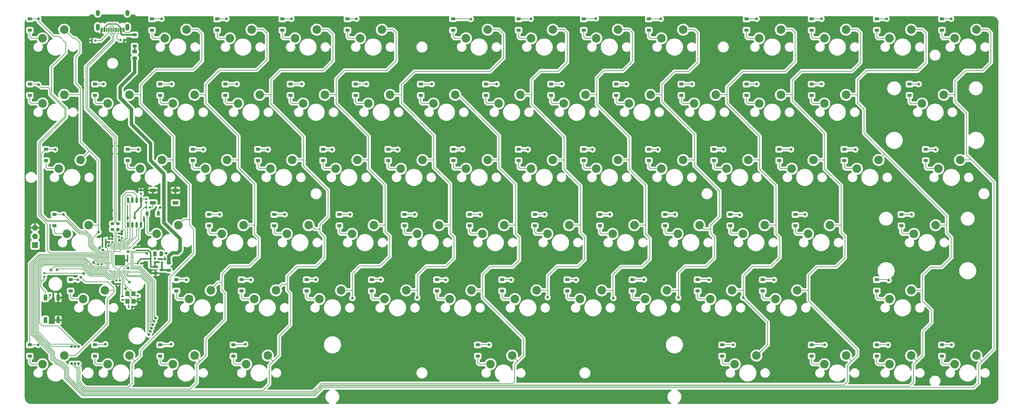
<source format=gbl>
G04 #@! TF.GenerationSoftware,KiCad,Pcbnew,(6.0.5-0)*
G04 #@! TF.CreationDate,2022-07-26T23:18:35+09:00*
G04 #@! TF.ProjectId,key-ripper,6b65792d-7269-4707-9065-722e6b696361,rev?*
G04 #@! TF.SameCoordinates,Original*
G04 #@! TF.FileFunction,Copper,L2,Bot*
G04 #@! TF.FilePolarity,Positive*
%FSLAX46Y46*%
G04 Gerber Fmt 4.6, Leading zero omitted, Abs format (unit mm)*
G04 Created by KiCad (PCBNEW (6.0.5-0)) date 2022-07-26 23:18:35*
%MOMM*%
%LPD*%
G01*
G04 APERTURE LIST*
G04 Aperture macros list*
%AMRoundRect*
0 Rectangle with rounded corners*
0 $1 Rounding radius*
0 $2 $3 $4 $5 $6 $7 $8 $9 X,Y pos of 4 corners*
0 Add a 4 corners polygon primitive as box body*
4,1,4,$2,$3,$4,$5,$6,$7,$8,$9,$2,$3,0*
0 Add four circle primitives for the rounded corners*
1,1,$1+$1,$2,$3*
1,1,$1+$1,$4,$5*
1,1,$1+$1,$6,$7*
1,1,$1+$1,$8,$9*
0 Add four rect primitives between the rounded corners*
20,1,$1+$1,$2,$3,$4,$5,0*
20,1,$1+$1,$4,$5,$6,$7,0*
20,1,$1+$1,$6,$7,$8,$9,0*
20,1,$1+$1,$8,$9,$2,$3,0*%
G04 Aperture macros list end*
G04 #@! TA.AperFunction,ComponentPad*
%ADD10C,2.500000*%
G04 #@! TD*
G04 #@! TA.AperFunction,ComponentPad*
%ADD11R,1.700000X1.700000*%
G04 #@! TD*
G04 #@! TA.AperFunction,ComponentPad*
%ADD12O,1.700000X1.700000*%
G04 #@! TD*
G04 #@! TA.AperFunction,SMDPad,CuDef*
%ADD13R,1.200000X0.900000*%
G04 #@! TD*
G04 #@! TA.AperFunction,SMDPad,CuDef*
%ADD14RoundRect,0.140000X0.140000X0.170000X-0.140000X0.170000X-0.140000X-0.170000X0.140000X-0.170000X0*%
G04 #@! TD*
G04 #@! TA.AperFunction,SMDPad,CuDef*
%ADD15RoundRect,0.140000X0.170000X-0.140000X0.170000X0.140000X-0.170000X0.140000X-0.170000X-0.140000X0*%
G04 #@! TD*
G04 #@! TA.AperFunction,SMDPad,CuDef*
%ADD16RoundRect,0.140000X-0.140000X-0.170000X0.140000X-0.170000X0.140000X0.170000X-0.140000X0.170000X0*%
G04 #@! TD*
G04 #@! TA.AperFunction,SMDPad,CuDef*
%ADD17RoundRect,0.150000X-0.587500X-0.150000X0.587500X-0.150000X0.587500X0.150000X-0.587500X0.150000X0*%
G04 #@! TD*
G04 #@! TA.AperFunction,SMDPad,CuDef*
%ADD18RoundRect,0.218750X-0.381250X0.218750X-0.381250X-0.218750X0.381250X-0.218750X0.381250X0.218750X0*%
G04 #@! TD*
G04 #@! TA.AperFunction,SMDPad,CuDef*
%ADD19RoundRect,0.200000X0.275000X-0.200000X0.275000X0.200000X-0.275000X0.200000X-0.275000X-0.200000X0*%
G04 #@! TD*
G04 #@! TA.AperFunction,SMDPad,CuDef*
%ADD20RoundRect,0.135000X0.185000X-0.135000X0.185000X0.135000X-0.185000X0.135000X-0.185000X-0.135000X0*%
G04 #@! TD*
G04 #@! TA.AperFunction,ComponentPad*
%ADD21O,1.200000X1.800000*%
G04 #@! TD*
G04 #@! TA.AperFunction,ComponentPad*
%ADD22O,1.200000X2.000000*%
G04 #@! TD*
G04 #@! TA.AperFunction,SMDPad,CuDef*
%ADD23R,0.300000X1.300000*%
G04 #@! TD*
G04 #@! TA.AperFunction,SMDPad,CuDef*
%ADD24R,0.900000X1.200000*%
G04 #@! TD*
G04 #@! TA.AperFunction,SMDPad,CuDef*
%ADD25RoundRect,0.243750X0.243750X0.456250X-0.243750X0.456250X-0.243750X-0.456250X0.243750X-0.456250X0*%
G04 #@! TD*
G04 #@! TA.AperFunction,SMDPad,CuDef*
%ADD26R,1.000000X1.700000*%
G04 #@! TD*
G04 #@! TA.AperFunction,SMDPad,CuDef*
%ADD27RoundRect,0.140000X-0.170000X0.140000X-0.170000X-0.140000X0.170000X-0.140000X0.170000X0.140000X0*%
G04 #@! TD*
G04 #@! TA.AperFunction,SMDPad,CuDef*
%ADD28RoundRect,0.135000X-0.185000X0.135000X-0.185000X-0.135000X0.185000X-0.135000X0.185000X0.135000X0*%
G04 #@! TD*
G04 #@! TA.AperFunction,SMDPad,CuDef*
%ADD29RoundRect,0.135000X-0.135000X-0.185000X0.135000X-0.185000X0.135000X0.185000X-0.135000X0.185000X0*%
G04 #@! TD*
G04 #@! TA.AperFunction,SMDPad,CuDef*
%ADD30RoundRect,0.135000X0.135000X0.185000X-0.135000X0.185000X-0.135000X-0.185000X0.135000X-0.185000X0*%
G04 #@! TD*
G04 #@! TA.AperFunction,SMDPad,CuDef*
%ADD31RoundRect,0.243750X-0.456250X0.243750X-0.456250X-0.243750X0.456250X-0.243750X0.456250X0.243750X0*%
G04 #@! TD*
G04 #@! TA.AperFunction,SMDPad,CuDef*
%ADD32R,1.200000X1.400000*%
G04 #@! TD*
G04 #@! TA.AperFunction,SMDPad,CuDef*
%ADD33R,1.100000X0.200000*%
G04 #@! TD*
G04 #@! TA.AperFunction,SMDPad,CuDef*
%ADD34R,0.200000X1.100000*%
G04 #@! TD*
G04 #@! TA.AperFunction,SMDPad,CuDef*
%ADD35R,3.100000X3.100000*%
G04 #@! TD*
G04 #@! TA.AperFunction,SMDPad,CuDef*
%ADD36R,1.700000X1.000000*%
G04 #@! TD*
G04 #@! TA.AperFunction,SMDPad,CuDef*
%ADD37RoundRect,0.150000X0.150000X-0.650000X0.150000X0.650000X-0.150000X0.650000X-0.150000X-0.650000X0*%
G04 #@! TD*
G04 #@! TA.AperFunction,ViaPad*
%ADD38C,0.800000*%
G04 #@! TD*
G04 #@! TA.AperFunction,Conductor*
%ADD39C,0.200000*%
G04 #@! TD*
G04 #@! TA.AperFunction,Conductor*
%ADD40C,0.500000*%
G04 #@! TD*
G04 #@! TA.AperFunction,Conductor*
%ADD41C,0.400000*%
G04 #@! TD*
G04 #@! TA.AperFunction,Conductor*
%ADD42C,0.300000*%
G04 #@! TD*
G04 #@! TA.AperFunction,Conductor*
%ADD43C,1.000000*%
G04 #@! TD*
G04 APERTURE END LIST*
D10*
X281940000Y-45085000D03*
X288290000Y-42545000D03*
X84296250Y-121285000D03*
X90646250Y-118745000D03*
X227171250Y-121285000D03*
X233521250Y-118745000D03*
X155733750Y-121285000D03*
X162083750Y-118745000D03*
X279558750Y-83185000D03*
X285908750Y-80645000D03*
X36671250Y-102235000D03*
X43021250Y-99695000D03*
X143827500Y-102235000D03*
X150177500Y-99695000D03*
X77152500Y-83185000D03*
X83502500Y-80645000D03*
X96202500Y-83185000D03*
X102552500Y-80645000D03*
X224790000Y-64135000D03*
X231140000Y-61595000D03*
X81915000Y-45085000D03*
X88265000Y-42545000D03*
X248602500Y-83185000D03*
X254952500Y-80645000D03*
X272415000Y-102235000D03*
X278765000Y-99695000D03*
X196215000Y-45085000D03*
X202565000Y-42545000D03*
X181927500Y-102235000D03*
X188277500Y-99695000D03*
X139065000Y-45085000D03*
X145415000Y-42545000D03*
X186690000Y-64135000D03*
X193040000Y-61595000D03*
X234315000Y-26035000D03*
X240665000Y-23495000D03*
X153352500Y-83185000D03*
X159702500Y-80645000D03*
X129540000Y-64135000D03*
X135890000Y-61595000D03*
X158115000Y-45085000D03*
X164465000Y-42545000D03*
X167640000Y-26035000D03*
X173990000Y-23495000D03*
X115252500Y-83185000D03*
X121602500Y-80645000D03*
X191452500Y-83185000D03*
X197802500Y-80645000D03*
X205740000Y-64135000D03*
X212090000Y-61595000D03*
X58102500Y-83185000D03*
X64452500Y-80645000D03*
X124777500Y-102235000D03*
X131127500Y-99695000D03*
X167640000Y-64135000D03*
X173990000Y-61595000D03*
X72390000Y-64135000D03*
X78740000Y-61595000D03*
X177165000Y-45085000D03*
X183515000Y-42545000D03*
X253365000Y-45085000D03*
X259715000Y-42545000D03*
X291465000Y-121285000D03*
X297815000Y-118745000D03*
X67627500Y-102235000D03*
X73977500Y-99695000D03*
X210502500Y-83185000D03*
X216852500Y-80645000D03*
X134302500Y-83185000D03*
X140652500Y-80645000D03*
X205740000Y-26035000D03*
X212090000Y-23495000D03*
X62865000Y-121285000D03*
X69215000Y-118745000D03*
X24765000Y-26035000D03*
X31115000Y-23495000D03*
X215265000Y-45085000D03*
X221615000Y-42545000D03*
X117633750Y-26035000D03*
X123983750Y-23495000D03*
X186690000Y-26035000D03*
X193040000Y-23495000D03*
X86677500Y-102235000D03*
X93027500Y-99695000D03*
X24765000Y-121285000D03*
X31115000Y-118745000D03*
X272415000Y-26035000D03*
X278765000Y-23495000D03*
X43815000Y-45085000D03*
X50165000Y-42545000D03*
X172402500Y-83185000D03*
X178752500Y-80645000D03*
X291465000Y-26035000D03*
X297815000Y-23495000D03*
X79533750Y-26035000D03*
X85883750Y-23495000D03*
X234315000Y-45085000D03*
X240665000Y-42545000D03*
X53340000Y-64135000D03*
X59690000Y-61595000D03*
X243840000Y-64135000D03*
X250190000Y-61595000D03*
X229552500Y-83185000D03*
X235902500Y-80645000D03*
X60483750Y-26035000D03*
X66833750Y-23495000D03*
X200977500Y-102235000D03*
X207327500Y-99695000D03*
X253365000Y-26035000D03*
X259715000Y-23495000D03*
X105727500Y-102235000D03*
X112077500Y-99695000D03*
X24765000Y-45085000D03*
X31115000Y-42545000D03*
X262890000Y-64135000D03*
X269240000Y-61595000D03*
X148590000Y-64135000D03*
X154940000Y-61595000D03*
X91440000Y-64135000D03*
X97790000Y-61595000D03*
X239077500Y-102235000D03*
X245427500Y-99695000D03*
X110490000Y-64135000D03*
X116840000Y-61595000D03*
X220027500Y-102235000D03*
X226377500Y-99695000D03*
X148590000Y-26035000D03*
X154940000Y-23495000D03*
X272415000Y-121285000D03*
X278765000Y-118745000D03*
X62865000Y-45085000D03*
X69215000Y-42545000D03*
X98583750Y-26035000D03*
X104933750Y-23495000D03*
X253365000Y-121285000D03*
X259715000Y-118745000D03*
X162877500Y-102235000D03*
X169227500Y-99695000D03*
X120015000Y-45085000D03*
X126365000Y-42545000D03*
X43815000Y-121285000D03*
X50165000Y-118745000D03*
X100965000Y-45085000D03*
X107315000Y-42545000D03*
X31908750Y-83185000D03*
X38258750Y-80645000D03*
X286702500Y-64135000D03*
X293052500Y-61595000D03*
X29527500Y-64135000D03*
X35877500Y-61595000D03*
D11*
X22575000Y-86450000D03*
D12*
X22575000Y-83910000D03*
X22575000Y-81370000D03*
D13*
X225862500Y-77525000D03*
X225862500Y-80825000D03*
X202050000Y-58475000D03*
X202050000Y-61775000D03*
D14*
X43255000Y-85925000D03*
X42295000Y-85925000D03*
D13*
X130612500Y-77525000D03*
X130612500Y-80825000D03*
D15*
X45225000Y-85625000D03*
X45225000Y-84665000D03*
D13*
X230625000Y-20375000D03*
X230625000Y-23675000D03*
X163950000Y-20375000D03*
X163950000Y-23675000D03*
X21075000Y-20375000D03*
X21075000Y-23675000D03*
X68700000Y-58475000D03*
X68700000Y-61775000D03*
D14*
X43235000Y-84925000D03*
X42275000Y-84925000D03*
D13*
X111562500Y-77525000D03*
X111562500Y-80825000D03*
X87750000Y-58475000D03*
X87750000Y-61775000D03*
X268725000Y-20375000D03*
X268725000Y-23675000D03*
D16*
X26920000Y-101000000D03*
X27880000Y-101000000D03*
D13*
X106800000Y-58475000D03*
X106800000Y-61775000D03*
X249675000Y-20375000D03*
X249675000Y-23675000D03*
X135375000Y-39425000D03*
X135375000Y-42725000D03*
D17*
X57837500Y-94675000D03*
X57837500Y-92775000D03*
X59712500Y-93725000D03*
D18*
X61712500Y-91662500D03*
X61712500Y-93787500D03*
D13*
X202050000Y-20375000D03*
X202050000Y-23675000D03*
X168712500Y-77525000D03*
X168712500Y-80825000D03*
X149662500Y-77525000D03*
X149662500Y-80825000D03*
X51675000Y-28325000D03*
X51675000Y-25025000D03*
X94893750Y-20375000D03*
X94893750Y-23675000D03*
X268725000Y-96575000D03*
X268725000Y-99875000D03*
D19*
X46775000Y-81875000D03*
X46775000Y-80225000D03*
D20*
X25300000Y-95710000D03*
X25300000Y-94690000D03*
D13*
X113943750Y-20375000D03*
X113943750Y-23675000D03*
D20*
X57625000Y-91485000D03*
X57625000Y-90465000D03*
D21*
X49567855Y-18609612D03*
D22*
X49567855Y-22809511D03*
D21*
X40917613Y-18609612D03*
D22*
X40917613Y-22809511D03*
D23*
X41892721Y-23577837D03*
X42692823Y-23577837D03*
X43992797Y-23577837D03*
X44992797Y-23577837D03*
X45492670Y-23577837D03*
X46492416Y-23577837D03*
X47792899Y-23577837D03*
X48592747Y-23577837D03*
X48292772Y-23577837D03*
X47492670Y-23577837D03*
X46992797Y-23577837D03*
X45992797Y-23577837D03*
X44492670Y-23577837D03*
X43492670Y-23577837D03*
X42992797Y-23577837D03*
X42192696Y-23577837D03*
D24*
X58625000Y-77225000D03*
X55325000Y-77225000D03*
D13*
X173475000Y-39425000D03*
X173475000Y-42725000D03*
D25*
X59487500Y-88975000D03*
X57612500Y-88975000D03*
D13*
X75843750Y-20375000D03*
X75843750Y-23675000D03*
X183000000Y-20375000D03*
X183000000Y-23675000D03*
X287775000Y-20375000D03*
X287775000Y-23675000D03*
D26*
X29324124Y-108424975D03*
X29325394Y-101825025D03*
X25624606Y-108424975D03*
X25624606Y-101825025D03*
D13*
X49650000Y-58475000D03*
X49650000Y-61775000D03*
X92512500Y-77525000D03*
X92512500Y-80825000D03*
X275868750Y-77525000D03*
X275868750Y-80825000D03*
X268725000Y-115625000D03*
X268725000Y-118925000D03*
X206812500Y-77525000D03*
X206812500Y-80825000D03*
X197287500Y-96575000D03*
X197287500Y-99875000D03*
X82987500Y-96575000D03*
X82987500Y-99875000D03*
D16*
X52615000Y-91805000D03*
X53575000Y-91805000D03*
D20*
X48175000Y-102445000D03*
X48175000Y-101425000D03*
D13*
X63937500Y-96575000D03*
X63937500Y-99875000D03*
X230625000Y-39425000D03*
X230625000Y-42725000D03*
D27*
X47375000Y-96825000D03*
X47375000Y-97785000D03*
D13*
X21075000Y-39425000D03*
X21075000Y-42725000D03*
X163950000Y-58475000D03*
X163950000Y-61775000D03*
X223481250Y-115625000D03*
X223481250Y-118925000D03*
D28*
X55075000Y-73005000D03*
X55075000Y-74025000D03*
D13*
X40125000Y-39425000D03*
X40125000Y-42725000D03*
D29*
X55065000Y-75425000D03*
X56085000Y-75425000D03*
D13*
X40125000Y-115625000D03*
X40125000Y-118925000D03*
D29*
X47565000Y-26525000D03*
X48585000Y-26525000D03*
D13*
X178237500Y-96575000D03*
X178237500Y-99875000D03*
X140137500Y-96575000D03*
X140137500Y-99875000D03*
X240150000Y-58475000D03*
X240150000Y-61775000D03*
D15*
X44175000Y-85625000D03*
X44175000Y-84665000D03*
D13*
X216337500Y-96575000D03*
X216337500Y-99875000D03*
X116325000Y-39425000D03*
X116325000Y-42725000D03*
X59175000Y-39425000D03*
X59175000Y-42725000D03*
X211575000Y-39425000D03*
X211575000Y-42725000D03*
D30*
X40185000Y-26725000D03*
X39165000Y-26725000D03*
D15*
X59700000Y-91530000D03*
X59700000Y-90570000D03*
D13*
X235387500Y-96575000D03*
X235387500Y-99875000D03*
X283012500Y-58475000D03*
X283012500Y-61775000D03*
D15*
X53575000Y-71405000D03*
X53575000Y-70445000D03*
D13*
X154425000Y-39425000D03*
X154425000Y-42725000D03*
D15*
X58700000Y-91480000D03*
X58700000Y-90520000D03*
D13*
X73462500Y-77525000D03*
X73462500Y-80825000D03*
X144900000Y-58475000D03*
X144900000Y-61775000D03*
X278250000Y-39425000D03*
X278250000Y-42725000D03*
X192525000Y-39425000D03*
X192525000Y-42725000D03*
D15*
X47975000Y-84305000D03*
X47975000Y-83345000D03*
D16*
X49955000Y-104495000D03*
X50915000Y-104495000D03*
D14*
X43255000Y-86925000D03*
X42295000Y-86925000D03*
X42005000Y-92055000D03*
X41045000Y-92055000D03*
D27*
X46375000Y-96825000D03*
X46375000Y-97785000D03*
D13*
X25837500Y-58475000D03*
X25837500Y-61775000D03*
X56793750Y-20375000D03*
X56793750Y-23675000D03*
X28218750Y-77525000D03*
X28218750Y-80825000D03*
D15*
X52575000Y-88025000D03*
X52575000Y-87065000D03*
D13*
X249675000Y-115625000D03*
X249675000Y-118925000D03*
X144800000Y-20350000D03*
X144800000Y-23650000D03*
X244912500Y-77525000D03*
X244912500Y-80825000D03*
X259200000Y-58475000D03*
X259200000Y-61775000D03*
D31*
X51725000Y-29937500D03*
X51725000Y-31812500D03*
D15*
X47045000Y-84005000D03*
X47045000Y-83045000D03*
D13*
X249675000Y-39425000D03*
X249675000Y-42725000D03*
X21075000Y-115625000D03*
X21075000Y-118925000D03*
X125850000Y-58475000D03*
X125850000Y-61775000D03*
D32*
X51325000Y-100725000D03*
X51325000Y-102925000D03*
X49625000Y-102925000D03*
X49625000Y-100725000D03*
D13*
X159187500Y-96575000D03*
X159187500Y-99875000D03*
X102037500Y-96575000D03*
X102037500Y-99875000D03*
X183000000Y-58475000D03*
X183000000Y-61775000D03*
X80606250Y-115625000D03*
X80606250Y-118925000D03*
D33*
X50925165Y-88224924D03*
X50925165Y-88624975D03*
X50925165Y-89025025D03*
X50925165Y-89425076D03*
X50925165Y-89824873D03*
X50925165Y-90224924D03*
X50925165Y-90624975D03*
X50925165Y-91025025D03*
X50925165Y-91425076D03*
X50925165Y-91824873D03*
X50925165Y-92224924D03*
X50925165Y-92624975D03*
X50925165Y-93025025D03*
X50925165Y-93425076D03*
D34*
X49974949Y-94375038D03*
X49575152Y-94375038D03*
X49175102Y-94375038D03*
X48775051Y-94375038D03*
X48375000Y-94375038D03*
X47974949Y-94375038D03*
X47575152Y-94375038D03*
X47175102Y-94375038D03*
X46775051Y-94375038D03*
X46375000Y-94375038D03*
X45974949Y-94375038D03*
X45575152Y-94375038D03*
X45175102Y-94375038D03*
X44775051Y-94375038D03*
D33*
X43824835Y-93425076D03*
X43824835Y-93025025D03*
X43824835Y-92624975D03*
X43824835Y-92224924D03*
X43824835Y-91824873D03*
X43824835Y-91425076D03*
X43824835Y-91025025D03*
X43824835Y-90624975D03*
X43824835Y-90224924D03*
X43824835Y-89824873D03*
X43824835Y-89425076D03*
X43824835Y-89025025D03*
X43824835Y-88624975D03*
X43824835Y-88224924D03*
D34*
X44775051Y-87274962D03*
X45175102Y-87274962D03*
X45575152Y-87274962D03*
X45974949Y-87274962D03*
X46375000Y-87274962D03*
X46775051Y-87274962D03*
X47175102Y-87274962D03*
X47575152Y-87274962D03*
X47974949Y-87274962D03*
X48375000Y-87274962D03*
X48775051Y-87274962D03*
X49175102Y-87274962D03*
X49575152Y-87274962D03*
X49974949Y-87274962D03*
D35*
X47375000Y-90824873D03*
D13*
X152043750Y-115625000D03*
X152043750Y-118925000D03*
X121087500Y-96575000D03*
X121087500Y-99875000D03*
D36*
X63674950Y-70426270D03*
X57075000Y-70425000D03*
X63674950Y-74125788D03*
X57075000Y-74125788D03*
D13*
X59175000Y-115625000D03*
X59175000Y-118925000D03*
D27*
X52675000Y-101245000D03*
X52675000Y-102205000D03*
D13*
X78225000Y-39425000D03*
X78225000Y-42725000D03*
X97275000Y-39425000D03*
X97275000Y-42725000D03*
X221100000Y-58475000D03*
X221100000Y-61775000D03*
X287775000Y-115625000D03*
X287775000Y-118925000D03*
X32981250Y-96575000D03*
X32981250Y-99875000D03*
D37*
X53580000Y-80525000D03*
X52310000Y-80525000D03*
X51040000Y-80525000D03*
X49770000Y-80525000D03*
X49770000Y-73325000D03*
X51040000Y-73325000D03*
X52310000Y-73325000D03*
X53580000Y-73325000D03*
D13*
X187762500Y-77525000D03*
X187762500Y-80825000D03*
D19*
X45175000Y-81875000D03*
X45175000Y-80225000D03*
D38*
X47900000Y-35500000D03*
X36775000Y-94725000D03*
X51675000Y-78525000D03*
X47275000Y-85025000D03*
X42375000Y-87925000D03*
X44075000Y-86625000D03*
X49785335Y-88417728D03*
X166687500Y-33337500D03*
X221456250Y-123825000D03*
X47975000Y-82425000D03*
X171450000Y-90487500D03*
X66675000Y-109537500D03*
X49675000Y-78525000D03*
X53275000Y-23325000D03*
X295275000Y-71437500D03*
X51275000Y-23325000D03*
X47175000Y-78625000D03*
X54275000Y-102625000D03*
X23812500Y-33337500D03*
X57150000Y-52387500D03*
X157162500Y-71437500D03*
X171450000Y-109537500D03*
X190500000Y-90487500D03*
X41419622Y-87280378D03*
X44175000Y-83725000D03*
X38100000Y-71437500D03*
X185737500Y-52387500D03*
X45075000Y-78625000D03*
X214312500Y-71437500D03*
X33337500Y-45243750D03*
X48675000Y-105825000D03*
X48954889Y-99145111D03*
X49775000Y-93125000D03*
X54275000Y-101425000D03*
X49975000Y-105825000D03*
X204787500Y-33337500D03*
X53075000Y-100225000D03*
X176212500Y-71437500D03*
X95250000Y-90487500D03*
X46275000Y-89725000D03*
X47075000Y-57525000D03*
X271462500Y-109537500D03*
X60575000Y-90525000D03*
X100012500Y-71437500D03*
X48475000Y-89725000D03*
X38775000Y-38225000D03*
X233362500Y-33337500D03*
X200025000Y-109537500D03*
X46275000Y-91925000D03*
X195262500Y-71437500D03*
X52275000Y-104725000D03*
X48675000Y-104625000D03*
X247650000Y-123825000D03*
X53575000Y-69325000D03*
X104775000Y-109537500D03*
X290512500Y-33337500D03*
X65775000Y-70425000D03*
X45075000Y-76325000D03*
X180975000Y-109537500D03*
X30956250Y-33337500D03*
X76200000Y-90487500D03*
X147637500Y-33337500D03*
X42175000Y-83825000D03*
X52275000Y-105825000D03*
X83343750Y-126206250D03*
X138112500Y-71437500D03*
X45175000Y-83725000D03*
X56775000Y-72125000D03*
X33337500Y-52387500D03*
X36675000Y-40525000D03*
X142875000Y-109537500D03*
X209550000Y-90487500D03*
X247650000Y-90487500D03*
X85725000Y-109537500D03*
X22575000Y-79025000D03*
X80962500Y-71437500D03*
X41275000Y-25125000D03*
X53475000Y-103425000D03*
X54575000Y-91825000D03*
X204787500Y-52387500D03*
X119062500Y-71437500D03*
X45075000Y-57525000D03*
X252412500Y-33337500D03*
X266700000Y-123825000D03*
X47375000Y-90825000D03*
X30575000Y-102025000D03*
X23812500Y-128587500D03*
X36675000Y-38225000D03*
X242887500Y-52387500D03*
X38775000Y-40525000D03*
X228600000Y-90487500D03*
X109537500Y-52387500D03*
X271462500Y-33337500D03*
X39712485Y-91576759D03*
X66675000Y-88106250D03*
X252412500Y-71437500D03*
X51175000Y-105825000D03*
X59375000Y-94825000D03*
X37675000Y-26725000D03*
X278606250Y-90487500D03*
X54275000Y-100225000D03*
X133350000Y-130968750D03*
X123825000Y-109537500D03*
X147637500Y-52387500D03*
X300037500Y-128587500D03*
X116681250Y-33337500D03*
X47175000Y-76325000D03*
X46775000Y-102325000D03*
X45475000Y-97125000D03*
X71437500Y-52387500D03*
X30675000Y-108725000D03*
X166687500Y-52387500D03*
X40481250Y-54768750D03*
X39175000Y-25125000D03*
X128587500Y-52387500D03*
X28575000Y-71437500D03*
X61912500Y-126206250D03*
X97631250Y-33337500D03*
X35718750Y-109537500D03*
X114300000Y-90487500D03*
X50175000Y-26525000D03*
X152400000Y-90487500D03*
X290512500Y-52387500D03*
X247650000Y-109537500D03*
X219075000Y-109537500D03*
X40275000Y-25125000D03*
X185737500Y-33337500D03*
X223837500Y-52387500D03*
X261937500Y-52387500D03*
X42862500Y-126206250D03*
X188118750Y-130968750D03*
X29275000Y-100125000D03*
X52775000Y-86125000D03*
X90487500Y-52387500D03*
X47075000Y-59825000D03*
X23812500Y-52387500D03*
X133350000Y-90487500D03*
X28575000Y-85725000D03*
X45075000Y-59825000D03*
X233362500Y-71437500D03*
X52275000Y-23325000D03*
X59531250Y-33337500D03*
X47575000Y-103425000D03*
X57500000Y-79900000D03*
X78581250Y-33337500D03*
X271462500Y-71437500D03*
X48475000Y-91925000D03*
X53475000Y-104725000D03*
X97575000Y-20325000D03*
X59575000Y-20325000D03*
X233575000Y-20325000D03*
X186575000Y-20225000D03*
X205575000Y-20325000D03*
X271575000Y-20325000D03*
X116575000Y-20325000D03*
X23575000Y-20325000D03*
X290475000Y-20325000D03*
X78575000Y-20325000D03*
X150018750Y-20425000D03*
X167575000Y-20325000D03*
X252575000Y-20325000D03*
X252575000Y-39425000D03*
X138575000Y-39425000D03*
X42575000Y-39425000D03*
X157575000Y-39425000D03*
X233575000Y-39425000D03*
X23575000Y-39525000D03*
X62575000Y-39425000D03*
X100575000Y-39425000D03*
X280975000Y-39425000D03*
X214675000Y-39425000D03*
X176575000Y-39425000D03*
X195475000Y-39425000D03*
X81575000Y-39425000D03*
X119475000Y-39425000D03*
X128575000Y-58525000D03*
X243675000Y-58525000D03*
X204675000Y-58525000D03*
X223875000Y-58525000D03*
X147575000Y-58425000D03*
X109475000Y-58525000D03*
X90675000Y-58525000D03*
X71775000Y-58525000D03*
X262475000Y-58525000D03*
X52775000Y-58525000D03*
X166675000Y-58525000D03*
X285875000Y-58525000D03*
X28475000Y-58525000D03*
X185575000Y-58525000D03*
X209675000Y-77525000D03*
X152675000Y-77525000D03*
X114675000Y-77525000D03*
X228675000Y-77625000D03*
X247675000Y-77525000D03*
X190675000Y-77525000D03*
X76575000Y-77525000D03*
X95575000Y-77525000D03*
X59175000Y-75425000D03*
X30875000Y-77525000D03*
X171575000Y-77525000D03*
X133575000Y-77525000D03*
X278875000Y-77525000D03*
X200675000Y-96525000D03*
X123675000Y-96525000D03*
X35075000Y-96625000D03*
X161775000Y-96625000D03*
X180775000Y-96625000D03*
X219675000Y-96625000D03*
X238675000Y-96625000D03*
X272175000Y-96725000D03*
X50175000Y-97325000D03*
X66875000Y-96625000D03*
X142675000Y-96625000D03*
X104675000Y-96525000D03*
X85675000Y-96625000D03*
X43174501Y-115425499D03*
X253475000Y-115625000D03*
X226675000Y-115625000D03*
X271975000Y-115625000D03*
X290575000Y-115625000D03*
X155375000Y-115625000D03*
X62375499Y-115425499D03*
X23475000Y-115625000D03*
X84075499Y-115425499D03*
X60972536Y-88872536D03*
X55300000Y-88824500D03*
X28975000Y-93625000D03*
X27275000Y-93725000D03*
X35975000Y-95825500D03*
X41125000Y-82675000D03*
X35275000Y-121125000D03*
X35275000Y-116125000D03*
X34274503Y-121125000D03*
X34275497Y-116125000D03*
X33275000Y-121125000D03*
X33275000Y-116125000D03*
X115375000Y-101925000D03*
X57773060Y-107763395D03*
X134375000Y-101825000D03*
X57373540Y-108755800D03*
X56974020Y-109731613D03*
X172475000Y-101725000D03*
X56574020Y-110725000D03*
X191675000Y-101925000D03*
X210675000Y-101825000D03*
X56275000Y-111725000D03*
X55828009Y-112618982D03*
X229675000Y-101825000D03*
D39*
X42674924Y-88224924D02*
X42375000Y-87925000D01*
X50925165Y-91824873D02*
X52595127Y-91824873D01*
X47175102Y-94375038D02*
X47175102Y-95825102D01*
X47045000Y-84795000D02*
X47045000Y-84005000D01*
D40*
X43235000Y-86905000D02*
X43255000Y-86925000D01*
D39*
X47175102Y-86125102D02*
X47175102Y-87274962D01*
X45075000Y-86225000D02*
X45175102Y-86325102D01*
X53900000Y-73005000D02*
X53580000Y-73325000D01*
X46775051Y-87274962D02*
X46775051Y-86124949D01*
X44775051Y-86225051D02*
X44775000Y-86225000D01*
X44673806Y-88224924D02*
X44875000Y-88426118D01*
D41*
X51675000Y-77025000D02*
X53580000Y-75120000D01*
D39*
X46975000Y-85925000D02*
X47175102Y-86125102D01*
X44075000Y-85725000D02*
X44175000Y-85625000D01*
X36740000Y-94690000D02*
X25300000Y-94690000D01*
X49225616Y-92674384D02*
X50075127Y-91824873D01*
X50925165Y-88224924D02*
X49978139Y-88224924D01*
D40*
X43235000Y-84925000D02*
X43235000Y-86905000D01*
D41*
X53580000Y-75120000D02*
X53580000Y-73325000D01*
D39*
X47925616Y-92674384D02*
X49225616Y-92674384D01*
X53580000Y-73325000D02*
X53580000Y-71410000D01*
X44875000Y-88426118D02*
X44875000Y-91725000D01*
X49978139Y-88224924D02*
X49785335Y-88417728D01*
X52375076Y-88224924D02*
X52575000Y-88025000D01*
D41*
X53525000Y-90475000D02*
X56325000Y-90475000D01*
D39*
X43824835Y-87494835D02*
X43255000Y-86925000D01*
X43824835Y-88224924D02*
X44673806Y-88224924D01*
X53580000Y-71410000D02*
X53575000Y-71405000D01*
D40*
X57625000Y-91485000D02*
X57625000Y-92562500D01*
D39*
X55075000Y-73005000D02*
X53900000Y-73005000D01*
D40*
X43555000Y-85625000D02*
X43255000Y-85925000D01*
X44175000Y-85625000D02*
X43555000Y-85625000D01*
D39*
X44775051Y-87274962D02*
X44775051Y-86225051D01*
D41*
X57837500Y-92775000D02*
X56325000Y-92775000D01*
D39*
X42975324Y-91925000D02*
X43075451Y-91824873D01*
D41*
X52615000Y-91805000D02*
X52615000Y-91385000D01*
D39*
X47175102Y-94375038D02*
X47175102Y-93424898D01*
X43075451Y-91824873D02*
X43824835Y-91824873D01*
X44875000Y-91725000D02*
X44775127Y-91824873D01*
X47275000Y-85025000D02*
X47045000Y-84795000D01*
X50925165Y-88224924D02*
X52375076Y-88224924D01*
X47175102Y-95825102D02*
X47375000Y-96025000D01*
D41*
X51675000Y-78525000D02*
X51675000Y-77025000D01*
D39*
X42005000Y-92055000D02*
X42135000Y-91925000D01*
X47375000Y-96025000D02*
X47375000Y-96825000D01*
X45175102Y-86325102D02*
X45175102Y-87274962D01*
D41*
X55675000Y-88025000D02*
X52575000Y-88025000D01*
D39*
X44075000Y-86625000D02*
X44075000Y-85725000D01*
X44775000Y-86225000D02*
X45075000Y-86225000D01*
X42135000Y-91925000D02*
X42975324Y-91925000D01*
D41*
X52615000Y-91385000D02*
X53525000Y-90475000D01*
X56325000Y-88675000D02*
X55675000Y-88025000D01*
D39*
X46975000Y-85325000D02*
X47275000Y-85025000D01*
D41*
X56325000Y-92775000D02*
X56325000Y-90475000D01*
D39*
X46975000Y-85925000D02*
X46975000Y-85325000D01*
X46775051Y-86124949D02*
X46975000Y-85925000D01*
D40*
X57625000Y-92562500D02*
X57837500Y-92775000D01*
X58700000Y-91480000D02*
X57630000Y-91480000D01*
D39*
X50075127Y-91824873D02*
X50925165Y-91824873D01*
X43824835Y-88224924D02*
X42674924Y-88224924D01*
X44775127Y-91824873D02*
X43824835Y-91824873D01*
X47175102Y-93424898D02*
X47925616Y-92674384D01*
X44175000Y-85625000D02*
X44775000Y-86225000D01*
X43824835Y-88224924D02*
X43824835Y-87494835D01*
D41*
X56325000Y-90475000D02*
X56325000Y-88675000D01*
D39*
X36775000Y-94725000D02*
X36740000Y-94690000D01*
D40*
X57630000Y-91480000D02*
X57625000Y-91485000D01*
D41*
X47575000Y-103425000D02*
X46775000Y-102625000D01*
D39*
X42275000Y-84925000D02*
X42275000Y-83925000D01*
X52575000Y-87065000D02*
X52575000Y-86325000D01*
X51325000Y-102925000D02*
X50775000Y-102375000D01*
X53595000Y-70425000D02*
X57075000Y-70425000D01*
X47175000Y-76325000D02*
X47175000Y-78625000D01*
D41*
X58700000Y-90520000D02*
X59650000Y-90520000D01*
D39*
X50775000Y-102025000D02*
X49625000Y-100875000D01*
X45635000Y-97785000D02*
X45475000Y-97625000D01*
D41*
X53475000Y-103425000D02*
X52975000Y-102925000D01*
D39*
X49770000Y-78620000D02*
X49675000Y-78525000D01*
X59700000Y-90570000D02*
X60530000Y-90570000D01*
X53575000Y-70445000D02*
X53575000Y-69325000D01*
X42275000Y-83925000D02*
X42175000Y-83825000D01*
X49770000Y-80525000D02*
X49770000Y-78620000D01*
X40190726Y-92055000D02*
X39712485Y-91576759D01*
X48585000Y-26525000D02*
X50175000Y-26525000D01*
D41*
X52675000Y-102825000D02*
X52575000Y-102925000D01*
X48675000Y-104525000D02*
X47575000Y-103425000D01*
D39*
X52275000Y-23325000D02*
X51275000Y-23325000D01*
D41*
X59650000Y-90520000D02*
X59700000Y-90570000D01*
D42*
X59225000Y-94675000D02*
X59375000Y-94825000D01*
D39*
X47975000Y-83345000D02*
X47975000Y-82425000D01*
X41775000Y-86925000D02*
X41419622Y-87280378D01*
X45225000Y-84665000D02*
X45225000Y-83775000D01*
X41275000Y-25125000D02*
X40275000Y-25125000D01*
X45225000Y-83775000D02*
X45175000Y-83725000D01*
D41*
X50915000Y-105565000D02*
X51175000Y-105825000D01*
X52275000Y-104725000D02*
X52275000Y-105825000D01*
D39*
X63674950Y-70426270D02*
X65773730Y-70426270D01*
X39165000Y-26725000D02*
X37675000Y-26725000D01*
X42295000Y-86925000D02*
X41775000Y-86925000D01*
X45075000Y-59825000D02*
X45075000Y-57525000D01*
X52575000Y-86325000D02*
X52775000Y-86125000D01*
D41*
X52575000Y-102925000D02*
X51325000Y-102925000D01*
X54275000Y-101425000D02*
X54275000Y-102625000D01*
D39*
X49775000Y-93125000D02*
X48776067Y-93125000D01*
X49625000Y-100725000D02*
X49625000Y-99815222D01*
D41*
X53475000Y-104725000D02*
X52275000Y-104725000D01*
D39*
X40275000Y-25125000D02*
X39175000Y-25125000D01*
D41*
X52675000Y-102205000D02*
X52675000Y-102825000D01*
D39*
X48875000Y-24325000D02*
X48592747Y-24042747D01*
D41*
X54275000Y-102625000D02*
X53475000Y-103425000D01*
D39*
X47345000Y-83345000D02*
X47975000Y-83345000D01*
X42295000Y-86925000D02*
X42295000Y-84945000D01*
X57075000Y-71825000D02*
X56775000Y-72125000D01*
D41*
X48675000Y-105825000D02*
X48675000Y-104625000D01*
D39*
X52275000Y-23325000D02*
X53275000Y-23325000D01*
X48776067Y-93125000D02*
X48375000Y-93526067D01*
X53575000Y-70445000D02*
X53595000Y-70425000D01*
X50775000Y-102375000D02*
X50775000Y-102025000D01*
D41*
X51175000Y-105825000D02*
X49975000Y-105825000D01*
D39*
X22575000Y-81370000D02*
X22575000Y-79025000D01*
D41*
X50915000Y-104495000D02*
X50915000Y-105565000D01*
D39*
X49625000Y-100875000D02*
X49625000Y-100725000D01*
D41*
X49975000Y-105825000D02*
X48675000Y-105825000D01*
D39*
X30375025Y-101825025D02*
X30575000Y-102025000D01*
D41*
X53475000Y-103425000D02*
X53475000Y-104725000D01*
X46775000Y-102625000D02*
X46775000Y-102325000D01*
D39*
X54555000Y-91805000D02*
X54575000Y-91825000D01*
X42295000Y-84945000D02*
X42275000Y-84925000D01*
X47075000Y-59825000D02*
X47075000Y-57525000D01*
X48375000Y-93526067D02*
X48375000Y-94375038D01*
X60530000Y-90570000D02*
X60575000Y-90525000D01*
X36675000Y-40525000D02*
X36675000Y-38225000D01*
X65773730Y-70426270D02*
X65775000Y-70425000D01*
X44175000Y-84665000D02*
X44175000Y-83725000D01*
D41*
X41892721Y-24507279D02*
X41275000Y-25125000D01*
D39*
X38775000Y-40525000D02*
X38775000Y-38225000D01*
X30374975Y-108424975D02*
X30675000Y-108725000D01*
D41*
X52975000Y-102925000D02*
X52575000Y-102925000D01*
D39*
X53575000Y-91805000D02*
X54555000Y-91805000D01*
X51275000Y-23325000D02*
X50275000Y-24325000D01*
X47045000Y-83045000D02*
X47345000Y-83345000D01*
D42*
X57837500Y-94675000D02*
X59225000Y-94675000D01*
D39*
X46375000Y-97785000D02*
X45635000Y-97785000D01*
X48592747Y-24042747D02*
X48592747Y-23577837D01*
X47375000Y-97785000D02*
X46375000Y-97785000D01*
D41*
X52275000Y-105825000D02*
X51175000Y-105825000D01*
X53075000Y-100225000D02*
X54275000Y-100225000D01*
D39*
X45075000Y-78625000D02*
X45075000Y-76325000D01*
X45475000Y-97625000D02*
X45475000Y-97125000D01*
D41*
X54275000Y-100225000D02*
X54275000Y-101425000D01*
X41892721Y-23577837D02*
X41892721Y-24507279D01*
D39*
X50275000Y-24325000D02*
X48875000Y-24325000D01*
D41*
X48675000Y-104625000D02*
X48675000Y-104525000D01*
D39*
X49625000Y-99815222D02*
X48954889Y-99145111D01*
X41045000Y-92055000D02*
X40190726Y-92055000D01*
X57075000Y-70425000D02*
X57075000Y-71825000D01*
X29324124Y-108424975D02*
X30374975Y-108424975D01*
D40*
X59712500Y-93725000D02*
X61650000Y-93725000D01*
X59700000Y-91530000D02*
X59700000Y-93712500D01*
X59700000Y-93712500D02*
X59712500Y-93725000D01*
X61650000Y-93725000D02*
X61712500Y-93787500D01*
D39*
X51845000Y-101245000D02*
X51325000Y-100725000D01*
X47974949Y-95224009D02*
X47974949Y-94375038D01*
X51325000Y-100525978D02*
X48574519Y-97775497D01*
X52675000Y-101245000D02*
X51845000Y-101245000D01*
X48574519Y-97775497D02*
X48574519Y-95823579D01*
X51325000Y-100725000D02*
X51325000Y-100525978D01*
X48574519Y-95823579D02*
X47974949Y-95224009D01*
X49955000Y-103255000D02*
X49625000Y-102925000D01*
X49955000Y-104495000D02*
X49955000Y-103255000D01*
X48175000Y-102445000D02*
X49145000Y-102445000D01*
X49145000Y-102445000D02*
X49625000Y-102925000D01*
X43408551Y-94723557D02*
X39148527Y-94723557D01*
X24271160Y-96921160D02*
X24271160Y-98721160D01*
X38947579Y-94722549D02*
X36560716Y-92335686D01*
X39148527Y-94723557D02*
X39147519Y-94722549D01*
X24778840Y-96921160D02*
X24271160Y-96921160D01*
X44309513Y-95624519D02*
X43408551Y-94723557D01*
X45008624Y-95624519D02*
X44309513Y-95624519D01*
X25300000Y-95710000D02*
X25300000Y-96400000D01*
X26920000Y-101580000D02*
X26674975Y-101825025D01*
X25084362Y-92335686D02*
X24271160Y-93148888D01*
X36560716Y-92335686D02*
X25084362Y-92335686D01*
X26920000Y-101000000D02*
X26920000Y-101580000D01*
X24271160Y-98721160D02*
X25624606Y-100074606D01*
X25300000Y-96400000D02*
X24778840Y-96921160D01*
X45575152Y-94375038D02*
X45575152Y-95388965D01*
X39147519Y-94722549D02*
X38947579Y-94722549D01*
X45339597Y-95624520D02*
X45008624Y-95624519D01*
X45575152Y-95388965D02*
X45339597Y-95624520D01*
X26674975Y-101825025D02*
X25624606Y-101825025D01*
X25624606Y-100074606D02*
X25624606Y-101825025D01*
X24271160Y-93148888D02*
X24271160Y-96921160D01*
X27375000Y-42225012D02*
X29974988Y-44825000D01*
X24075480Y-77690486D02*
X26009513Y-79624519D01*
X31675000Y-49025000D02*
X24075480Y-56624520D01*
X37324994Y-83275007D02*
X38276468Y-84226481D01*
X163950000Y-20375000D02*
X167525000Y-20375000D01*
X41279892Y-89824873D02*
X43824835Y-89824873D01*
X230625000Y-20375000D02*
X233525000Y-20375000D01*
X233525000Y-20375000D02*
X233575000Y-20325000D01*
X31874508Y-79624520D02*
X35524995Y-83275007D01*
X27375000Y-34425000D02*
X27375000Y-42225012D01*
X56793750Y-20375000D02*
X59525000Y-20375000D01*
X249675000Y-20375000D02*
X252525000Y-20375000D01*
X271525000Y-20375000D02*
X271575000Y-20325000D01*
X183000000Y-20375000D02*
X186425000Y-20375000D01*
X202050000Y-20375000D02*
X205525000Y-20375000D01*
X290475000Y-20325000D02*
X287825000Y-20325000D01*
X38375481Y-86920462D02*
X41279892Y-89824873D01*
X252525000Y-20375000D02*
X252575000Y-20325000D01*
X97525000Y-20375000D02*
X97575000Y-20325000D01*
X35524995Y-83275007D02*
X37324994Y-83275007D01*
X26009513Y-79624519D02*
X31874508Y-79624520D01*
X29975000Y-44825000D02*
X31675000Y-46525000D01*
X24075480Y-56624520D02*
X24075480Y-77690486D01*
X78525000Y-20375000D02*
X78575000Y-20325000D01*
X186425000Y-20375000D02*
X186575000Y-20225000D01*
X31575000Y-27325000D02*
X31575000Y-30225000D01*
X27975000Y-25425000D02*
X29675000Y-25425000D01*
X38276468Y-84226481D02*
X38276468Y-86821448D01*
X205525000Y-20375000D02*
X205575000Y-20325000D01*
X149968750Y-20375000D02*
X150018750Y-20425000D01*
X23525000Y-20375000D02*
X21075000Y-20375000D01*
X268725000Y-20375000D02*
X271525000Y-20375000D01*
X113943750Y-20375000D02*
X116525000Y-20375000D01*
X29974988Y-44825000D02*
X29975000Y-44825000D01*
X116525000Y-20375000D02*
X116575000Y-20325000D01*
X94893750Y-20375000D02*
X97525000Y-20375000D01*
X31575000Y-30225000D02*
X27375000Y-34425000D01*
X23575000Y-20325000D02*
X23575000Y-21025000D01*
X75843750Y-20375000D02*
X78525000Y-20375000D01*
X29675000Y-25425000D02*
X31575000Y-27325000D01*
X38276468Y-86821448D02*
X38375481Y-86920462D01*
X167525000Y-20375000D02*
X167575000Y-20325000D01*
X144800000Y-20350000D02*
X144825000Y-20375000D01*
X31675000Y-46525000D02*
X31675000Y-49025000D01*
X23575000Y-20325000D02*
X23525000Y-20375000D01*
X23575000Y-21025000D02*
X27975000Y-25425000D01*
X144825000Y-20375000D02*
X149968750Y-20375000D01*
X59525000Y-20375000D02*
X59575000Y-20325000D01*
X287825000Y-20325000D02*
X287775000Y-20375000D01*
X21490000Y-26035000D02*
X24765000Y-26035000D01*
X21075000Y-23675000D02*
X21075000Y-25620000D01*
X21075000Y-25620000D02*
X21490000Y-26035000D01*
X56793750Y-23675000D02*
X56793750Y-25620000D01*
X57208750Y-26035000D02*
X60483750Y-26035000D01*
X56793750Y-25620000D02*
X57208750Y-26035000D01*
X75843750Y-25620000D02*
X76258750Y-26035000D01*
X75843750Y-23675000D02*
X75843750Y-25620000D01*
X76258750Y-26035000D02*
X79533750Y-26035000D01*
X95308750Y-26035000D02*
X98583750Y-26035000D01*
X94893750Y-25620000D02*
X95308750Y-26035000D01*
X94893750Y-23675000D02*
X94893750Y-25620000D01*
X114358750Y-26035000D02*
X117633750Y-26035000D01*
X113943750Y-23675000D02*
X113943750Y-25620000D01*
X113943750Y-25620000D02*
X114358750Y-26035000D01*
X144800000Y-23650000D02*
X144800000Y-25520000D01*
X145315000Y-26035000D02*
X148590000Y-26035000D01*
X144800000Y-25520000D02*
X145315000Y-26035000D01*
X164365000Y-26035000D02*
X167640000Y-26035000D01*
X163950000Y-23675000D02*
X163950000Y-25620000D01*
X163950000Y-25620000D02*
X164365000Y-26035000D01*
X183000000Y-25620000D02*
X183415000Y-26035000D01*
X183000000Y-23675000D02*
X183000000Y-25620000D01*
X183415000Y-26035000D02*
X186690000Y-26035000D01*
X202465000Y-26035000D02*
X205740000Y-26035000D01*
X202050000Y-25620000D02*
X202465000Y-26035000D01*
X202050000Y-23675000D02*
X202050000Y-25620000D01*
X230625000Y-25620000D02*
X231040000Y-26035000D01*
X230625000Y-23675000D02*
X230625000Y-25620000D01*
X231040000Y-26035000D02*
X234315000Y-26035000D01*
X249675000Y-25620000D02*
X250090000Y-26035000D01*
X250090000Y-26035000D02*
X253365000Y-26035000D01*
X249675000Y-23675000D02*
X249675000Y-25620000D01*
X269140000Y-26035000D02*
X272415000Y-26035000D01*
X268725000Y-25620000D02*
X269140000Y-26035000D01*
X268725000Y-23675000D02*
X268725000Y-25620000D01*
X287775000Y-25620000D02*
X288190000Y-26035000D01*
X287775000Y-23675000D02*
X287775000Y-25620000D01*
X288190000Y-26035000D02*
X291465000Y-26035000D01*
X230625000Y-39425000D02*
X233575000Y-39425000D01*
X31275480Y-48859514D02*
X23675960Y-56459034D01*
X26175000Y-87925000D02*
X26990006Y-88740006D01*
X26975481Y-42390487D02*
X31275480Y-46690486D01*
X78225000Y-39425000D02*
X81575000Y-39425000D01*
X26990006Y-88740006D02*
X39559994Y-88740006D01*
X211575000Y-39425000D02*
X214675000Y-39425000D01*
X97275000Y-39425000D02*
X100575000Y-39425000D01*
X41044912Y-90224924D02*
X43824835Y-90224924D01*
X119475000Y-39425000D02*
X116325000Y-39425000D01*
X154425000Y-39425000D02*
X157575000Y-39425000D01*
X23475000Y-39425000D02*
X23575000Y-39525000D01*
X252575000Y-39425000D02*
X249675000Y-39425000D01*
X26975481Y-40925481D02*
X26975481Y-42390487D01*
X21075000Y-39425000D02*
X23475000Y-39425000D01*
X280975000Y-39425000D02*
X278250000Y-39425000D01*
X62575000Y-39425000D02*
X59175000Y-39425000D01*
X173475000Y-39425000D02*
X176575000Y-39425000D01*
X24475000Y-40425000D02*
X26475000Y-40425000D01*
X26475000Y-40425000D02*
X26975481Y-40925481D01*
X42575000Y-39425000D02*
X40125000Y-39425000D01*
X23675960Y-56459034D02*
X23675960Y-77855972D01*
X26175000Y-80355012D02*
X26175000Y-87925000D01*
X135375000Y-39425000D02*
X138575000Y-39425000D01*
X39559994Y-88740006D02*
X41044912Y-90224924D01*
X23675960Y-77855972D02*
X26175000Y-80355012D01*
X23575000Y-39525000D02*
X24475000Y-40425000D01*
X192525000Y-39425000D02*
X195475000Y-39425000D01*
X31275480Y-46690486D02*
X31275480Y-48859514D01*
X59175000Y-44670000D02*
X59590000Y-45085000D01*
X59590000Y-45085000D02*
X62865000Y-45085000D01*
X59175000Y-42725000D02*
X59175000Y-44670000D01*
X78225000Y-44670000D02*
X78640000Y-45085000D01*
X78225000Y-42725000D02*
X78225000Y-44670000D01*
X78640000Y-45085000D02*
X81915000Y-45085000D01*
X97690000Y-45085000D02*
X100965000Y-45085000D01*
X97275000Y-44670000D02*
X97690000Y-45085000D01*
X97275000Y-42725000D02*
X97275000Y-44670000D01*
X116325000Y-44670000D02*
X116740000Y-45085000D01*
X116325000Y-42725000D02*
X116325000Y-44670000D01*
X116740000Y-45085000D02*
X120015000Y-45085000D01*
X135375000Y-42725000D02*
X135375000Y-44670000D01*
X135790000Y-45085000D02*
X139065000Y-45085000D01*
X135375000Y-44670000D02*
X135790000Y-45085000D01*
X154840000Y-45085000D02*
X158115000Y-45085000D01*
X154425000Y-44670000D02*
X154840000Y-45085000D01*
X154425000Y-42725000D02*
X154425000Y-44670000D01*
X173475000Y-44670000D02*
X173890000Y-45085000D01*
X173890000Y-45085000D02*
X177165000Y-45085000D01*
X173475000Y-42725000D02*
X173475000Y-44670000D01*
X192525000Y-42725000D02*
X192525000Y-44670000D01*
X192525000Y-44670000D02*
X192940000Y-45085000D01*
X192940000Y-45085000D02*
X196215000Y-45085000D01*
X211990000Y-45085000D02*
X215265000Y-45085000D01*
X211575000Y-42725000D02*
X211575000Y-44670000D01*
X211575000Y-44670000D02*
X211990000Y-45085000D01*
X230625000Y-44670000D02*
X231040000Y-45085000D01*
X231040000Y-45085000D02*
X234315000Y-45085000D01*
X230625000Y-42725000D02*
X230625000Y-44670000D01*
X249675000Y-42725000D02*
X249675000Y-44670000D01*
X249675000Y-44670000D02*
X250090000Y-45085000D01*
X250090000Y-45085000D02*
X253365000Y-45085000D01*
X278250000Y-44670000D02*
X278665000Y-45085000D01*
X278665000Y-45085000D02*
X281940000Y-45085000D01*
X278250000Y-42725000D02*
X278250000Y-44670000D01*
X25837500Y-61775000D02*
X25837500Y-63720000D01*
X25837500Y-63720000D02*
X26252500Y-64135000D01*
X26252500Y-64135000D02*
X29527500Y-64135000D01*
X50065000Y-64135000D02*
X53340000Y-64135000D01*
X49650000Y-63720000D02*
X50065000Y-64135000D01*
X49650000Y-61775000D02*
X49650000Y-63720000D01*
X21075000Y-42725000D02*
X21075000Y-44670000D01*
X21075000Y-44670000D02*
X21490000Y-45085000D01*
X21490000Y-45085000D02*
X24765000Y-45085000D01*
X28475000Y-58525000D02*
X28425000Y-58475000D01*
X109425000Y-58475000D02*
X109475000Y-58525000D01*
X283062500Y-58525000D02*
X283012500Y-58475000D01*
X68700000Y-58475000D02*
X71725000Y-58475000D01*
X38675979Y-86655966D02*
X38675979Y-84060986D01*
X28425000Y-58475000D02*
X25837500Y-58475000D01*
X243625000Y-58475000D02*
X243675000Y-58525000D01*
X183000000Y-58475000D02*
X185525000Y-58475000D01*
X262425000Y-58475000D02*
X262475000Y-58525000D01*
X106800000Y-58475000D02*
X109425000Y-58475000D01*
X26175000Y-79225000D02*
X24475000Y-77525000D01*
X38675979Y-84060986D02*
X37440482Y-82825489D01*
X285875000Y-58525000D02*
X283062500Y-58525000D01*
X90625000Y-58475000D02*
X90675000Y-58525000D01*
X204625000Y-58475000D02*
X204675000Y-58525000D01*
X259200000Y-58475000D02*
X262425000Y-58475000D01*
X52725000Y-58475000D02*
X52775000Y-58525000D01*
X147525000Y-58475000D02*
X147575000Y-58425000D01*
X163950000Y-58475000D02*
X166625000Y-58475000D01*
X128525000Y-58475000D02*
X128575000Y-58525000D01*
X35640483Y-82825489D02*
X32039994Y-79225000D01*
X37440482Y-82825489D02*
X35640483Y-82825489D01*
X202050000Y-58475000D02*
X204625000Y-58475000D01*
X24475000Y-59687500D02*
X25687500Y-58475000D01*
X25687500Y-58475000D02*
X25837500Y-58475000D01*
X87750000Y-58475000D02*
X90625000Y-58475000D01*
X41445088Y-89425076D02*
X38675979Y-86655966D01*
X221100000Y-58475000D02*
X223825000Y-58475000D01*
X32039994Y-79225000D02*
X26175000Y-79225000D01*
X125850000Y-58475000D02*
X128525000Y-58475000D01*
X185525000Y-58475000D02*
X185575000Y-58525000D01*
X223825000Y-58475000D02*
X223875000Y-58525000D01*
X24475000Y-77525000D02*
X24475000Y-59687500D01*
X240150000Y-58475000D02*
X243625000Y-58475000D01*
X144900000Y-58475000D02*
X147525000Y-58475000D01*
X49650000Y-58475000D02*
X52725000Y-58475000D01*
X71725000Y-58475000D02*
X71775000Y-58525000D01*
X43824835Y-89425076D02*
X41445088Y-89425076D01*
X166625000Y-58475000D02*
X166675000Y-58525000D01*
X87750000Y-63720000D02*
X88165000Y-64135000D01*
X87750000Y-61775000D02*
X87750000Y-63720000D01*
X88165000Y-64135000D02*
X91440000Y-64135000D01*
X107215000Y-64135000D02*
X110490000Y-64135000D01*
X106800000Y-61775000D02*
X106800000Y-63720000D01*
X106800000Y-63720000D02*
X107215000Y-64135000D01*
X125850000Y-61775000D02*
X125850000Y-63720000D01*
X126265000Y-64135000D02*
X129540000Y-64135000D01*
X125850000Y-63720000D02*
X126265000Y-64135000D01*
X144900000Y-61775000D02*
X144900000Y-63720000D01*
X145315000Y-64135000D02*
X148590000Y-64135000D01*
X144900000Y-63720000D02*
X145315000Y-64135000D01*
X163950000Y-63720000D02*
X164365000Y-64135000D01*
X164365000Y-64135000D02*
X167640000Y-64135000D01*
X163950000Y-61775000D02*
X163950000Y-63720000D01*
X183000000Y-61775000D02*
X183000000Y-63720000D01*
X183000000Y-63720000D02*
X183415000Y-64135000D01*
X183415000Y-64135000D02*
X186690000Y-64135000D01*
X202050000Y-61775000D02*
X202050000Y-63720000D01*
X202465000Y-64135000D02*
X205740000Y-64135000D01*
X202050000Y-63720000D02*
X202465000Y-64135000D01*
X221100000Y-61775000D02*
X221100000Y-63720000D01*
X221100000Y-63720000D02*
X221515000Y-64135000D01*
X221515000Y-64135000D02*
X224790000Y-64135000D01*
X240150000Y-63720000D02*
X240565000Y-64135000D01*
X240565000Y-64135000D02*
X243840000Y-64135000D01*
X240150000Y-61775000D02*
X240150000Y-63720000D01*
X259615000Y-64135000D02*
X262890000Y-64135000D01*
X259200000Y-61775000D02*
X259200000Y-63720000D01*
X259200000Y-63720000D02*
X259615000Y-64135000D01*
X283012500Y-63720000D02*
X283427500Y-64135000D01*
X283427500Y-64135000D02*
X286702500Y-64135000D01*
X283012500Y-61775000D02*
X283012500Y-63720000D01*
X28633750Y-83185000D02*
X31908750Y-83185000D01*
X28218750Y-82770000D02*
X28633750Y-83185000D01*
X28218750Y-80825000D02*
X28218750Y-82770000D01*
X55325000Y-82687500D02*
X55822500Y-83185000D01*
X55822500Y-83185000D02*
X58102500Y-83185000D01*
X55325000Y-77225000D02*
X55325000Y-82687500D01*
X73877500Y-83185000D02*
X77152500Y-83185000D01*
X73462500Y-80825000D02*
X73462500Y-82770000D01*
X73462500Y-82770000D02*
X73877500Y-83185000D01*
X40125000Y-42725000D02*
X40125000Y-44670000D01*
X40540000Y-45085000D02*
X43815000Y-45085000D01*
X40125000Y-44670000D02*
X40540000Y-45085000D01*
X30875000Y-77525000D02*
X30904988Y-77525000D01*
X278875000Y-77525000D02*
X275868750Y-77525000D01*
X187762500Y-77525000D02*
X190675000Y-77525000D01*
X225862500Y-77525000D02*
X228575000Y-77525000D01*
X28218750Y-77525000D02*
X30875000Y-77525000D01*
X92512500Y-77525000D02*
X95575000Y-77525000D01*
X228575000Y-77525000D02*
X228675000Y-77625000D01*
X39075490Y-86490484D02*
X41610031Y-89025025D01*
X149662500Y-77525000D02*
X152675000Y-77525000D01*
X168712500Y-77525000D02*
X171575000Y-77525000D01*
X244912500Y-77525000D02*
X247675000Y-77525000D01*
X35805967Y-82425979D02*
X37605966Y-82425979D01*
X30904988Y-77525000D02*
X35805967Y-82425979D01*
X130612500Y-77525000D02*
X133575000Y-77525000D01*
X206812500Y-77525000D02*
X209675000Y-77525000D01*
X58625000Y-77225000D02*
X58625000Y-75975000D01*
X111562500Y-77525000D02*
X114675000Y-77525000D01*
X58625000Y-75975000D02*
X59175000Y-75425000D01*
X73462500Y-77525000D02*
X76575000Y-77525000D01*
X41610031Y-89025025D02*
X43824835Y-89025025D01*
X37605966Y-82425979D02*
X39075489Y-83895502D01*
X39075489Y-83895502D02*
X39075490Y-86490484D01*
X111562500Y-82770000D02*
X111977500Y-83185000D01*
X111977500Y-83185000D02*
X115252500Y-83185000D01*
X111562500Y-80825000D02*
X111562500Y-82770000D01*
X130612500Y-82770000D02*
X131027500Y-83185000D01*
X131027500Y-83185000D02*
X134302500Y-83185000D01*
X130612500Y-80825000D02*
X130612500Y-82770000D01*
X149662500Y-80825000D02*
X149662500Y-82770000D01*
X149662500Y-82770000D02*
X150077500Y-83185000D01*
X150077500Y-83185000D02*
X153352500Y-83185000D01*
X169127500Y-83185000D02*
X172402500Y-83185000D01*
X168712500Y-82770000D02*
X169127500Y-83185000D01*
X168712500Y-80825000D02*
X168712500Y-82770000D01*
X187762500Y-82770000D02*
X188177500Y-83185000D01*
X187762500Y-80825000D02*
X187762500Y-82770000D01*
X188177500Y-83185000D02*
X191452500Y-83185000D01*
X206812500Y-80825000D02*
X206812500Y-82770000D01*
X206812500Y-82770000D02*
X207227500Y-83185000D01*
X207227500Y-83185000D02*
X210502500Y-83185000D01*
X225862500Y-82770000D02*
X226277500Y-83185000D01*
X225862500Y-80825000D02*
X225862500Y-82770000D01*
X226277500Y-83185000D02*
X229552500Y-83185000D01*
X245327500Y-83185000D02*
X248602500Y-83185000D01*
X244912500Y-80825000D02*
X244912500Y-82770000D01*
X244912500Y-82770000D02*
X245327500Y-83185000D01*
X275868750Y-82770000D02*
X276283750Y-83185000D01*
X275868750Y-80825000D02*
X275868750Y-82770000D01*
X276283750Y-83185000D02*
X279558750Y-83185000D01*
X32981250Y-101820000D02*
X33396250Y-102235000D01*
X32981250Y-99875000D02*
X32981250Y-101820000D01*
X33396250Y-102235000D02*
X36671250Y-102235000D01*
X64352500Y-102235000D02*
X67627500Y-102235000D01*
X63937500Y-101820000D02*
X64352500Y-102235000D01*
X63937500Y-99875000D02*
X63937500Y-101820000D01*
X82987500Y-99875000D02*
X82987500Y-101820000D01*
X83402500Y-102235000D02*
X86677500Y-102235000D01*
X82987500Y-101820000D02*
X83402500Y-102235000D01*
X102037500Y-99875000D02*
X102037500Y-101820000D01*
X102452500Y-102235000D02*
X105727500Y-102235000D01*
X102037500Y-101820000D02*
X102452500Y-102235000D01*
X85625000Y-96575000D02*
X85675000Y-96625000D01*
X121087500Y-96575000D02*
X123625000Y-96575000D01*
X48775051Y-95425051D02*
X48875000Y-95525000D01*
X159187500Y-96575000D02*
X161725000Y-96575000D01*
X200625000Y-96575000D02*
X200675000Y-96525000D01*
X140137500Y-96575000D02*
X142625000Y-96575000D01*
X197287500Y-96575000D02*
X200625000Y-96575000D01*
X48775051Y-94375038D02*
X48775051Y-95425051D01*
X272175000Y-96725000D02*
X272025000Y-96575000D01*
X63937500Y-96575000D02*
X66825000Y-96575000D01*
X235387500Y-96575000D02*
X238625000Y-96575000D01*
X82987500Y-96575000D02*
X85625000Y-96575000D01*
X178237500Y-96575000D02*
X180725000Y-96575000D01*
X35025000Y-96575000D02*
X32981250Y-96575000D01*
X66825000Y-96575000D02*
X66875000Y-96625000D01*
X216337500Y-96575000D02*
X219625000Y-96575000D01*
X123625000Y-96575000D02*
X123675000Y-96525000D01*
X49175000Y-95825000D02*
X49175000Y-96325000D01*
X272025000Y-96575000D02*
X268725000Y-96575000D01*
X102037500Y-96575000D02*
X104625000Y-96575000D01*
X35075000Y-96625000D02*
X35025000Y-96575000D01*
X142625000Y-96575000D02*
X142675000Y-96625000D01*
X104625000Y-96575000D02*
X104675000Y-96525000D01*
X238625000Y-96575000D02*
X238675000Y-96625000D01*
X48875000Y-95525000D02*
X49175000Y-95825000D01*
X161725000Y-96575000D02*
X161775000Y-96625000D01*
X219625000Y-96575000D02*
X219675000Y-96625000D01*
X180725000Y-96575000D02*
X180775000Y-96625000D01*
X49175000Y-96325000D02*
X50175000Y-97325000D01*
X121502500Y-102235000D02*
X124777500Y-102235000D01*
X121087500Y-99875000D02*
X121087500Y-101820000D01*
X121087500Y-101820000D02*
X121502500Y-102235000D01*
X140137500Y-101820000D02*
X140552500Y-102235000D01*
X140552500Y-102235000D02*
X143827500Y-102235000D01*
X140137500Y-99875000D02*
X140137500Y-101820000D01*
X159187500Y-99875000D02*
X159187500Y-101820000D01*
X159602500Y-102235000D02*
X162877500Y-102235000D01*
X159187500Y-101820000D02*
X159602500Y-102235000D01*
X178237500Y-101820000D02*
X178652500Y-102235000D01*
X178237500Y-99875000D02*
X178237500Y-101820000D01*
X178652500Y-102235000D02*
X181927500Y-102235000D01*
X197287500Y-99875000D02*
X197287500Y-101820000D01*
X197702500Y-102235000D02*
X200977500Y-102235000D01*
X197287500Y-101820000D02*
X197702500Y-102235000D01*
X216752500Y-102235000D02*
X220027500Y-102235000D01*
X216337500Y-99875000D02*
X216337500Y-101820000D01*
X216337500Y-101820000D02*
X216752500Y-102235000D01*
X235387500Y-99875000D02*
X235387500Y-101820000D01*
X235802500Y-102235000D02*
X239077500Y-102235000D01*
X235387500Y-101820000D02*
X235802500Y-102235000D01*
X268725000Y-99875000D02*
X268725000Y-101820000D01*
X268725000Y-101820000D02*
X269140000Y-102235000D01*
X269140000Y-102235000D02*
X272415000Y-102235000D01*
X21075000Y-118925000D02*
X21075000Y-120870000D01*
X21490000Y-121285000D02*
X24765000Y-121285000D01*
X21075000Y-120870000D02*
X21490000Y-121285000D01*
X40540000Y-121285000D02*
X43815000Y-121285000D01*
X40125000Y-120870000D02*
X40540000Y-121285000D01*
X40125000Y-118925000D02*
X40125000Y-120870000D01*
X59175000Y-118925000D02*
X59175000Y-120870000D01*
X59175000Y-120870000D02*
X59590000Y-121285000D01*
X59590000Y-121285000D02*
X62865000Y-121285000D01*
X69115000Y-64135000D02*
X72390000Y-64135000D01*
X68700000Y-63720000D02*
X69115000Y-64135000D01*
X68700000Y-61775000D02*
X68700000Y-63720000D01*
X152043750Y-118925000D02*
X152043750Y-120870000D01*
X152043750Y-120870000D02*
X152458750Y-121285000D01*
X152458750Y-121285000D02*
X155733750Y-121285000D01*
X152043750Y-115625000D02*
X155375000Y-115625000D01*
X59175000Y-115625000D02*
X62175998Y-115625000D01*
X21075000Y-115625000D02*
X23475000Y-115625000D01*
X21040492Y-111890526D02*
X21040486Y-111890533D01*
X80606250Y-115625000D02*
X83875998Y-115625000D01*
X23760474Y-89139526D02*
X21075000Y-91825000D01*
X40125000Y-115625000D02*
X42975000Y-115625000D01*
X21040486Y-111890533D02*
X21052256Y-112043463D01*
X83875998Y-115625000D02*
X84075499Y-115425499D01*
X43824835Y-90624975D02*
X40879957Y-90624975D01*
X21040491Y-111890518D02*
X21040492Y-111890526D01*
X21075000Y-112339139D02*
X21075000Y-115625000D01*
X62175998Y-115625000D02*
X62375499Y-115425499D01*
X21075000Y-91825000D02*
X21075000Y-111850258D01*
X290575000Y-115625000D02*
X287775000Y-115625000D01*
X223481250Y-115625000D02*
X226675000Y-115625000D01*
X249675000Y-115625000D02*
X253475000Y-115625000D01*
X268725000Y-115625000D02*
X271975000Y-115625000D01*
X21052256Y-112043463D02*
X21075000Y-112339139D01*
X21075000Y-111850258D02*
X21040491Y-111890518D01*
X42975000Y-115625000D02*
X43174501Y-115425499D01*
X40879957Y-90624975D02*
X39394508Y-89139526D01*
X39394508Y-89139526D02*
X23760474Y-89139526D01*
X223896250Y-121285000D02*
X227171250Y-121285000D01*
X223481250Y-118925000D02*
X223481250Y-120870000D01*
X223481250Y-120870000D02*
X223896250Y-121285000D01*
X250090000Y-121285000D02*
X253365000Y-121285000D01*
X249675000Y-118925000D02*
X249675000Y-120870000D01*
X249675000Y-120870000D02*
X250090000Y-121285000D01*
X268725000Y-120870000D02*
X269140000Y-121285000D01*
X269140000Y-121285000D02*
X272415000Y-121285000D01*
X268725000Y-118925000D02*
X268725000Y-120870000D01*
X288190000Y-121285000D02*
X291465000Y-121285000D01*
X287775000Y-120870000D02*
X288190000Y-121285000D01*
X287775000Y-118925000D02*
X287775000Y-120870000D01*
X92927500Y-83185000D02*
X96202500Y-83185000D01*
X92512500Y-82770000D02*
X92927500Y-83185000D01*
X92512500Y-80825000D02*
X92512500Y-82770000D01*
X59589964Y-88872536D02*
X59487500Y-88975000D01*
X50925165Y-88624975D02*
X55100475Y-88624975D01*
X55100475Y-88624975D02*
X55300000Y-88824500D01*
X60972536Y-88872536D02*
X59589964Y-88872536D01*
X81021250Y-121285000D02*
X84296250Y-121285000D01*
X80606250Y-118925000D02*
X80606250Y-120870000D01*
X80606250Y-120870000D02*
X81021250Y-121285000D01*
D41*
X51675000Y-29887500D02*
X51725000Y-29937500D01*
X51675000Y-28325000D02*
X51675000Y-29887500D01*
D39*
X57075000Y-75225000D02*
X57075000Y-74125788D01*
X56085000Y-75425000D02*
X56875000Y-75425000D01*
X56875000Y-75425000D02*
X57075000Y-75225000D01*
X46375540Y-82624460D02*
X46775000Y-82225000D01*
X46375540Y-87325540D02*
X46375540Y-82624460D01*
X46775000Y-82225000D02*
X46775000Y-81875000D01*
X45974949Y-82674949D02*
X45175000Y-81875000D01*
X45974949Y-87274962D02*
X45974949Y-82674949D01*
D42*
X42692823Y-23577837D02*
X42692823Y-23077837D01*
D40*
X51675000Y-25025000D02*
X48040913Y-25025000D01*
X47693261Y-24677348D02*
X47693261Y-23577837D01*
D42*
X43939410Y-21831250D02*
X46562500Y-21831250D01*
X46562500Y-21831250D02*
X47492670Y-22761420D01*
D40*
X48040913Y-25025000D02*
X47693261Y-24677348D01*
D42*
X42692823Y-23077837D02*
X43939410Y-21831250D01*
X47492670Y-22761420D02*
X47492670Y-23577837D01*
D39*
X47974501Y-84825499D02*
X47974501Y-85314744D01*
X46775051Y-94375038D02*
X46775051Y-95924949D01*
X46573984Y-93325000D02*
X46775051Y-93526067D01*
X46375000Y-96325000D02*
X46375000Y-96825000D01*
X45875000Y-88325000D02*
X47374086Y-88325000D01*
X45775000Y-88225000D02*
X45375000Y-88625000D01*
X47575152Y-88123934D02*
X47575152Y-87274962D01*
X45375000Y-88625000D02*
X45375000Y-92525000D01*
X45775000Y-88225000D02*
X45875000Y-88325000D01*
X47974501Y-85314744D02*
X47575152Y-85714093D01*
X47374086Y-88325000D02*
X47575152Y-88123934D01*
X47975000Y-84305000D02*
X47975000Y-84825000D01*
X47575152Y-85714093D02*
X47575152Y-87274962D01*
X45575152Y-88025152D02*
X45775000Y-88225000D01*
X46775051Y-95924949D02*
X46375000Y-96325000D01*
X47975000Y-84825000D02*
X47974501Y-84825499D01*
X46775051Y-93526067D02*
X46775051Y-94375038D01*
X46175000Y-93325000D02*
X46573984Y-93325000D01*
X45575152Y-87274962D02*
X45575152Y-85975152D01*
X45575152Y-85975152D02*
X45225000Y-85625000D01*
X45375000Y-92525000D02*
X46175000Y-93325000D01*
X45575152Y-87274962D02*
X45575152Y-88025152D01*
D43*
X62675000Y-88725000D02*
X61712500Y-89687500D01*
X61712500Y-89687500D02*
X61712500Y-91662500D01*
X64975000Y-84625000D02*
X64975000Y-88025000D01*
X47475000Y-43425000D02*
X50775000Y-46725000D01*
X51725000Y-35975000D02*
X47475000Y-40225000D01*
X60275000Y-65625000D02*
X60275000Y-79925000D01*
X50775000Y-51125000D02*
X56375000Y-56725000D01*
X64275000Y-88725000D02*
X62675000Y-88725000D01*
X47475000Y-40225000D02*
X47475000Y-43425000D01*
X56375000Y-61725000D02*
X60275000Y-65625000D01*
X50775000Y-46725000D02*
X50775000Y-51125000D01*
X60275000Y-79925000D02*
X64975000Y-84625000D01*
X56375000Y-56725000D02*
X56375000Y-61725000D01*
X64975000Y-88025000D02*
X64275000Y-88725000D01*
X51725000Y-31812500D02*
X51725000Y-35975000D01*
D39*
X43775000Y-96225000D02*
X43975000Y-96425000D01*
X43975000Y-96425000D02*
X45669128Y-96425000D01*
X45669128Y-96425000D02*
X46375000Y-95719128D01*
X29218038Y-93381962D02*
X36477006Y-93381962D01*
X28975000Y-93625000D02*
X29218038Y-93381962D01*
X43077581Y-95522599D02*
X43775000Y-96220018D01*
X46375000Y-95719128D02*
X46375000Y-94375038D01*
X43775000Y-96220018D02*
X43775000Y-96225000D01*
X36477006Y-93381962D02*
X38617643Y-95522599D01*
X38617643Y-95522599D02*
X43077581Y-95522599D01*
X45505082Y-96024040D02*
X44144026Y-96024038D01*
X45974949Y-95554173D02*
X45505082Y-96024040D01*
X45974949Y-94375038D02*
X45974949Y-95554173D01*
X44144026Y-96024038D02*
X43243067Y-95123079D01*
X38982022Y-95122058D02*
X38782094Y-95122058D01*
X43243067Y-95123079D02*
X38983043Y-95123079D01*
X28264794Y-92735206D02*
X27275000Y-93725000D01*
X36395242Y-92735206D02*
X28264794Y-92735206D01*
X38782094Y-95122058D02*
X36395242Y-92735206D01*
X38983043Y-95123079D02*
X38982022Y-95122058D01*
X47575430Y-95389496D02*
X47575429Y-94525000D01*
X48175000Y-101425000D02*
X48175000Y-95989066D01*
X48175000Y-95989066D02*
X47575430Y-95389496D01*
X45475000Y-24693750D02*
X45543750Y-24693750D01*
X45992797Y-24476732D02*
X45775779Y-24693750D01*
X37900000Y-46431800D02*
X46300001Y-54831801D01*
X46300001Y-54831801D02*
X46300001Y-79750001D01*
X45610009Y-26708191D02*
X37900000Y-34418200D01*
X45775779Y-24693750D02*
X45475000Y-24693750D01*
X44992797Y-24476986D02*
X44992797Y-23577837D01*
X46300001Y-79750001D02*
X46775000Y-80225000D01*
X45475000Y-24693750D02*
X45209561Y-24693750D01*
X45610009Y-24760009D02*
X45610009Y-26708191D01*
X45209561Y-24693750D02*
X44992797Y-24476986D01*
X45992797Y-23577837D02*
X45992797Y-24476732D01*
X37900000Y-34418200D02*
X37900000Y-46431800D01*
X45543750Y-24693750D02*
X45610009Y-24760009D01*
X45262500Y-22431250D02*
X45492670Y-22661420D01*
X44740362Y-22431250D02*
X45262500Y-22431250D01*
X45160009Y-25310009D02*
X45160009Y-26521791D01*
X44492670Y-24642670D02*
X45160009Y-25310009D01*
X45492670Y-22661420D02*
X45492670Y-23577837D01*
X45849999Y-79550001D02*
X45175000Y-80225000D01*
X44492670Y-23577837D02*
X44492670Y-24642670D01*
X45849999Y-55018199D02*
X45849999Y-79550001D01*
X44492670Y-22678942D02*
X44740362Y-22431250D01*
X37450000Y-46618200D02*
X45849999Y-55018199D01*
X37450000Y-34231800D02*
X37450000Y-46618200D01*
X44492670Y-23577837D02*
X44492670Y-22678942D01*
X45160009Y-26521791D02*
X37450000Y-34231800D01*
X53580000Y-76420000D02*
X53580000Y-80525000D01*
X53580000Y-81120000D02*
X53580000Y-80525000D01*
X51575000Y-86015000D02*
X52875000Y-84715000D01*
X49974949Y-87274962D02*
X50315038Y-87274962D01*
X50315038Y-87274962D02*
X51575000Y-86015000D01*
X52875000Y-81825000D02*
X53580000Y-81120000D01*
X55065000Y-75425000D02*
X54575000Y-75425000D01*
X55065000Y-74035000D02*
X55075000Y-74025000D01*
X54575000Y-75425000D02*
X53580000Y-76420000D01*
X52875000Y-84715000D02*
X52875000Y-81825000D01*
X55065000Y-75425000D02*
X55065000Y-74035000D01*
X46992797Y-24476478D02*
X46575000Y-24894275D01*
X46575000Y-26075000D02*
X47025000Y-26525000D01*
X46575000Y-24894275D02*
X46575000Y-26075000D01*
X46992797Y-23577837D02*
X46992797Y-24476478D01*
X47025000Y-26525000D02*
X47565000Y-26525000D01*
X43992797Y-24607203D02*
X41875000Y-26725000D01*
X41875000Y-26725000D02*
X40185000Y-26725000D01*
X43992797Y-23577837D02*
X43992797Y-24607203D01*
X35675000Y-27325000D02*
X34275000Y-25925000D01*
X34475000Y-31425000D02*
X35675000Y-30225000D01*
X41774975Y-88624975D02*
X39475000Y-86325000D01*
X45700000Y-99700000D02*
X45700000Y-100300000D01*
X45700000Y-100300000D02*
X43675000Y-102325000D01*
X43675000Y-109499413D02*
X34429413Y-118745000D01*
X35875000Y-40585000D02*
X34475000Y-39185000D01*
X41125000Y-61625000D02*
X38400000Y-58900000D01*
X35875000Y-56375000D02*
X35875000Y-42625000D01*
X43675000Y-102325000D02*
X43675000Y-109499413D01*
X39475000Y-84325000D02*
X41125000Y-82675000D01*
X45700000Y-99071750D02*
X43853250Y-97225000D01*
X43824835Y-88624975D02*
X41774975Y-88624975D01*
X34429413Y-118745000D02*
X31115000Y-118745000D01*
X43021250Y-99695000D02*
X45695000Y-99695000D01*
X34475000Y-39185000D02*
X34475000Y-31425000D01*
X45695000Y-99695000D02*
X45700000Y-99700000D01*
X35795000Y-42545000D02*
X35875000Y-42625000D01*
X35875000Y-42625000D02*
X35875000Y-40585000D01*
X34275000Y-25925000D02*
X33545000Y-25925000D01*
X39475000Y-86325000D02*
X39475000Y-84325000D01*
X35975500Y-95825500D02*
X35975000Y-95825500D01*
X35675000Y-30225000D02*
X35675000Y-27325000D01*
X41105000Y-80645000D02*
X41125000Y-80625000D01*
X43853250Y-97225000D02*
X37375000Y-97225000D01*
X33545000Y-25925000D02*
X31115000Y-23495000D01*
X38400000Y-59072500D02*
X38400000Y-58900000D01*
X35877500Y-61595000D02*
X38400000Y-59072500D01*
X38400000Y-58900000D02*
X35875000Y-56375000D01*
X45700000Y-99700000D02*
X45700000Y-99071750D01*
X41125000Y-80625000D02*
X41125000Y-61625000D01*
X37375000Y-97225000D02*
X35975500Y-95825500D01*
X38258750Y-80645000D02*
X41105000Y-80645000D01*
X31115000Y-42545000D02*
X35795000Y-42545000D01*
X41125000Y-82675000D02*
X41125000Y-80625000D01*
X71375000Y-32625000D02*
X68775000Y-35225000D01*
X23871640Y-92983402D02*
X23871640Y-109221640D01*
X53467000Y-117233000D02*
X53467000Y-118745000D01*
X50975000Y-121237000D02*
X51806000Y-120406000D01*
X35275000Y-121125000D02*
X35275000Y-121994988D01*
X35682559Y-122402547D02*
X35682559Y-126460011D01*
X36726190Y-91936166D02*
X24918876Y-91936166D01*
X24775000Y-110125000D02*
X29275000Y-110125000D01*
X62075000Y-108625000D02*
X53467000Y-117233000D01*
X43574039Y-94324039D02*
X39314014Y-94324038D01*
X50165000Y-42545000D02*
X53467000Y-42545000D01*
X68975000Y-81865500D02*
X68975000Y-88925000D01*
X44475000Y-95225000D02*
X43574039Y-94324039D01*
X39313016Y-94323040D02*
X39113064Y-94323040D01*
X37350482Y-128127934D02*
X49772066Y-128127934D01*
X53467000Y-39633000D02*
X53467000Y-42545000D01*
X57875000Y-35225000D02*
X53467000Y-39633000D01*
X50975000Y-126925000D02*
X50975000Y-121237000D01*
X53467000Y-42545000D02*
X53467000Y-45117000D01*
X62992000Y-61595000D02*
X62992000Y-64042000D01*
X50165000Y-118745000D02*
X51806000Y-120386000D01*
X67754500Y-68804500D02*
X67754500Y-79045500D01*
X59690000Y-61595000D02*
X62992000Y-61595000D01*
X68975000Y-88925000D02*
X62075000Y-95825000D01*
X67754500Y-79045500D02*
X66052000Y-79045500D01*
X29275000Y-110125000D02*
X35275000Y-116125000D01*
X53467000Y-45117000D02*
X62992000Y-54642000D01*
X45175102Y-94375038D02*
X45175102Y-95224009D01*
X67754500Y-80645000D02*
X68975000Y-81865500D01*
X45175102Y-95224009D02*
X45174111Y-95225000D01*
X66052000Y-79045500D02*
X64452500Y-80645000D01*
X35682559Y-126460011D02*
X37350482Y-128127934D01*
X35275000Y-121994988D02*
X35682559Y-122402547D01*
X24918876Y-91936166D02*
X23871640Y-92983402D01*
X39314014Y-94324038D02*
X39313016Y-94323040D01*
X39113064Y-94323040D02*
X36726190Y-91936166D01*
X62075000Y-95825000D02*
X62075000Y-108625000D01*
X62992000Y-54642000D02*
X62992000Y-61595000D01*
X70135750Y-23495000D02*
X71375000Y-24734250D01*
X51806000Y-120406000D02*
X53467000Y-118745000D01*
X23871640Y-109221640D02*
X24775000Y-110125000D01*
X45174111Y-95225000D02*
X44475000Y-95225000D01*
X67754500Y-79045500D02*
X67754500Y-80645000D01*
X62992000Y-64042000D02*
X67754500Y-68804500D01*
X51806000Y-120386000D02*
X51806000Y-120406000D01*
X68775000Y-35225000D02*
X57875000Y-35225000D01*
X49772066Y-128127934D02*
X50975000Y-126925000D01*
X71375000Y-24734250D02*
X71375000Y-32625000D01*
X70135750Y-23495000D02*
X66833750Y-23495000D01*
X73977500Y-99522500D02*
X76079500Y-97420500D01*
X34274503Y-121125000D02*
X34274503Y-121559497D01*
X69875000Y-121387000D02*
X70881000Y-120381000D01*
X81989000Y-61595000D02*
X82042000Y-61542000D01*
X78740000Y-61595000D02*
X81989000Y-61595000D01*
X24753390Y-91536646D02*
X23472120Y-92817916D01*
X72517000Y-113883000D02*
X78142021Y-108257979D01*
X82042000Y-63892000D02*
X82042000Y-61542000D01*
X77279500Y-94920500D02*
X79600000Y-92600000D01*
X34274503Y-121559497D02*
X35283040Y-122568034D01*
X23472120Y-111797088D02*
X27100531Y-115425499D01*
X72517000Y-39383000D02*
X76575000Y-35325000D01*
X70881000Y-120381000D02*
X72517000Y-118745000D01*
X78142021Y-108257979D02*
X78142021Y-100557521D01*
X35283040Y-126625486D02*
X37184999Y-128527445D01*
X82042000Y-61542000D02*
X82042000Y-54492000D01*
X36891664Y-91536646D02*
X24753390Y-91536646D01*
X27100531Y-115425499D02*
X33575996Y-115425499D01*
X86775000Y-80674500D02*
X86804500Y-80645000D01*
X77279500Y-99695000D02*
X77279500Y-97420500D01*
X76575000Y-35325000D02*
X87375000Y-35325000D01*
X67972555Y-128527445D02*
X69875000Y-126625000D01*
X39479501Y-93924519D02*
X39478513Y-93923531D01*
X44324532Y-93924519D02*
X39479501Y-93924519D01*
X37184999Y-128527445D02*
X67972555Y-128527445D01*
X90375000Y-32325000D02*
X90375000Y-24684250D01*
X89185750Y-23495000D02*
X85883750Y-23495000D01*
X76079500Y-97420500D02*
X77279500Y-97420500D01*
X38810492Y-93455471D02*
X36891664Y-91536646D01*
X78142021Y-100557521D02*
X77279500Y-99695000D01*
X33575996Y-115425499D02*
X34275497Y-116125000D01*
X86804500Y-80645000D02*
X86804500Y-68654500D01*
X73977500Y-99695000D02*
X73977500Y-99522500D01*
X79600000Y-92600000D02*
X85300000Y-92600000D01*
X23472120Y-92817916D02*
X23472120Y-111797088D01*
X39278545Y-93923529D02*
X38810492Y-93455471D01*
X90375000Y-24684250D02*
X89185750Y-23495000D01*
X83502500Y-80645000D02*
X86804500Y-80645000D01*
X87975000Y-89925000D02*
X87975000Y-84425000D01*
X72517000Y-118745000D02*
X72517000Y-113883000D01*
X35283040Y-122568034D02*
X35283040Y-126625486D01*
X70851000Y-120381000D02*
X70881000Y-120381000D01*
X69875000Y-126625000D02*
X69875000Y-121387000D01*
X85300000Y-92600000D02*
X87975000Y-89925000D01*
X44775051Y-94375038D02*
X44324532Y-93924519D01*
X72455000Y-42545000D02*
X72517000Y-42483000D01*
X72517000Y-42483000D02*
X72517000Y-39383000D01*
X72517000Y-44967000D02*
X72517000Y-42483000D01*
X39478513Y-93923531D02*
X39278545Y-93923529D01*
X69215000Y-42545000D02*
X72455000Y-42545000D01*
X87375000Y-35325000D02*
X90375000Y-32325000D01*
X87975000Y-84425000D02*
X86775000Y-83225000D01*
X86775000Y-83225000D02*
X86775000Y-80674500D01*
X82042000Y-54492000D02*
X72517000Y-44967000D01*
X77279500Y-97420500D02*
X77279500Y-94920500D01*
X69215000Y-118745000D02*
X70851000Y-120381000D01*
X86804500Y-68654500D02*
X82042000Y-63892000D01*
X93948250Y-118745000D02*
X93948250Y-113051750D01*
X108275000Y-78125000D02*
X108275000Y-70425000D01*
X27235026Y-116125000D02*
X33275000Y-116125000D01*
X91075000Y-121618250D02*
X92296625Y-120396625D01*
X96329500Y-99695000D02*
X96329500Y-97870500D01*
X43305774Y-93425076D02*
X43206811Y-93524039D01*
X97790000Y-61595000D02*
X101079000Y-61595000D01*
X39210004Y-93289990D02*
X37057138Y-91137126D01*
X107175000Y-90225000D02*
X107175000Y-84025000D01*
X101079000Y-61595000D02*
X101092000Y-61608000D01*
X105875000Y-82725000D02*
X105875000Y-81675000D01*
X91567000Y-38233000D02*
X94375000Y-35425000D01*
X94822500Y-97900000D02*
X96300000Y-97900000D01*
X39644009Y-93524021D02*
X39444031Y-93524020D01*
X96300000Y-97900000D02*
X96329500Y-97870500D01*
X99200000Y-92700000D02*
X104700000Y-92700000D01*
X43824835Y-93425076D02*
X43305774Y-93425076D01*
X39444031Y-93524020D02*
X39210004Y-93289990D01*
X97275000Y-100640500D02*
X96329500Y-99695000D01*
X89174964Y-128926956D02*
X91075000Y-127026920D01*
X106875000Y-35425000D02*
X109675000Y-32625000D01*
X42875352Y-93524511D02*
X42774528Y-93524510D01*
X109675000Y-32625000D02*
X109675000Y-24934250D01*
X42774038Y-93525000D02*
X39644988Y-93525000D01*
X94375000Y-35425000D02*
X106875000Y-35425000D01*
X91555000Y-42545000D02*
X91567000Y-42533000D01*
X109675000Y-24934250D02*
X108235750Y-23495000D01*
X105875000Y-81675000D02*
X105875000Y-80525000D01*
X88265000Y-42545000D02*
X91555000Y-42545000D01*
X34875000Y-124342392D02*
X34875000Y-126782440D01*
X93948250Y-113051750D02*
X97275000Y-109725000D01*
X24371222Y-113261196D02*
X27235026Y-116125000D01*
X103245000Y-80645000D02*
X104400000Y-81800000D01*
X104700000Y-92700000D02*
X107175000Y-90225000D01*
X34883520Y-124333872D02*
X34875000Y-124342392D01*
X93027500Y-99695000D02*
X94822500Y-97900000D01*
X24371172Y-113261196D02*
X24371222Y-113261196D01*
X34883520Y-122733520D02*
X34883520Y-124333872D01*
X107175000Y-84025000D02*
X105875000Y-82725000D01*
X92296625Y-120396625D02*
X93948250Y-118745000D01*
X102552500Y-80645000D02*
X103245000Y-80645000D01*
X105875000Y-80525000D02*
X108275000Y-78125000D01*
X92296625Y-120395375D02*
X92296625Y-120396625D01*
X37057138Y-91137126D02*
X24587904Y-91137126D01*
X43206811Y-93524039D02*
X42875826Y-93524038D01*
X101092000Y-54742000D02*
X91567000Y-45217000D01*
X91567000Y-42533000D02*
X91567000Y-38233000D01*
X101092000Y-61608000D02*
X101092000Y-54742000D01*
X108275000Y-70425000D02*
X101092000Y-63242000D01*
X96329500Y-97870500D02*
X96329500Y-95570500D01*
X108235750Y-23495000D02*
X104933750Y-23495000D01*
X42774528Y-93524510D02*
X42774038Y-93525000D01*
X91567000Y-45217000D02*
X91567000Y-42533000D01*
X34875000Y-126782440D02*
X37019516Y-128926956D01*
X24587904Y-91137126D02*
X23072600Y-92652430D01*
X105750000Y-81800000D02*
X105875000Y-81675000D01*
X37019516Y-128926956D02*
X89174964Y-128926956D01*
X101092000Y-63242000D02*
X101092000Y-61608000D01*
X104400000Y-81800000D02*
X105750000Y-81800000D01*
X90646250Y-118745000D02*
X92296625Y-120395375D01*
X96329500Y-95570500D02*
X99200000Y-92700000D01*
X33275000Y-121125000D02*
X34883520Y-122733520D01*
X39644988Y-93525000D02*
X39644009Y-93524021D01*
X23072600Y-111962624D02*
X24371172Y-113261196D01*
X91075000Y-127026920D02*
X91075000Y-121618250D01*
X23072600Y-92652430D02*
X23072600Y-111962624D01*
X97275000Y-109725000D02*
X97275000Y-100640500D01*
X42875826Y-93524038D02*
X42875352Y-93524511D01*
X126275000Y-83825000D02*
X124904500Y-82454500D01*
X110617000Y-45067000D02*
X110617000Y-42483000D01*
X128148271Y-24357521D02*
X127285750Y-23495000D01*
X121602500Y-80645000D02*
X124864000Y-80645000D01*
X110555000Y-42545000D02*
X110617000Y-42483000D01*
X110617000Y-37883000D02*
X113075000Y-35425000D01*
X124864000Y-80645000D02*
X124904500Y-80604500D01*
X125375000Y-35425000D02*
X128148271Y-32651729D01*
X124904500Y-80604500D02*
X124904500Y-68954500D01*
X57472560Y-97297530D02*
X57473079Y-97298049D01*
X120142000Y-54592000D02*
X110617000Y-45067000D01*
X120142000Y-64192000D02*
X120142000Y-61558000D01*
X57472558Y-97097604D02*
X57472562Y-97097608D01*
X126275000Y-89825000D02*
X126275000Y-83825000D01*
X116840000Y-61595000D02*
X120105000Y-61595000D01*
X112077500Y-99695000D02*
X115355000Y-99695000D01*
X115375000Y-94825000D02*
X117600000Y-92600000D01*
X117600000Y-92600000D02*
X123500000Y-92600000D01*
X115375000Y-101925000D02*
X115375000Y-99675000D01*
X127285750Y-23495000D02*
X123983750Y-23495000D01*
X128148271Y-32651729D02*
X128148271Y-24357521D01*
X115375000Y-99675000D02*
X115375000Y-94825000D01*
X124904500Y-82454500D02*
X124904500Y-80604500D01*
X120142000Y-61558000D02*
X120142000Y-54592000D01*
X53199937Y-92624975D02*
X57472558Y-96897596D01*
X57475000Y-97626921D02*
X57475000Y-107465335D01*
X50925165Y-92624975D02*
X53199937Y-92624975D01*
X120105000Y-61595000D02*
X120142000Y-61558000D01*
X123500000Y-92600000D02*
X126275000Y-89825000D01*
X110617000Y-42483000D02*
X110617000Y-37883000D01*
X124904500Y-68954500D02*
X120142000Y-64192000D01*
X107315000Y-42545000D02*
X110555000Y-42545000D01*
X115355000Y-99695000D02*
X115375000Y-99675000D01*
X57475000Y-107465335D02*
X57773060Y-107763395D01*
X57472558Y-96897596D02*
X57472558Y-97097604D01*
X113075000Y-35425000D02*
X125375000Y-35425000D01*
X57473079Y-97298049D02*
X57473079Y-97625000D01*
X57472562Y-97097608D02*
X57472560Y-97297530D01*
X57473079Y-97625000D02*
X57475000Y-97626921D01*
X134375000Y-95225000D02*
X136900000Y-92700000D01*
X57073043Y-97263077D02*
X57073048Y-97263082D01*
X57073048Y-97263082D02*
X57073046Y-97363078D01*
X131127500Y-99695000D02*
X134355000Y-99695000D01*
X134375000Y-101825000D02*
X134375000Y-99675000D01*
X145100000Y-90300000D02*
X145100000Y-84150000D01*
X134355000Y-99695000D02*
X134375000Y-99675000D01*
X139192000Y-63742000D02*
X139192000Y-61508000D01*
X126365000Y-42545000D02*
X129655000Y-42545000D01*
X143954000Y-80645000D02*
X143954500Y-80645500D01*
X57073560Y-97463536D02*
X57073560Y-108455820D01*
X155675000Y-35725000D02*
X159543750Y-31856250D01*
X136900000Y-92700000D02*
X142700000Y-92700000D01*
X139192000Y-61508000D02*
X139192000Y-54442000D01*
X133575000Y-35725000D02*
X155675000Y-35725000D01*
X158242000Y-23495000D02*
X154940000Y-23495000D01*
X57073048Y-97363080D02*
X57073047Y-97463023D01*
X135890000Y-61595000D02*
X139105000Y-61595000D01*
X57073047Y-97463023D02*
X57073560Y-97463536D01*
X57073044Y-97063074D02*
X57073043Y-97263077D01*
X129655000Y-42545000D02*
X129667000Y-42533000D01*
X145100000Y-84150000D02*
X143954500Y-83004500D01*
X129667000Y-42533000D02*
X129667000Y-39633000D01*
X139192000Y-54442000D02*
X129667000Y-44917000D01*
X143954500Y-68504500D02*
X139192000Y-63742000D01*
X139105000Y-61595000D02*
X139192000Y-61508000D01*
X140652500Y-80645000D02*
X143954000Y-80645000D01*
X134375000Y-99675000D02*
X134375000Y-95225000D01*
X159543750Y-24796750D02*
X158242000Y-23495000D01*
X53034995Y-93025025D02*
X57073044Y-97063074D01*
X57073046Y-97363078D02*
X57073048Y-97363080D01*
X159543750Y-31856250D02*
X159543750Y-24796750D01*
X129667000Y-44917000D02*
X129667000Y-42533000D01*
X57073560Y-108455820D02*
X57373540Y-108755800D01*
X129667000Y-39633000D02*
X133575000Y-35725000D01*
X142700000Y-92700000D02*
X145100000Y-90300000D01*
X143954500Y-83004500D02*
X143954500Y-80645500D01*
X50925165Y-93025025D02*
X53034995Y-93025025D01*
X143954500Y-80645500D02*
X143954500Y-68504500D01*
X162083750Y-118745000D02*
X163665375Y-120326625D01*
X163004500Y-68654500D02*
X158242000Y-63892000D01*
X30396884Y-120623525D02*
X30621017Y-120623525D01*
X29986318Y-120272949D02*
X30326589Y-120613220D01*
X146345000Y-42545000D02*
X145415000Y-42545000D01*
X30360035Y-120610179D02*
X30376041Y-120623517D01*
X24205734Y-113660715D02*
X28273533Y-117728514D01*
X158242000Y-63892000D02*
X158242000Y-61542000D01*
X162200000Y-92800000D02*
X164100000Y-90900000D01*
X163665375Y-120326625D02*
X163665375Y-120465375D01*
X162775000Y-126325000D02*
X162775000Y-121355750D01*
X39809525Y-93124519D02*
X39809517Y-93124511D01*
X162175000Y-126925000D02*
X162775000Y-126325000D01*
X32374022Y-124846420D02*
X34375960Y-126848358D01*
X159702500Y-80645000D02*
X162945000Y-80645000D01*
X34375960Y-126848393D02*
X36854033Y-129326467D01*
X158189000Y-61595000D02*
X158242000Y-61542000D01*
X153479500Y-99620500D02*
X153479500Y-95020500D01*
X28273533Y-117728514D02*
X28273533Y-119123532D01*
X153479500Y-95020500D02*
X155700000Y-92800000D01*
X29422952Y-120272947D02*
X29575123Y-120272948D01*
X158242000Y-54442000D02*
X146345000Y-42545000D01*
X163004500Y-83054500D02*
X163004500Y-80704500D01*
X39375489Y-92890482D02*
X37222613Y-90737607D01*
X36854033Y-129326467D02*
X103878550Y-129326467D01*
X29575123Y-120272948D02*
X29986318Y-120272949D01*
X24422417Y-90737607D02*
X22673081Y-92486943D01*
X39809517Y-93124511D02*
X39609516Y-93124510D01*
X39609516Y-93124510D02*
X39375489Y-92890482D01*
X106280017Y-126925000D02*
X162175000Y-126925000D01*
X22673080Y-112128098D02*
X24205697Y-113660715D01*
X164100000Y-84150000D02*
X163004500Y-83054500D01*
X28273533Y-119123532D02*
X29422952Y-120272947D01*
X43041325Y-93124519D02*
X39809525Y-93124519D01*
X150177500Y-99695000D02*
X153405000Y-99695000D01*
X43824835Y-93025025D02*
X43140819Y-93025025D01*
X163004500Y-80704500D02*
X163004500Y-68654500D01*
X165385750Y-118745000D02*
X165385750Y-113735750D01*
X30621017Y-120623525D02*
X32374022Y-122376532D01*
X37222613Y-90737607D02*
X24422417Y-90737607D01*
X153479500Y-101829500D02*
X153479500Y-99620500D01*
X34375960Y-126848358D02*
X34375960Y-126848393D01*
X30376041Y-120623517D02*
X30396876Y-120623517D01*
X153405000Y-99695000D02*
X153479500Y-99620500D01*
X30396876Y-120623517D02*
X30396884Y-120623525D01*
X103878550Y-129326467D02*
X106280017Y-126925000D01*
X22673081Y-92486943D02*
X22673080Y-112128098D01*
X32374022Y-122376532D02*
X32374022Y-124846420D01*
X164100000Y-90900000D02*
X164100000Y-84150000D01*
X30326589Y-120613220D02*
X30360035Y-120610179D01*
X154940000Y-61595000D02*
X158189000Y-61595000D01*
X163665375Y-120465375D02*
X165385750Y-118745000D01*
X162945000Y-80645000D02*
X163004500Y-80704500D01*
X43140819Y-93025025D02*
X43041325Y-93124519D01*
X165385750Y-113735750D02*
X153479500Y-101829500D01*
X158242000Y-61542000D02*
X158242000Y-54442000D01*
X24205697Y-113660715D02*
X24205734Y-113660715D01*
X155700000Y-92800000D02*
X162200000Y-92800000D01*
X162775000Y-121355750D02*
X163665375Y-120465375D01*
X167755000Y-42545000D02*
X167767000Y-42533000D01*
X50925165Y-93425076D02*
X52870054Y-93425076D01*
X56673535Y-97528558D02*
X56673534Y-97628516D01*
X173990000Y-61595000D02*
X177205000Y-61595000D01*
X182054500Y-69104500D02*
X177292000Y-64342000D01*
X183300000Y-90700000D02*
X183300000Y-84050000D01*
X178154521Y-24357521D02*
X177292000Y-23495000D01*
X167767000Y-38233000D02*
X170375000Y-35625000D01*
X172529500Y-101670500D02*
X172529500Y-99629500D01*
X182054500Y-80645500D02*
X182054500Y-69104500D01*
X178154521Y-33045479D02*
X178154521Y-24357521D01*
X169227500Y-99695000D02*
X172464000Y-99695000D01*
X172529500Y-99629500D02*
X172529500Y-95370500D01*
X177205000Y-61595000D02*
X177292000Y-61508000D01*
X177292000Y-54842000D02*
X167767000Y-45317000D01*
X172464000Y-99695000D02*
X172529500Y-99629500D01*
X172529500Y-95370500D02*
X175200000Y-92700000D01*
X177292000Y-64342000D02*
X177292000Y-61508000D01*
X56673533Y-97228555D02*
X56673532Y-97528555D01*
X56674040Y-97629022D02*
X56674040Y-109431633D01*
X167767000Y-42533000D02*
X167767000Y-38233000D01*
X183300000Y-84050000D02*
X182054500Y-82804500D01*
X175575000Y-35625000D02*
X178154521Y-33045479D01*
X175200000Y-92700000D02*
X181300000Y-92700000D01*
X56673534Y-97628516D02*
X56674040Y-97629022D01*
X52870054Y-93425076D02*
X56673533Y-97228555D01*
X172475000Y-101725000D02*
X172529500Y-101670500D01*
X164465000Y-42545000D02*
X167755000Y-42545000D01*
X177292000Y-23495000D02*
X173990000Y-23495000D01*
X56673532Y-97528555D02*
X56673535Y-97528558D01*
X178752500Y-80645000D02*
X182054000Y-80645000D01*
X182054500Y-82804500D02*
X182054500Y-80645500D01*
X56674040Y-109431633D02*
X56974020Y-109731613D01*
X167767000Y-45317000D02*
X167767000Y-42533000D01*
X181300000Y-92700000D02*
X183300000Y-90700000D01*
X170375000Y-35625000D02*
X175575000Y-35625000D01*
X177292000Y-61508000D02*
X177292000Y-54842000D01*
X182054000Y-80645000D02*
X182054500Y-80645500D01*
X194475000Y-35525000D02*
X197204521Y-32795479D01*
X191505000Y-99695000D02*
X191579500Y-99620500D01*
X193040000Y-61595000D02*
X196305000Y-61595000D01*
X197204521Y-24357521D02*
X196342000Y-23495000D01*
X201104500Y-69054500D02*
X196342000Y-64292000D01*
X191579500Y-99620500D02*
X191579500Y-95120500D01*
X53255024Y-94375038D02*
X56274022Y-97394036D01*
X49974949Y-94375038D02*
X53255024Y-94375038D01*
X56274021Y-97794009D02*
X56274039Y-97794027D01*
X201104500Y-80695500D02*
X201104500Y-69054500D01*
X196342000Y-23495000D02*
X193040000Y-23495000D01*
X186789000Y-42545000D02*
X186817000Y-42517000D01*
X56274022Y-97394036D02*
X56274021Y-97794009D01*
X202300000Y-90600000D02*
X202300000Y-84450000D01*
X191579500Y-101829500D02*
X191579500Y-99620500D01*
X196305000Y-61595000D02*
X196342000Y-61558000D01*
X196342000Y-54892000D02*
X186817000Y-45367000D01*
X191579500Y-95120500D02*
X193900000Y-92800000D01*
X186817000Y-37583000D02*
X188875000Y-35525000D01*
X202300000Y-84450000D02*
X201104500Y-83254500D01*
X197802500Y-80645000D02*
X201054000Y-80645000D01*
X193900000Y-92800000D02*
X200100000Y-92800000D01*
X186817000Y-45367000D02*
X186817000Y-42517000D01*
X191675000Y-101925000D02*
X191579500Y-101829500D01*
X196342000Y-64292000D02*
X196342000Y-61558000D01*
X188277500Y-99695000D02*
X191505000Y-99695000D01*
X56274039Y-97794027D02*
X56274039Y-97925000D01*
X197204521Y-32795479D02*
X197204521Y-24357521D01*
X56274039Y-97925000D02*
X56274520Y-97925481D01*
X200100000Y-92800000D02*
X202300000Y-90600000D01*
X196342000Y-61558000D02*
X196342000Y-54892000D01*
X183515000Y-42545000D02*
X186789000Y-42545000D01*
X201054000Y-80645000D02*
X201104500Y-80695500D01*
X188875000Y-35525000D02*
X194475000Y-35525000D01*
X56274520Y-110425500D02*
X56574020Y-110725000D01*
X56274520Y-97925481D02*
X56274520Y-110425500D01*
X201104500Y-83254500D02*
X201104500Y-80695500D01*
X186817000Y-42517000D02*
X186817000Y-37583000D01*
X215392000Y-61508000D02*
X215392000Y-54042000D01*
X209575000Y-35725000D02*
X213675000Y-35725000D01*
X216852500Y-80645000D02*
X218007500Y-81800000D01*
X213675000Y-35725000D02*
X216375000Y-33025000D01*
X220154500Y-83104500D02*
X220154500Y-81845500D01*
X49575152Y-95059054D02*
X49841587Y-95325489D01*
X205867000Y-42533000D02*
X205867000Y-39433000D01*
X215305000Y-61595000D02*
X215392000Y-61508000D01*
X55874520Y-97959514D02*
X55874520Y-111324520D01*
X215392000Y-54042000D02*
X205867000Y-44517000D01*
X221200000Y-84150000D02*
X220154500Y-83104500D01*
X55874511Y-97959505D02*
X55874520Y-97959514D01*
X205867000Y-39433000D02*
X209575000Y-35725000D01*
X218007500Y-81800000D02*
X220109000Y-81800000D01*
X55874511Y-97559518D02*
X55874511Y-97959505D01*
X220154500Y-81845500D02*
X220154500Y-80645000D01*
X220154500Y-80645000D02*
X222675000Y-78124500D01*
X222675000Y-78124500D02*
X222675000Y-70525000D01*
X212600000Y-92700000D02*
X218700000Y-92700000D01*
X216375000Y-33025000D02*
X216375000Y-24478000D01*
X49841587Y-95325489D02*
X53640482Y-95325489D01*
X49575152Y-94375038D02*
X49575152Y-95059054D01*
X55874520Y-111324520D02*
X56275000Y-111725000D01*
X53640482Y-95325489D02*
X55874511Y-97559518D01*
X212090000Y-61595000D02*
X215305000Y-61595000D01*
X221200000Y-90200000D02*
X221200000Y-84150000D01*
X202565000Y-42545000D02*
X205855000Y-42545000D01*
X210675000Y-99675000D02*
X210675000Y-94625000D01*
X207327500Y-99695000D02*
X210655000Y-99695000D01*
X210675000Y-101825000D02*
X210675000Y-99675000D01*
X222675000Y-70525000D02*
X215392000Y-63242000D01*
X210655000Y-99695000D02*
X210675000Y-99675000D01*
X210675000Y-94625000D02*
X212600000Y-92700000D01*
X220109000Y-81800000D02*
X220154500Y-81845500D01*
X205867000Y-44517000D02*
X205867000Y-42533000D01*
X215392000Y-23495000D02*
X212090000Y-23495000D01*
X218700000Y-92700000D02*
X221200000Y-90200000D01*
X205855000Y-42545000D02*
X205867000Y-42533000D01*
X215392000Y-63242000D02*
X215392000Y-61508000D01*
X216375000Y-24478000D02*
X215392000Y-23495000D01*
X231140000Y-61595000D02*
X234395000Y-61595000D01*
X224879000Y-42545000D02*
X224917000Y-42583000D01*
X236823250Y-115576750D02*
X233655000Y-118745000D01*
X234395000Y-61595000D02*
X234442000Y-61642000D01*
X229679500Y-95420500D02*
X232400000Y-92700000D01*
X229679500Y-101829500D02*
X236823250Y-108973250D01*
X226377500Y-99695000D02*
X229605000Y-99695000D01*
X229475000Y-35725000D02*
X241975000Y-35725000D01*
X49175102Y-95224010D02*
X49175102Y-94375038D01*
X234442000Y-54592000D02*
X224917000Y-45067000D01*
X224917000Y-45067000D02*
X224917000Y-42583000D01*
X239145000Y-80645000D02*
X239204500Y-80704500D01*
X233655000Y-118745000D02*
X233521250Y-118745000D01*
X224917000Y-40283000D02*
X229475000Y-35725000D01*
X235902500Y-80645000D02*
X239145000Y-80645000D01*
X239204500Y-69054500D02*
X234442000Y-64292000D01*
X236823250Y-108973250D02*
X236823250Y-115576750D01*
X232400000Y-92700000D02*
X237750000Y-92700000D01*
X55475000Y-112265973D02*
X55475000Y-97725000D01*
X49676092Y-95725000D02*
X49175102Y-95224010D01*
X240300000Y-90150000D02*
X240300000Y-84250000D01*
X221615000Y-42545000D02*
X224879000Y-42545000D01*
X244829521Y-32870479D02*
X244829521Y-24357521D01*
X53475000Y-95725000D02*
X49676092Y-95725000D01*
X229605000Y-99695000D02*
X229679500Y-99620500D01*
X234442000Y-64292000D02*
X234442000Y-61642000D01*
X229679500Y-99620500D02*
X229679500Y-95420500D01*
X244829521Y-24357521D02*
X243967000Y-23495000D01*
X240300000Y-84250000D02*
X239204500Y-83154500D01*
X239204500Y-83154500D02*
X239204500Y-80704500D01*
X55475000Y-97725000D02*
X53475000Y-95725000D01*
X237750000Y-92700000D02*
X240300000Y-90150000D01*
X55828009Y-112618982D02*
X55475000Y-112265973D01*
X239204500Y-80704500D02*
X239204500Y-69054500D01*
X229679500Y-99620500D02*
X229679500Y-101829500D01*
X243967000Y-23495000D02*
X240665000Y-23495000D01*
X241975000Y-35725000D02*
X244829521Y-32870479D01*
X234442000Y-61642000D02*
X234442000Y-54592000D01*
X224917000Y-42583000D02*
X224917000Y-40283000D01*
X253492000Y-61608000D02*
X253492000Y-53842000D01*
X29820834Y-120672459D02*
X30171412Y-121023037D01*
X259400000Y-90200000D02*
X259400000Y-83850000D01*
X246675000Y-35625000D02*
X261475000Y-35625000D01*
X39775000Y-92725000D02*
X37388086Y-90338086D01*
X263017000Y-116967000D02*
X248729500Y-102679500D01*
X258254500Y-82704500D02*
X258254500Y-80654500D01*
X259075000Y-127325000D02*
X260075000Y-126325000D01*
X260075000Y-126325000D02*
X260075000Y-121687000D01*
X113105012Y-127325000D02*
X259075000Y-127325000D01*
X254952500Y-80645000D02*
X258245000Y-80645000D01*
X240665000Y-42545000D02*
X243955000Y-42545000D01*
X22273570Y-92321460D02*
X22273570Y-112293583D01*
X243967000Y-38333000D02*
X246675000Y-35625000D01*
X245427500Y-99695000D02*
X248705000Y-99695000D01*
X261475000Y-35625000D02*
X263975000Y-33125000D01*
X261351000Y-120381000D02*
X261381000Y-120381000D01*
X248729500Y-102679500D02*
X248729500Y-99670500D01*
X248729500Y-95270500D02*
X251200000Y-92800000D01*
X30455535Y-121023037D02*
X31974511Y-122542014D01*
X248729500Y-99670500D02*
X248729500Y-95270500D01*
X106444036Y-127325978D02*
X113104034Y-127325978D01*
X29257469Y-120672458D02*
X29820834Y-120672459D01*
X30171412Y-121023037D02*
X30455535Y-121023037D01*
X27874022Y-117894035D02*
X27874023Y-119289016D01*
X263017000Y-118745000D02*
X263017000Y-116967000D01*
X259400000Y-83850000D02*
X258254500Y-82704500D01*
X42875838Y-92725000D02*
X39775000Y-92725000D01*
X253492000Y-53842000D02*
X243967000Y-44317000D01*
X31974511Y-125011938D02*
X36688551Y-129725978D01*
X36688551Y-129725978D02*
X104044034Y-129725977D01*
X22273570Y-112293583D02*
X27874022Y-117894035D01*
X250190000Y-61595000D02*
X253479000Y-61595000D01*
X37388086Y-90338086D02*
X24256944Y-90338086D01*
X258254500Y-80654500D02*
X258254500Y-69004500D01*
X260075000Y-121687000D02*
X261381000Y-120381000D01*
X248705000Y-99695000D02*
X248729500Y-99670500D01*
X27874023Y-119289016D02*
X29257469Y-120672458D01*
X263975000Y-33125000D02*
X263975000Y-24453000D01*
X104044034Y-129725977D02*
X106444036Y-127325978D01*
X263017000Y-23495000D02*
X259715000Y-23495000D01*
X256800000Y-92800000D02*
X259400000Y-90200000D01*
X261381000Y-120381000D02*
X263017000Y-118745000D01*
X243967000Y-42533000D02*
X243967000Y-38333000D01*
X253479000Y-61595000D02*
X253492000Y-61608000D01*
X43824835Y-92624975D02*
X42975863Y-92624975D01*
X113104034Y-127325978D02*
X113105012Y-127325000D01*
X31974511Y-122542014D02*
X31974511Y-125011938D01*
X243955000Y-42545000D02*
X243967000Y-42533000D01*
X251200000Y-92800000D02*
X256800000Y-92800000D01*
X258254500Y-69004500D02*
X253492000Y-64242000D01*
X258245000Y-80645000D02*
X258254500Y-80654500D01*
X253492000Y-64242000D02*
X253492000Y-61608000D01*
X24256944Y-90338086D02*
X22273570Y-92321460D01*
X42975863Y-92624975D02*
X42875838Y-92725000D01*
X263975000Y-24453000D02*
X263017000Y-23495000D01*
X243967000Y-44317000D02*
X243967000Y-42533000D01*
X259715000Y-118745000D02*
X261351000Y-120381000D01*
X43824835Y-91425076D02*
X40550046Y-91425076D01*
X33576920Y-127179330D02*
X33576920Y-127179342D01*
X280406000Y-120406000D02*
X282175000Y-118637000D01*
X30118784Y-121449224D02*
X30300230Y-121432726D01*
X271025000Y-59775000D02*
X264975000Y-53725000D01*
X22473223Y-113058240D02*
X22576149Y-113161165D01*
X39063536Y-89938566D02*
X24091446Y-89938566D01*
X279475000Y-126525000D02*
X279475000Y-121337000D01*
X21874040Y-112145814D02*
X21862543Y-112159227D01*
X29787225Y-121203844D02*
X30005928Y-121422547D01*
X279475000Y-121337000D02*
X280406000Y-120406000D01*
X265675000Y-35525000D02*
X280675000Y-35525000D01*
X30069331Y-121438912D02*
X30069361Y-121438937D01*
X264975000Y-53725000D02*
X264975000Y-46725000D01*
X289210750Y-77960750D02*
X271025000Y-59775000D01*
X278765000Y-118745000D02*
X280406000Y-120386000D01*
X263017000Y-38183000D02*
X265675000Y-35525000D01*
X33576920Y-127179342D02*
X36523069Y-130125489D01*
X282067000Y-102817000D02*
X282067000Y-99667000D01*
X264975000Y-46725000D02*
X263017000Y-44767000D01*
X282067000Y-99667000D02*
X282067000Y-95333000D01*
X30300230Y-121432726D02*
X31575000Y-122707496D01*
X30049657Y-121422547D02*
X30069295Y-121438915D01*
X106609518Y-127725489D02*
X113269529Y-127725489D01*
X289210750Y-82960750D02*
X289210750Y-80610750D01*
X27474511Y-118059517D02*
X27474513Y-119454500D01*
X30069295Y-121438915D02*
X30069331Y-121438912D01*
X21874040Y-112308687D02*
X21874040Y-112459046D01*
X40550046Y-91425076D02*
X39063536Y-89938566D01*
X269240000Y-61595000D02*
X271025000Y-59810000D01*
X29091986Y-121071969D02*
X29628975Y-121071969D01*
X283100000Y-33100000D02*
X283100000Y-24528000D01*
X280675000Y-35525000D02*
X283100000Y-33100000D01*
X282039000Y-99695000D02*
X282067000Y-99667000D01*
X263017000Y-44767000D02*
X263017000Y-42517000D01*
X30069361Y-121438937D02*
X30102788Y-121435895D01*
X282175000Y-118637000D02*
X282175000Y-111625000D01*
X21886571Y-112471590D02*
X21887928Y-112489230D01*
X104209517Y-130125489D02*
X106609518Y-127725489D01*
X271025000Y-59810000D02*
X271025000Y-59775000D01*
X262989000Y-42545000D02*
X263017000Y-42517000D01*
X290500000Y-90100000D02*
X290500000Y-84250000D01*
X113270498Y-127724520D02*
X278275480Y-127724520D01*
X282175000Y-111625000D02*
X284675000Y-109125000D01*
X21887928Y-112489230D02*
X22001914Y-112586932D01*
X22358294Y-112943311D02*
X22360570Y-112966069D01*
X21874040Y-112459046D02*
X21874059Y-112459065D01*
X284675000Y-109125000D02*
X284675000Y-105425000D01*
X21862543Y-112159227D02*
X21874040Y-112308687D01*
X282067000Y-23495000D02*
X278765000Y-23495000D01*
X285908750Y-80645000D02*
X289176500Y-80645000D01*
X21874059Y-112459078D02*
X21886571Y-112471590D01*
X284675000Y-105425000D02*
X282067000Y-102817000D01*
X22576159Y-113161165D02*
X27474511Y-118059517D01*
X259715000Y-42545000D02*
X262989000Y-42545000D01*
X30102788Y-121435895D02*
X30118784Y-121449224D01*
X22576149Y-113161165D02*
X22576159Y-113161165D01*
X31575000Y-125177410D02*
X33576920Y-127179330D01*
X29628975Y-121071969D02*
X29787225Y-121203844D01*
X22001914Y-112586932D02*
X22358294Y-112943311D01*
X289210750Y-80610750D02*
X289210750Y-77960750D01*
X113269529Y-127725489D02*
X113270498Y-127724520D01*
X21874059Y-112459065D02*
X21874059Y-112459078D01*
X22360570Y-112966069D02*
X22473223Y-113058240D01*
X290500000Y-84250000D02*
X289210750Y-82960750D01*
X278765000Y-99695000D02*
X282039000Y-99695000D01*
X31575000Y-122707496D02*
X31575000Y-125177410D01*
X30005928Y-121422547D02*
X30049657Y-121422547D01*
X24091446Y-89938566D02*
X21874040Y-92155972D01*
X289176500Y-80645000D02*
X289210750Y-80610750D01*
X284500000Y-92900000D02*
X287700000Y-92900000D01*
X36523069Y-130125489D02*
X104209517Y-130125489D01*
X280406000Y-120386000D02*
X280406000Y-120406000D01*
X282067000Y-95333000D02*
X284500000Y-92900000D01*
X263017000Y-42517000D02*
X263017000Y-38183000D01*
X287700000Y-92900000D02*
X290500000Y-90100000D01*
X21874040Y-92155972D02*
X21874040Y-112145814D01*
X278275480Y-127724520D02*
X279475000Y-126525000D01*
X27474513Y-119454500D02*
X29091986Y-121071969D01*
X283100000Y-24528000D02*
X282067000Y-23495000D01*
X27074991Y-119619972D02*
X27075002Y-119619984D01*
X29990166Y-121862080D02*
X30101917Y-121851917D01*
X291592000Y-38508000D02*
X294600000Y-35500000D01*
X39229022Y-89539046D02*
X23925960Y-89539046D01*
X294975000Y-60125000D02*
X294975000Y-47925000D01*
X302100000Y-24478000D02*
X301117000Y-23495000D01*
X297815000Y-118745000D02*
X299451000Y-120381000D01*
X43824835Y-91025025D02*
X40715001Y-91025025D01*
X294975000Y-47925000D02*
X291592000Y-44542000D01*
X21979510Y-113170486D02*
X22204809Y-113354821D01*
X29484330Y-121471479D02*
X29517553Y-121499164D01*
X21499573Y-112649585D02*
X21502287Y-112684868D01*
X31175000Y-122925000D02*
X31175000Y-125342416D01*
X30101917Y-121851917D02*
X31175000Y-122925000D01*
X21451517Y-112024873D02*
X21474521Y-112323932D01*
X29840446Y-121822058D02*
X29903608Y-121822058D01*
X28926504Y-121471480D02*
X29484330Y-121471479D01*
X29974177Y-121848761D02*
X29990158Y-121862079D01*
X21474521Y-111998033D02*
X21451517Y-112024873D01*
X296075000Y-61225000D02*
X294975000Y-60125000D01*
X294600000Y-35500000D02*
X299700000Y-35500000D01*
X21502287Y-112684868D02*
X21730269Y-112880281D01*
X29990164Y-121862078D02*
X29990166Y-121862080D01*
X299700000Y-35500000D02*
X302100000Y-33100000D01*
X21979508Y-113170483D02*
X21979510Y-113170486D01*
X29517553Y-121499164D02*
X29840446Y-121822058D01*
X29903608Y-121822058D02*
X29937563Y-121850789D01*
X22204809Y-113354821D02*
X27074991Y-118225003D01*
X21974958Y-113124970D02*
X21979508Y-113170483D01*
X29940750Y-121851787D02*
X29940768Y-121851802D01*
X29940768Y-121851802D02*
X29974177Y-121848761D01*
X288290000Y-42545000D02*
X291545000Y-42545000D01*
X27075002Y-119619984D02*
X28926504Y-121471480D01*
X29990158Y-121862079D02*
X29990164Y-121862078D01*
X291592000Y-44542000D02*
X291592000Y-42592000D01*
X29940680Y-121851750D02*
X29940727Y-121851789D01*
X104375001Y-130524999D02*
X106775000Y-128125000D01*
X27074991Y-118225003D02*
X27074991Y-119619972D01*
X21730269Y-112880281D02*
X21974958Y-113124970D01*
X29940624Y-121851755D02*
X29940680Y-121851750D01*
X291592000Y-42592000D02*
X291592000Y-38508000D01*
X293052500Y-61595000D02*
X295705000Y-61595000D01*
X21474520Y-91990486D02*
X21474521Y-111998033D01*
X298475000Y-126725000D02*
X298475000Y-121387000D01*
X106775000Y-128125000D02*
X297075000Y-128125000D01*
X291545000Y-42545000D02*
X291592000Y-42592000D01*
X40715001Y-91025025D02*
X39229022Y-89539046D01*
X36357584Y-130525000D02*
X104375001Y-130524999D01*
X295705000Y-61595000D02*
X296075000Y-61225000D01*
X299481000Y-120381000D02*
X302975000Y-116887000D01*
X302975000Y-116887000D02*
X302975000Y-68125000D01*
X29940727Y-121851789D02*
X29940750Y-121851787D01*
X21474521Y-112323932D02*
X21474521Y-112624533D01*
X31175000Y-125342416D02*
X36357584Y-130525000D01*
X298475000Y-121387000D02*
X299481000Y-120381000D01*
X29937563Y-121850789D02*
X29939292Y-121850645D01*
X23925960Y-89539046D02*
X21474520Y-91990486D01*
X299451000Y-120381000D02*
X299481000Y-120381000D01*
X302100000Y-33100000D02*
X302100000Y-24478000D01*
X29939292Y-121850645D02*
X29940624Y-121851755D01*
X21474521Y-112624533D02*
X21499573Y-112649585D01*
X297075000Y-128125000D02*
X298475000Y-126725000D01*
X301117000Y-23495000D02*
X297815000Y-23495000D01*
X302975000Y-68125000D02*
X296075000Y-61225000D01*
X48959994Y-82309994D02*
X48175000Y-81525000D01*
X49375000Y-71025000D02*
X51375000Y-71025000D01*
X47974949Y-85879290D02*
X48374012Y-85480226D01*
X47974949Y-87274962D02*
X47974949Y-85879290D01*
X51375000Y-71025000D02*
X52310000Y-71960000D01*
X48374012Y-85480226D02*
X48374012Y-85060982D01*
X48175000Y-81525000D02*
X48175000Y-72225000D01*
X48175000Y-72225000D02*
X49375000Y-71025000D01*
X48374012Y-85060982D02*
X48959994Y-84475000D01*
X52310000Y-71960000D02*
X52310000Y-73325000D01*
X48959994Y-84475000D02*
X48959994Y-82309994D01*
X48375000Y-86044233D02*
X48773523Y-85645708D01*
X48375000Y-87274962D02*
X48375000Y-86044233D01*
X49575000Y-81765717D02*
X48875499Y-81066216D01*
X48875499Y-81066216D02*
X48875499Y-72724501D01*
X48773523Y-85645708D02*
X48773523Y-85243974D01*
X48875499Y-72724501D02*
X49775000Y-71825000D01*
X49775000Y-71825000D02*
X50575000Y-71825000D01*
X51040000Y-72290000D02*
X51040000Y-73325000D01*
X50575000Y-71825000D02*
X51040000Y-72290000D01*
X48773523Y-85243974D02*
X49575000Y-84442497D01*
X49575000Y-84442497D02*
X49575000Y-81765717D01*
X48775051Y-86209176D02*
X50369520Y-84614707D01*
X50374501Y-73929501D02*
X49770000Y-73325000D01*
X50369520Y-84614707D02*
X50369520Y-78819725D01*
X50374501Y-78814744D02*
X50374501Y-73929501D01*
X48775051Y-87274962D02*
X48775051Y-86209176D01*
X50369520Y-78819725D02*
X50374501Y-78814744D01*
X49175102Y-86374118D02*
X51040000Y-84509220D01*
X51040000Y-84509220D02*
X51040000Y-80525000D01*
X49175102Y-87274962D02*
X49175102Y-86374118D01*
X49575152Y-86539061D02*
X52310000Y-83804213D01*
X52310000Y-83804213D02*
X52310000Y-80525000D01*
X49575152Y-87274962D02*
X49575152Y-86539061D01*
X57625000Y-90465000D02*
X57625000Y-88987500D01*
X57625000Y-88987500D02*
X57612500Y-88975000D01*
G04 #@! TA.AperFunction,Conductor*
G36*
X208682507Y-128753502D02*
G01*
X208729000Y-128807158D01*
X208739104Y-128877432D01*
X208709610Y-128942012D01*
X208673543Y-128970749D01*
X208464059Y-129082133D01*
X208460499Y-129084719D01*
X208460495Y-129084722D01*
X208350710Y-129164486D01*
X208234094Y-129249213D01*
X208230930Y-129252269D01*
X208230927Y-129252271D01*
X208032782Y-129443617D01*
X208032779Y-129443621D01*
X208029620Y-129446671D01*
X207854617Y-129670665D01*
X207712490Y-129916835D01*
X207710840Y-129920919D01*
X207710837Y-129920925D01*
X207607657Y-130176307D01*
X207606008Y-130180389D01*
X207537241Y-130456198D01*
X207507528Y-130738894D01*
X207507681Y-130743282D01*
X207507681Y-130743288D01*
X207516376Y-130992270D01*
X207517448Y-131022973D01*
X207518210Y-131027296D01*
X207518211Y-131027303D01*
X207536937Y-131133499D01*
X207566808Y-131302907D01*
X207568163Y-131307078D01*
X207568165Y-131307085D01*
X207615720Y-131453442D01*
X207654647Y-131573247D01*
X207779255Y-131828731D01*
X207781710Y-131832370D01*
X207781713Y-131832376D01*
X207935747Y-132060741D01*
X207935752Y-132060748D01*
X207938207Y-132064387D01*
X207941151Y-132067656D01*
X207941152Y-132067658D01*
X208082406Y-132224536D01*
X208128409Y-132275628D01*
X208346159Y-132458342D01*
X208579658Y-132604248D01*
X208586696Y-132608646D01*
X208633866Y-132661707D01*
X208644861Y-132731847D01*
X208616190Y-132796797D01*
X208556956Y-132835936D01*
X208519926Y-132841500D01*
X110557747Y-132841500D01*
X110489626Y-132821498D01*
X110443133Y-132767842D01*
X110433029Y-132697568D01*
X110462523Y-132632988D01*
X110498590Y-132604251D01*
X110623441Y-132537867D01*
X110627001Y-132535281D01*
X110627005Y-132535278D01*
X110849843Y-132373376D01*
X110849846Y-132373374D01*
X110853406Y-132370787D01*
X110928335Y-132298429D01*
X111054718Y-132176383D01*
X111054721Y-132176379D01*
X111057880Y-132173329D01*
X111232883Y-131949335D01*
X111375010Y-131703165D01*
X111376660Y-131699081D01*
X111376663Y-131699075D01*
X111479843Y-131443693D01*
X111479844Y-131443690D01*
X111481492Y-131439611D01*
X111550259Y-131163802D01*
X111553006Y-131137673D01*
X111579513Y-130885475D01*
X111579513Y-130885472D01*
X111579972Y-130881106D01*
X111579819Y-130876712D01*
X111570206Y-130601424D01*
X111570205Y-130601417D01*
X111570052Y-130597027D01*
X111520692Y-130317093D01*
X111519337Y-130312922D01*
X111519335Y-130312915D01*
X111434214Y-130050942D01*
X111432853Y-130046753D01*
X111308245Y-129791269D01*
X111305790Y-129787630D01*
X111305787Y-129787624D01*
X111151753Y-129559259D01*
X111151748Y-129559252D01*
X111149293Y-129555613D01*
X111048452Y-129443617D01*
X110962039Y-129347646D01*
X110962038Y-129347645D01*
X110959091Y-129344372D01*
X110741341Y-129161658D01*
X110500281Y-129011027D01*
X110418480Y-128974607D01*
X110364384Y-128928627D01*
X110343735Y-128860700D01*
X110363087Y-128792392D01*
X110416298Y-128745390D01*
X110469729Y-128733500D01*
X208614386Y-128733500D01*
X208682507Y-128753502D01*
G37*
G04 #@! TD.AperFunction*
G04 #@! TA.AperFunction,Conductor*
G36*
X19911743Y-20612770D02*
G01*
X19956620Y-20667785D01*
X19966500Y-20716695D01*
X19966500Y-20873134D01*
X19973255Y-20935316D01*
X20024385Y-21071705D01*
X20111739Y-21188261D01*
X20228295Y-21275615D01*
X20364684Y-21326745D01*
X20426866Y-21333500D01*
X21723134Y-21333500D01*
X21785316Y-21326745D01*
X21921705Y-21275615D01*
X22038261Y-21188261D01*
X22125615Y-21071705D01*
X22128767Y-21063296D01*
X22133077Y-21055425D01*
X22134741Y-21056336D01*
X22170663Y-21008510D01*
X22237224Y-20983807D01*
X22246009Y-20983500D01*
X22845286Y-20983500D01*
X22913407Y-21003502D01*
X22959900Y-21057158D01*
X22970208Y-21093053D01*
X22972143Y-21107749D01*
X22975906Y-21136333D01*
X22982162Y-21183851D01*
X22985322Y-21191480D01*
X22986312Y-21193870D01*
X23043476Y-21331876D01*
X23048503Y-21338427D01*
X23048504Y-21338429D01*
X23116520Y-21427069D01*
X23116526Y-21427075D01*
X23141013Y-21458987D01*
X23147568Y-21464017D01*
X23166379Y-21478452D01*
X23178770Y-21489319D01*
X27510685Y-25821234D01*
X27521552Y-25833625D01*
X27541013Y-25858987D01*
X27547563Y-25864013D01*
X27572921Y-25883471D01*
X27572937Y-25883485D01*
X27607596Y-25910079D01*
X27668124Y-25956524D01*
X27675753Y-25959684D01*
X27675758Y-25959687D01*
X27725379Y-25980241D01*
X27780660Y-26024789D01*
X27803080Y-26092153D01*
X27785521Y-26160944D01*
X27733559Y-26209322D01*
X27716100Y-26216480D01*
X27649734Y-26238044D01*
X27646148Y-26239731D01*
X27646144Y-26239733D01*
X27367717Y-26370750D01*
X27367710Y-26370754D01*
X27364131Y-26372438D01*
X27097625Y-26541568D01*
X27063639Y-26569684D01*
X26944420Y-26668311D01*
X26854418Y-26742767D01*
X26851704Y-26745657D01*
X26851703Y-26745658D01*
X26845511Y-26752252D01*
X26638346Y-26972860D01*
X26636019Y-26976062D01*
X26636018Y-26976064D01*
X26622258Y-26995003D01*
X26452816Y-27228221D01*
X26450909Y-27231690D01*
X26450907Y-27231693D01*
X26302725Y-27501234D01*
X26300753Y-27504821D01*
X26299300Y-27508490D01*
X26299298Y-27508495D01*
X26251866Y-27628295D01*
X26184557Y-27798298D01*
X26106060Y-28104025D01*
X26066500Y-28417179D01*
X26066500Y-28732821D01*
X26106060Y-29045975D01*
X26184557Y-29351702D01*
X26186010Y-29355371D01*
X26186010Y-29355372D01*
X26285276Y-29606088D01*
X26300753Y-29645179D01*
X26302659Y-29648647D01*
X26302660Y-29648648D01*
X26449398Y-29915561D01*
X26452816Y-29921779D01*
X26638346Y-30177140D01*
X26854418Y-30407233D01*
X26857469Y-30409757D01*
X26857470Y-30409758D01*
X26915372Y-30457659D01*
X27097625Y-30608432D01*
X27364131Y-30777562D01*
X27367710Y-30779246D01*
X27367717Y-30779250D01*
X27646144Y-30910267D01*
X27646148Y-30910269D01*
X27649734Y-30911956D01*
X27949928Y-31009495D01*
X28259980Y-31068641D01*
X28496162Y-31083500D01*
X28653838Y-31083500D01*
X28890020Y-31068641D01*
X29200072Y-31009495D01*
X29500266Y-30911956D01*
X29503852Y-30910269D01*
X29503856Y-30910267D01*
X29782283Y-30779250D01*
X29782290Y-30779246D01*
X29785869Y-30777562D01*
X29851369Y-30735994D01*
X29919601Y-30716383D01*
X29987606Y-30736774D01*
X30033792Y-30790695D01*
X30043494Y-30861025D01*
X30013632Y-30925436D01*
X30007980Y-30931472D01*
X28463788Y-32475663D01*
X26978766Y-33960685D01*
X26966375Y-33971552D01*
X26941013Y-33991013D01*
X26916526Y-34022925D01*
X26916523Y-34022928D01*
X26916517Y-34022936D01*
X26880402Y-34070002D01*
X26843476Y-34118124D01*
X26782162Y-34266149D01*
X26782162Y-34266150D01*
X26766500Y-34385115D01*
X26766500Y-34385120D01*
X26761250Y-34425000D01*
X26762328Y-34433188D01*
X26765422Y-34456690D01*
X26766500Y-34473136D01*
X26766500Y-39705950D01*
X26746498Y-39774071D01*
X26692842Y-39820564D01*
X26624060Y-39830873D01*
X26618992Y-39830206D01*
X26614457Y-39829609D01*
X26514885Y-39816500D01*
X26514883Y-39816500D01*
X26514874Y-39816499D01*
X26483189Y-39812328D01*
X26475000Y-39811250D01*
X26443307Y-39815422D01*
X26426864Y-39816500D01*
X24779239Y-39816500D01*
X24711118Y-39796498D01*
X24690144Y-39779595D01*
X24524719Y-39614170D01*
X24490693Y-39551858D01*
X24488159Y-39528284D01*
X24488504Y-39525000D01*
X24474643Y-39393120D01*
X24469232Y-39341635D01*
X24469232Y-39341633D01*
X24468542Y-39335072D01*
X24409527Y-39153444D01*
X24314040Y-38988056D01*
X24284782Y-38955561D01*
X24190675Y-38851045D01*
X24190674Y-38851044D01*
X24186253Y-38846134D01*
X24055364Y-38751037D01*
X24037094Y-38737763D01*
X24037093Y-38737762D01*
X24031752Y-38733882D01*
X24025724Y-38731198D01*
X24025722Y-38731197D01*
X23863319Y-38658891D01*
X23863318Y-38658891D01*
X23857288Y-38656206D01*
X23763887Y-38636353D01*
X23676944Y-38617872D01*
X23676939Y-38617872D01*
X23670487Y-38616500D01*
X23479513Y-38616500D01*
X23473061Y-38617872D01*
X23473056Y-38617872D01*
X23386113Y-38636353D01*
X23292712Y-38656206D01*
X23286682Y-38658891D01*
X23286681Y-38658891D01*
X23124278Y-38731197D01*
X23124276Y-38731198D01*
X23118248Y-38733882D01*
X23112907Y-38737762D01*
X23112906Y-38737763D01*
X23037656Y-38792436D01*
X22970789Y-38816294D01*
X22963595Y-38816500D01*
X22246009Y-38816500D01*
X22177888Y-38796498D01*
X22131395Y-38742842D01*
X22129097Y-38737306D01*
X22128767Y-38736703D01*
X22125615Y-38728295D01*
X22038261Y-38611739D01*
X21921705Y-38524385D01*
X21785316Y-38473255D01*
X21723134Y-38466500D01*
X20426866Y-38466500D01*
X20364684Y-38473255D01*
X20228295Y-38524385D01*
X20111739Y-38611739D01*
X20024385Y-38728295D01*
X19973255Y-38864684D01*
X19966500Y-38926866D01*
X19966500Y-39923134D01*
X19973255Y-39985316D01*
X20024385Y-40121705D01*
X20111739Y-40238261D01*
X20228295Y-40325615D01*
X20364684Y-40376745D01*
X20426866Y-40383500D01*
X21723134Y-40383500D01*
X21785316Y-40376745D01*
X21921705Y-40325615D01*
X22038261Y-40238261D01*
X22125615Y-40121705D01*
X22128767Y-40113296D01*
X22133077Y-40105425D01*
X22134741Y-40106336D01*
X22170663Y-40058510D01*
X22237224Y-40033807D01*
X22246009Y-40033500D01*
X22754251Y-40033500D01*
X22822372Y-40053502D01*
X22847886Y-40075189D01*
X22894109Y-40126525D01*
X22944902Y-40182936D01*
X22963747Y-40203866D01*
X23118248Y-40316118D01*
X23124276Y-40318802D01*
X23124278Y-40318803D01*
X23254419Y-40376745D01*
X23292712Y-40393794D01*
X23386113Y-40413647D01*
X23473056Y-40432128D01*
X23473061Y-40432128D01*
X23479513Y-40433500D01*
X23570761Y-40433500D01*
X23638882Y-40453502D01*
X23659856Y-40470405D01*
X24010685Y-40821234D01*
X24021552Y-40833625D01*
X24041013Y-40858987D01*
X24047563Y-40864013D01*
X24072925Y-40883474D01*
X24072928Y-40883477D01*
X24107461Y-40909975D01*
X24168124Y-40956524D01*
X24220605Y-40978262D01*
X24316150Y-41017838D01*
X24435115Y-41033500D01*
X24435120Y-41033500D01*
X24435129Y-41033501D01*
X24466812Y-41037672D01*
X24475000Y-41038750D01*
X24506693Y-41034578D01*
X24523136Y-41033500D01*
X26170761Y-41033500D01*
X26238882Y-41053502D01*
X26259856Y-41070405D01*
X26330076Y-41140625D01*
X26364102Y-41202937D01*
X26366981Y-41229720D01*
X26366981Y-42342351D01*
X26365903Y-42358794D01*
X26361731Y-42390487D01*
X26366981Y-42430367D01*
X26366981Y-42430372D01*
X26374369Y-42486484D01*
X26375995Y-42498838D01*
X26375995Y-42498839D01*
X26380738Y-42534864D01*
X26382643Y-42549338D01*
X26443957Y-42697363D01*
X26448984Y-42703914D01*
X26448985Y-42703916D01*
X26517001Y-42792556D01*
X26517007Y-42792562D01*
X26541494Y-42824474D01*
X26548049Y-42829504D01*
X26566860Y-42843939D01*
X26579251Y-42854806D01*
X28625850Y-44901405D01*
X28659876Y-44963717D01*
X28654811Y-45034532D01*
X28612264Y-45091368D01*
X28545744Y-45116179D01*
X28536755Y-45116500D01*
X28496162Y-45116500D01*
X28259980Y-45131359D01*
X27949928Y-45190505D01*
X27817668Y-45233479D01*
X27663784Y-45283479D01*
X27649734Y-45288044D01*
X27646148Y-45289731D01*
X27646144Y-45289733D01*
X27367717Y-45420750D01*
X27367710Y-45420754D01*
X27364131Y-45422438D01*
X27097625Y-45591568D01*
X27050650Y-45630429D01*
X26883057Y-45769075D01*
X26854418Y-45792767D01*
X26638346Y-46022860D01*
X26636019Y-46026062D01*
X26636018Y-46026064D01*
X26606904Y-46066136D01*
X26452816Y-46278221D01*
X26450909Y-46281690D01*
X26450907Y-46281693D01*
X26302660Y-46551352D01*
X26300753Y-46554821D01*
X26299300Y-46558490D01*
X26299298Y-46558495D01*
X26204743Y-46797315D01*
X26184557Y-46848298D01*
X26106060Y-47154025D01*
X26066500Y-47467179D01*
X26066500Y-47782821D01*
X26106060Y-48095975D01*
X26184557Y-48401702D01*
X26186010Y-48405371D01*
X26186010Y-48405372D01*
X26271159Y-48620432D01*
X26300753Y-48695179D01*
X26302659Y-48698647D01*
X26302660Y-48698648D01*
X26449398Y-48965561D01*
X26452816Y-48971779D01*
X26638346Y-49227140D01*
X26854418Y-49457233D01*
X26857469Y-49459757D01*
X26857470Y-49459758D01*
X26880062Y-49478448D01*
X27097625Y-49658432D01*
X27364131Y-49827562D01*
X27367710Y-49829246D01*
X27367717Y-49829250D01*
X27646144Y-49960267D01*
X27646148Y-49960269D01*
X27649734Y-49961956D01*
X27949928Y-50059495D01*
X28259980Y-50118641D01*
X28496162Y-50133500D01*
X28653838Y-50133500D01*
X28795677Y-50124576D01*
X28840859Y-50121734D01*
X28910101Y-50137419D01*
X28959871Y-50188050D01*
X28974367Y-50257550D01*
X28948987Y-50323856D01*
X28937865Y-50336580D01*
X23279726Y-55994719D01*
X23267335Y-56005586D01*
X23241973Y-56025047D01*
X23217486Y-56056959D01*
X23217483Y-56056962D01*
X23217477Y-56056970D01*
X23191276Y-56091116D01*
X23144436Y-56152158D01*
X23141276Y-56159787D01*
X23139276Y-56164616D01*
X23128541Y-56190533D01*
X23083122Y-56300184D01*
X23082044Y-56308372D01*
X23075960Y-56354586D01*
X23067460Y-56419149D01*
X23067460Y-56419154D01*
X23062210Y-56459034D01*
X23063288Y-56467222D01*
X23066382Y-56490724D01*
X23067460Y-56507170D01*
X23067460Y-65819811D01*
X23047458Y-65887932D01*
X22993802Y-65934425D01*
X22923528Y-65944529D01*
X22858948Y-65915035D01*
X22834027Y-65885646D01*
X22739160Y-65730838D01*
X22736578Y-65726624D01*
X22572148Y-65534102D01*
X22379626Y-65369672D01*
X22163752Y-65237384D01*
X22159182Y-65235491D01*
X22159178Y-65235489D01*
X21934414Y-65142389D01*
X21934412Y-65142388D01*
X21929841Y-65140495D01*
X21828378Y-65116136D01*
X21688466Y-65082546D01*
X21688460Y-65082545D01*
X21683653Y-65081391D01*
X21583834Y-65073535D01*
X21496905Y-65066693D01*
X21496898Y-65066693D01*
X21494449Y-65066500D01*
X21368051Y-65066500D01*
X21365602Y-65066693D01*
X21365595Y-65066693D01*
X21278666Y-65073535D01*
X21178847Y-65081391D01*
X21174040Y-65082545D01*
X21174034Y-65082546D01*
X21034122Y-65116136D01*
X20932659Y-65140495D01*
X20928088Y-65142388D01*
X20928086Y-65142389D01*
X20703322Y-65235489D01*
X20703318Y-65235491D01*
X20698748Y-65237384D01*
X20482874Y-65369672D01*
X20290352Y-65534102D01*
X20125922Y-65726624D01*
X19993634Y-65942498D01*
X19991741Y-65947068D01*
X19991739Y-65947072D01*
X19898639Y-66171836D01*
X19896745Y-66176409D01*
X19837641Y-66422597D01*
X19817776Y-66675000D01*
X19837641Y-66927403D01*
X19896745Y-67173591D01*
X19898638Y-67178162D01*
X19898639Y-67178164D01*
X19991324Y-67401924D01*
X19993634Y-67407502D01*
X20125922Y-67623376D01*
X20290352Y-67815898D01*
X20482874Y-67980328D01*
X20698748Y-68112616D01*
X20703318Y-68114509D01*
X20703322Y-68114511D01*
X20922396Y-68205254D01*
X20932659Y-68209505D01*
X21005802Y-68227065D01*
X21174034Y-68267454D01*
X21174040Y-68267455D01*
X21178847Y-68268609D01*
X21278666Y-68276465D01*
X21365595Y-68283307D01*
X21365602Y-68283307D01*
X21368051Y-68283500D01*
X21494449Y-68283500D01*
X21496898Y-68283307D01*
X21496905Y-68283307D01*
X21583834Y-68276465D01*
X21683653Y-68268609D01*
X21688460Y-68267455D01*
X21688466Y-68267454D01*
X21856698Y-68227065D01*
X21929841Y-68209505D01*
X21940104Y-68205254D01*
X22159178Y-68114511D01*
X22159182Y-68114509D01*
X22163752Y-68112616D01*
X22379626Y-67980328D01*
X22572148Y-67815898D01*
X22736578Y-67623376D01*
X22834027Y-67464354D01*
X22886675Y-67416723D01*
X22956716Y-67405116D01*
X23021914Y-67433219D01*
X23061568Y-67492110D01*
X23067460Y-67530189D01*
X23067460Y-77807836D01*
X23066382Y-77824279D01*
X23062210Y-77855972D01*
X23067460Y-77895852D01*
X23067460Y-77895857D01*
X23078110Y-77976753D01*
X23083122Y-78014823D01*
X23086282Y-78022452D01*
X23087972Y-78026531D01*
X23144436Y-78162848D01*
X23149463Y-78169399D01*
X23149464Y-78169401D01*
X23217480Y-78258041D01*
X23217486Y-78258047D01*
X23241973Y-78289959D01*
X23248528Y-78294989D01*
X23267339Y-78309424D01*
X23279730Y-78320291D01*
X25529595Y-80570156D01*
X25563621Y-80632468D01*
X25566500Y-80659251D01*
X25566500Y-87876864D01*
X25565422Y-87893307D01*
X25561250Y-87925000D01*
X25566500Y-87964880D01*
X25566500Y-87964885D01*
X25577483Y-88048311D01*
X25582162Y-88083851D01*
X25643476Y-88231876D01*
X25716523Y-88327072D01*
X25716526Y-88327075D01*
X25717479Y-88328316D01*
X25743083Y-88394533D01*
X25728824Y-88464083D01*
X25679226Y-88514883D01*
X25617521Y-88531026D01*
X23808610Y-88531026D01*
X23792167Y-88529948D01*
X23760474Y-88525776D01*
X23752285Y-88526854D01*
X23720600Y-88531025D01*
X23720591Y-88531026D01*
X23720589Y-88531026D01*
X23720583Y-88531027D01*
X23720581Y-88531027D01*
X23621017Y-88544135D01*
X23609810Y-88545610D01*
X23609808Y-88545611D01*
X23601623Y-88546688D01*
X23453598Y-88608002D01*
X23407779Y-88643160D01*
X23358411Y-88681041D01*
X23358395Y-88681055D01*
X23333040Y-88700510D01*
X23333037Y-88700513D01*
X23326487Y-88705539D01*
X23321457Y-88712094D01*
X23307022Y-88730905D01*
X23296155Y-88743296D01*
X20678766Y-91360685D01*
X20666375Y-91371552D01*
X20641013Y-91391013D01*
X20616526Y-91422925D01*
X20616523Y-91422928D01*
X20543476Y-91518124D01*
X20482162Y-91666149D01*
X20482162Y-91666150D01*
X20480414Y-91679426D01*
X20468193Y-91772254D01*
X20466500Y-91785115D01*
X20466500Y-91785120D01*
X20461250Y-91825000D01*
X20462328Y-91833188D01*
X20465422Y-91856690D01*
X20466500Y-91873136D01*
X20466500Y-111665873D01*
X20461990Y-111699283D01*
X20458402Y-111712330D01*
X20456677Y-111718065D01*
X20452265Y-111731565D01*
X20443073Y-111759687D01*
X20437211Y-111777619D01*
X20437210Y-111777631D01*
X20437206Y-111777644D01*
X20436888Y-111783513D01*
X20435975Y-111788029D01*
X20436083Y-111789307D01*
X20435643Y-111791773D01*
X20434717Y-111798465D01*
X20432528Y-111806427D01*
X20432308Y-111840144D01*
X20432119Y-111868965D01*
X20431938Y-111874946D01*
X20428544Y-111937605D01*
X20430247Y-111945686D01*
X20435139Y-111968905D01*
X20437474Y-111985214D01*
X20443962Y-112069514D01*
X20443961Y-112069519D01*
X20443962Y-112069519D01*
X20466129Y-112357688D01*
X20466500Y-112367352D01*
X20466500Y-114550507D01*
X20446498Y-114618628D01*
X20392842Y-114665121D01*
X20371237Y-114672543D01*
X20364684Y-114673255D01*
X20357289Y-114676027D01*
X20357286Y-114676028D01*
X20249328Y-114716500D01*
X20228295Y-114724385D01*
X20111739Y-114811739D01*
X20024385Y-114928295D01*
X19973255Y-115064684D01*
X19966500Y-115126866D01*
X19966500Y-116123134D01*
X19973255Y-116185316D01*
X20024385Y-116321705D01*
X20111739Y-116438261D01*
X20228295Y-116525615D01*
X20364684Y-116576745D01*
X20426866Y-116583500D01*
X21723134Y-116583500D01*
X21785316Y-116576745D01*
X21921705Y-116525615D01*
X22038261Y-116438261D01*
X22125615Y-116321705D01*
X22128767Y-116313296D01*
X22133077Y-116305425D01*
X22134741Y-116306336D01*
X22170663Y-116258510D01*
X22237224Y-116233807D01*
X22246009Y-116233500D01*
X22744290Y-116233500D01*
X22812411Y-116253502D01*
X22837926Y-116275189D01*
X22856363Y-116295665D01*
X22863747Y-116303866D01*
X22876728Y-116313297D01*
X22956138Y-116370992D01*
X23018248Y-116416118D01*
X23024276Y-116418802D01*
X23024278Y-116418803D01*
X23067982Y-116438261D01*
X23192712Y-116493794D01*
X23262016Y-116508525D01*
X23373056Y-116532128D01*
X23373061Y-116532128D01*
X23379513Y-116533500D01*
X23570487Y-116533500D01*
X23576939Y-116532128D01*
X23576944Y-116532128D01*
X23687984Y-116508525D01*
X23757288Y-116493794D01*
X23882018Y-116438261D01*
X23925722Y-116418803D01*
X23925724Y-116418802D01*
X23931752Y-116416118D01*
X23983552Y-116378483D01*
X24080909Y-116307749D01*
X24080911Y-116307747D01*
X24086253Y-116303866D01*
X24090676Y-116298954D01*
X24095513Y-116293583D01*
X24155961Y-116256346D01*
X24226944Y-116257700D01*
X24278241Y-116288802D01*
X26429586Y-118440147D01*
X26463612Y-118502459D01*
X26466491Y-118529242D01*
X26466491Y-119555780D01*
X26464581Y-119577637D01*
X26461820Y-119593312D01*
X26462541Y-119601538D01*
X26462330Y-119606405D01*
X26462330Y-119611798D01*
X26461252Y-119619985D01*
X26465201Y-119649975D01*
X26466481Y-119659701D01*
X26466491Y-119659802D01*
X26466491Y-119659857D01*
X26466512Y-119660014D01*
X26469613Y-119683571D01*
X26470210Y-119689010D01*
X26475813Y-119752922D01*
X26478639Y-119760683D01*
X26479755Y-119765712D01*
X26481076Y-119770639D01*
X26482153Y-119778822D01*
X26485313Y-119786450D01*
X26506707Y-119838101D01*
X26508691Y-119843203D01*
X26530639Y-119903470D01*
X26535381Y-119910239D01*
X26537750Y-119914788D01*
X26540306Y-119919215D01*
X26543467Y-119926847D01*
X26548498Y-119933403D01*
X26582508Y-119977726D01*
X26585746Y-119982141D01*
X26599481Y-120001749D01*
X26602270Y-120004791D01*
X26604720Y-120007464D01*
X26611798Y-120015897D01*
X26641004Y-120053959D01*
X26647554Y-120058985D01*
X26666360Y-120073415D01*
X26678752Y-120084282D01*
X27830991Y-121236519D01*
X27865016Y-121298832D01*
X27859952Y-121369647D01*
X27817405Y-121426483D01*
X27780834Y-121445447D01*
X27649734Y-121488044D01*
X27646148Y-121489731D01*
X27646144Y-121489733D01*
X27367717Y-121620750D01*
X27367710Y-121620754D01*
X27364131Y-121622438D01*
X27097625Y-121791568D01*
X26854418Y-121992767D01*
X26851704Y-121995657D01*
X26851703Y-121995658D01*
X26847180Y-122000475D01*
X26638346Y-122222860D01*
X26636019Y-122226062D01*
X26636018Y-122226064D01*
X26626453Y-122239229D01*
X26452816Y-122478221D01*
X26450909Y-122481690D01*
X26450907Y-122481693D01*
X26305287Y-122746574D01*
X26300753Y-122754821D01*
X26299300Y-122758490D01*
X26299298Y-122758495D01*
X26226652Y-122941978D01*
X26184557Y-123048298D01*
X26106060Y-123354025D01*
X26066500Y-123667179D01*
X26066500Y-123982821D01*
X26106060Y-124295975D01*
X26184557Y-124601702D01*
X26186010Y-124605371D01*
X26186010Y-124605372D01*
X26288172Y-124863402D01*
X26300753Y-124895179D01*
X26302659Y-124898647D01*
X26302660Y-124898648D01*
X26449398Y-125165561D01*
X26452816Y-125171779D01*
X26580181Y-125347083D01*
X26625454Y-125409395D01*
X26638346Y-125427140D01*
X26854418Y-125657233D01*
X26857469Y-125659757D01*
X26857470Y-125659758D01*
X26915372Y-125707659D01*
X27097625Y-125858432D01*
X27364131Y-126027562D01*
X27367710Y-126029246D01*
X27367717Y-126029250D01*
X27646144Y-126160267D01*
X27646148Y-126160269D01*
X27649734Y-126161956D01*
X27949928Y-126259495D01*
X28259980Y-126318641D01*
X28496162Y-126333500D01*
X28653838Y-126333500D01*
X28890020Y-126318641D01*
X29200072Y-126259495D01*
X29500266Y-126161956D01*
X29503852Y-126160269D01*
X29503856Y-126160267D01*
X29782283Y-126029250D01*
X29782290Y-126029246D01*
X29785869Y-126027562D01*
X30052375Y-125858432D01*
X30234628Y-125707659D01*
X30292530Y-125659758D01*
X30292531Y-125659757D01*
X30295582Y-125657233D01*
X30405692Y-125539978D01*
X30466905Y-125504012D01*
X30537845Y-125506851D01*
X30595989Y-125547591D01*
X30613951Y-125578013D01*
X30643476Y-125649292D01*
X30648503Y-125655843D01*
X30648504Y-125655845D01*
X30716520Y-125744485D01*
X30716526Y-125744491D01*
X30741013Y-125776403D01*
X30747568Y-125781433D01*
X30766379Y-125795868D01*
X30778770Y-125806735D01*
X35893269Y-130921234D01*
X35904132Y-130933620D01*
X35923597Y-130958987D01*
X35930147Y-130964013D01*
X35955505Y-130983471D01*
X35955521Y-130983485D01*
X35995494Y-131014157D01*
X36050708Y-131056524D01*
X36198733Y-131117838D01*
X36206921Y-131118916D01*
X36278159Y-131128295D01*
X36357584Y-131138751D01*
X36389283Y-131134578D01*
X36405728Y-131133500D01*
X70368353Y-131133499D01*
X104326865Y-131133499D01*
X104343308Y-131134577D01*
X104375001Y-131138749D01*
X104383190Y-131137671D01*
X104414875Y-131133500D01*
X104414885Y-131133499D01*
X104414886Y-131133499D01*
X104525397Y-131118950D01*
X104525665Y-131118915D01*
X104525667Y-131118914D01*
X104533852Y-131117837D01*
X104681877Y-131056523D01*
X104777073Y-130983476D01*
X104777076Y-130983473D01*
X104808988Y-130958986D01*
X104822693Y-130941126D01*
X104828453Y-130933620D01*
X104839320Y-130921229D01*
X106990144Y-128770405D01*
X107052456Y-128736379D01*
X107079239Y-128733500D01*
X108614386Y-128733500D01*
X108682507Y-128753502D01*
X108729000Y-128807158D01*
X108739104Y-128877432D01*
X108709610Y-128942012D01*
X108673543Y-128970749D01*
X108464059Y-129082133D01*
X108460499Y-129084719D01*
X108460495Y-129084722D01*
X108350710Y-129164486D01*
X108234094Y-129249213D01*
X108230930Y-129252269D01*
X108230927Y-129252271D01*
X108032782Y-129443617D01*
X108032779Y-129443621D01*
X108029620Y-129446671D01*
X107854617Y-129670665D01*
X107712490Y-129916835D01*
X107710840Y-129920919D01*
X107710837Y-129920925D01*
X107607657Y-130176307D01*
X107606008Y-130180389D01*
X107537241Y-130456198D01*
X107507528Y-130738894D01*
X107507681Y-130743282D01*
X107507681Y-130743288D01*
X107516376Y-130992270D01*
X107517448Y-131022973D01*
X107518210Y-131027296D01*
X107518211Y-131027303D01*
X107536937Y-131133499D01*
X107566808Y-131302907D01*
X107568163Y-131307078D01*
X107568165Y-131307085D01*
X107615720Y-131453442D01*
X107654647Y-131573247D01*
X107779255Y-131828731D01*
X107781710Y-131832370D01*
X107781713Y-131832376D01*
X107935747Y-132060741D01*
X107935752Y-132060748D01*
X107938207Y-132064387D01*
X107941151Y-132067656D01*
X107941152Y-132067658D01*
X108082406Y-132224536D01*
X108128409Y-132275628D01*
X108346159Y-132458342D01*
X108579658Y-132604248D01*
X108586696Y-132608646D01*
X108633866Y-132661707D01*
X108644861Y-132731847D01*
X108616190Y-132796797D01*
X108556956Y-132835936D01*
X108519926Y-132841500D01*
X21480617Y-132841500D01*
X21461232Y-132840000D01*
X21446399Y-132837690D01*
X21446395Y-132837690D01*
X21437526Y-132836309D01*
X21421238Y-132838439D01*
X21396660Y-132839233D01*
X21346360Y-132835936D01*
X21195049Y-132826018D01*
X21178709Y-132823867D01*
X20954647Y-132779299D01*
X20938726Y-132775033D01*
X20722399Y-132701599D01*
X20707173Y-132695292D01*
X20502283Y-132594252D01*
X20488009Y-132586011D01*
X20298062Y-132459092D01*
X20284987Y-132449059D01*
X20113226Y-132298429D01*
X20101571Y-132286774D01*
X19950941Y-132115013D01*
X19940908Y-132101938D01*
X19813989Y-131911991D01*
X19805748Y-131897717D01*
X19704708Y-131692827D01*
X19698401Y-131677601D01*
X19624967Y-131461274D01*
X19620701Y-131445353D01*
X19576133Y-131221291D01*
X19573982Y-131204951D01*
X19561476Y-131014157D01*
X19562650Y-130990982D01*
X19562334Y-130990954D01*
X19562770Y-130986094D01*
X19563576Y-130981302D01*
X19563729Y-130968750D01*
X19559773Y-130941126D01*
X19558500Y-130923264D01*
X19558500Y-119423134D01*
X19966500Y-119423134D01*
X19973255Y-119485316D01*
X20024385Y-119621705D01*
X20111739Y-119738261D01*
X20228295Y-119825615D01*
X20236703Y-119828767D01*
X20357286Y-119873972D01*
X20357289Y-119873973D01*
X20364684Y-119876745D01*
X20370453Y-119877372D01*
X20431291Y-119912126D01*
X20464113Y-119975081D01*
X20466500Y-119999493D01*
X20466500Y-120821864D01*
X20465422Y-120838307D01*
X20461250Y-120870000D01*
X20466500Y-120909880D01*
X20466500Y-120909885D01*
X20477307Y-120991972D01*
X20482162Y-121028851D01*
X20543476Y-121176876D01*
X20548503Y-121183427D01*
X20548504Y-121183429D01*
X20616520Y-121272069D01*
X20616526Y-121272075D01*
X20641013Y-121303987D01*
X20647568Y-121309017D01*
X20666379Y-121323452D01*
X20678770Y-121334319D01*
X21025685Y-121681234D01*
X21036552Y-121693625D01*
X21056013Y-121718987D01*
X21062563Y-121724013D01*
X21087921Y-121743471D01*
X21087937Y-121743485D01*
X21126735Y-121773255D01*
X21183124Y-121816524D01*
X21331149Y-121877838D01*
X21490000Y-121898751D01*
X21521699Y-121894578D01*
X21538144Y-121893500D01*
X23026344Y-121893500D01*
X23094465Y-121913502D01*
X23140958Y-121967158D01*
X23144927Y-121976910D01*
X23154026Y-122002252D01*
X23156242Y-122006376D01*
X23274284Y-122226064D01*
X23277737Y-122232491D01*
X23280531Y-122236232D01*
X23280535Y-122236239D01*
X23302861Y-122266136D01*
X23327594Y-122332686D01*
X23312420Y-122402042D01*
X23262158Y-122452185D01*
X23233558Y-122463485D01*
X23033794Y-122515333D01*
X23028928Y-122517525D01*
X23028925Y-122517526D01*
X22824583Y-122609576D01*
X22824580Y-122609577D01*
X22819722Y-122611766D01*
X22624959Y-122742888D01*
X22621102Y-122746567D01*
X22621100Y-122746569D01*
X22563293Y-122801714D01*
X22455073Y-122904951D01*
X22314922Y-123093321D01*
X22312506Y-123098072D01*
X22312504Y-123098076D01*
X22230567Y-123259235D01*
X22208513Y-123302612D01*
X22138889Y-123526840D01*
X22138188Y-123532129D01*
X22121092Y-123661116D01*
X22108039Y-123759593D01*
X22116848Y-123994216D01*
X22133267Y-124072469D01*
X22155659Y-124179185D01*
X22165062Y-124224001D01*
X22251302Y-124442377D01*
X22254071Y-124446940D01*
X22359872Y-124621294D01*
X22373104Y-124643100D01*
X22526985Y-124820432D01*
X22531117Y-124823820D01*
X22704416Y-124965917D01*
X22704422Y-124965921D01*
X22708544Y-124969301D01*
X22713180Y-124971940D01*
X22713183Y-124971942D01*
X22877281Y-125065352D01*
X22912590Y-125085451D01*
X23133289Y-125165561D01*
X23138538Y-125166510D01*
X23138541Y-125166511D01*
X23219615Y-125181171D01*
X23364330Y-125207340D01*
X23368469Y-125207535D01*
X23368476Y-125207536D01*
X23387440Y-125208430D01*
X23387449Y-125208430D01*
X23388929Y-125208500D01*
X23553950Y-125208500D01*
X23635299Y-125201597D01*
X23723637Y-125194102D01*
X23723641Y-125194101D01*
X23728948Y-125193651D01*
X23734103Y-125192313D01*
X23734109Y-125192312D01*
X23911823Y-125146186D01*
X23956206Y-125134667D01*
X23961072Y-125132475D01*
X23961075Y-125132474D01*
X24165417Y-125040424D01*
X24165420Y-125040423D01*
X24170278Y-125038234D01*
X24365041Y-124907112D01*
X24374237Y-124898340D01*
X24502442Y-124776038D01*
X24534927Y-124745049D01*
X24580774Y-124683429D01*
X24671892Y-124560961D01*
X24675078Y-124556679D01*
X24678656Y-124549643D01*
X24779069Y-124352144D01*
X24779069Y-124352143D01*
X24781487Y-124347388D01*
X24851111Y-124123160D01*
X24857830Y-124072469D01*
X24881261Y-123895690D01*
X24881261Y-123895687D01*
X24881961Y-123890407D01*
X24873152Y-123655784D01*
X24849771Y-123544351D01*
X24826035Y-123431226D01*
X24826034Y-123431223D01*
X24824938Y-123425999D01*
X24798069Y-123357961D01*
X24742315Y-123216781D01*
X24735897Y-123146075D01*
X24768725Y-123083124D01*
X24830375Y-123047914D01*
X24845789Y-123045249D01*
X24894577Y-123039906D01*
X25081707Y-123019412D01*
X25081712Y-123019411D01*
X25086360Y-123018902D01*
X25114623Y-123011461D01*
X25334594Y-122953548D01*
X25334596Y-122953547D01*
X25339117Y-122952357D01*
X25579262Y-122849182D01*
X25639106Y-122812150D01*
X25797547Y-122714104D01*
X25797548Y-122714104D01*
X25801519Y-122711646D01*
X25805082Y-122708629D01*
X25805087Y-122708626D01*
X25997439Y-122545787D01*
X25997440Y-122545786D01*
X26001005Y-122542768D01*
X26052991Y-122483489D01*
X26170257Y-122349774D01*
X26170261Y-122349769D01*
X26173339Y-122346259D01*
X26179519Y-122336652D01*
X26312205Y-122130367D01*
X26314733Y-122126437D01*
X26422083Y-121888129D01*
X26468369Y-121724013D01*
X26491760Y-121641076D01*
X26491761Y-121641073D01*
X26493030Y-121636572D01*
X26510842Y-121496556D01*
X26525616Y-121380421D01*
X26525616Y-121380417D01*
X26526014Y-121377291D01*
X26526112Y-121373571D01*
X26527606Y-121316500D01*
X26528431Y-121285000D01*
X26527828Y-121276880D01*
X26509407Y-121029000D01*
X26509406Y-121028996D01*
X26509061Y-121024348D01*
X26500141Y-120984925D01*
X26453437Y-120778526D01*
X26451377Y-120769423D01*
X26385191Y-120599225D01*
X26358340Y-120530176D01*
X26358339Y-120530173D01*
X26356647Y-120525823D01*
X26329830Y-120478902D01*
X26251828Y-120342428D01*
X26226951Y-120298902D01*
X26065138Y-120093643D01*
X25874763Y-119914557D01*
X25660009Y-119765576D01*
X25655816Y-119763508D01*
X25429781Y-119652040D01*
X25429778Y-119652039D01*
X25425593Y-119649975D01*
X25379449Y-119635204D01*
X25181123Y-119571720D01*
X25176665Y-119570293D01*
X24918693Y-119528279D01*
X24804942Y-119526790D01*
X24662022Y-119524919D01*
X24662019Y-119524919D01*
X24657345Y-119524858D01*
X24398362Y-119560104D01*
X24147433Y-119633243D01*
X24143180Y-119635203D01*
X24143179Y-119635204D01*
X24106659Y-119652040D01*
X23910072Y-119742668D01*
X23874924Y-119765712D01*
X23695404Y-119883410D01*
X23695399Y-119883414D01*
X23691491Y-119885976D01*
X23659582Y-119914456D01*
X23503283Y-120053959D01*
X23496494Y-120060018D01*
X23329363Y-120260970D01*
X23326934Y-120264973D01*
X23197119Y-120478902D01*
X23193771Y-120484419D01*
X23191962Y-120488733D01*
X23145629Y-120599225D01*
X23100840Y-120654312D01*
X23029432Y-120676500D01*
X21809500Y-120676500D01*
X21741379Y-120656498D01*
X21694886Y-120602842D01*
X21683500Y-120550500D01*
X21683500Y-119999493D01*
X21703502Y-119931372D01*
X21757158Y-119884879D01*
X21778763Y-119877457D01*
X21785316Y-119876745D01*
X21792711Y-119873973D01*
X21792714Y-119873972D01*
X21913297Y-119828767D01*
X21921705Y-119825615D01*
X22038261Y-119738261D01*
X22125615Y-119621705D01*
X22176745Y-119485316D01*
X22183500Y-119423134D01*
X22183500Y-118426866D01*
X22176745Y-118364684D01*
X22125615Y-118228295D01*
X22038261Y-118111739D01*
X21921705Y-118024385D01*
X21785316Y-117973255D01*
X21723134Y-117966500D01*
X20426866Y-117966500D01*
X20364684Y-117973255D01*
X20228295Y-118024385D01*
X20111739Y-118111739D01*
X20024385Y-118228295D01*
X19973255Y-118364684D01*
X19966500Y-118426866D01*
X19966500Y-119423134D01*
X19558500Y-119423134D01*
X19558500Y-83876695D01*
X21212251Y-83876695D01*
X21212548Y-83881848D01*
X21212548Y-83881851D01*
X21223334Y-84068911D01*
X21225110Y-84099715D01*
X21226247Y-84104761D01*
X21226248Y-84104767D01*
X21238503Y-84159143D01*
X21274222Y-84317639D01*
X21326257Y-84445787D01*
X21354315Y-84514885D01*
X21358266Y-84524616D01*
X21389283Y-84575231D01*
X21466997Y-84702049D01*
X21474987Y-84715088D01*
X21621250Y-84883938D01*
X21625230Y-84887242D01*
X21629981Y-84891187D01*
X21669616Y-84950090D01*
X21671113Y-85021071D01*
X21633997Y-85081593D01*
X21593725Y-85106112D01*
X21497751Y-85142091D01*
X21478295Y-85149385D01*
X21361739Y-85236739D01*
X21274385Y-85353295D01*
X21223255Y-85489684D01*
X21216500Y-85551866D01*
X21216500Y-87348134D01*
X21223255Y-87410316D01*
X21274385Y-87546705D01*
X21361739Y-87663261D01*
X21478295Y-87750615D01*
X21614684Y-87801745D01*
X21676866Y-87808500D01*
X23473134Y-87808500D01*
X23535316Y-87801745D01*
X23671705Y-87750615D01*
X23788261Y-87663261D01*
X23875615Y-87546705D01*
X23926745Y-87410316D01*
X23933500Y-87348134D01*
X23933500Y-85551866D01*
X23926745Y-85489684D01*
X23875615Y-85353295D01*
X23788261Y-85236739D01*
X23671705Y-85149385D01*
X23653171Y-85142437D01*
X23553203Y-85104960D01*
X23496439Y-85062318D01*
X23471739Y-84995756D01*
X23486947Y-84926408D01*
X23508493Y-84897727D01*
X23517109Y-84889141D01*
X23613096Y-84793489D01*
X23646699Y-84746726D01*
X23740435Y-84616277D01*
X23743453Y-84612077D01*
X23757289Y-84584083D01*
X23840136Y-84416453D01*
X23840137Y-84416451D01*
X23842430Y-84411811D01*
X23894587Y-84240144D01*
X23905865Y-84203023D01*
X23905865Y-84203021D01*
X23907370Y-84198069D01*
X23936529Y-83976590D01*
X23936775Y-83966525D01*
X23938074Y-83913365D01*
X23938074Y-83913361D01*
X23938156Y-83910000D01*
X23919852Y-83687361D01*
X23865431Y-83470702D01*
X23776354Y-83265840D01*
X23702988Y-83152434D01*
X23657822Y-83082617D01*
X23657820Y-83082614D01*
X23655014Y-83078277D01*
X23504670Y-82913051D01*
X23500619Y-82909852D01*
X23500615Y-82909848D01*
X23333414Y-82777800D01*
X23333410Y-82777798D01*
X23329359Y-82774598D01*
X23287569Y-82751529D01*
X23237598Y-82701097D01*
X23222826Y-82631654D01*
X23247942Y-82565248D01*
X23275294Y-82538641D01*
X23450328Y-82413792D01*
X23458200Y-82407139D01*
X23609052Y-82256812D01*
X23615730Y-82248965D01*
X23740003Y-82076020D01*
X23745313Y-82067183D01*
X23839670Y-81876267D01*
X23843469Y-81866672D01*
X23905377Y-81662910D01*
X23907555Y-81652837D01*
X23908986Y-81641962D01*
X23906775Y-81627778D01*
X23893617Y-81624000D01*
X21258225Y-81624000D01*
X21244694Y-81627973D01*
X21243257Y-81637966D01*
X21273565Y-81772446D01*
X21276645Y-81782275D01*
X21356767Y-81979596D01*
X21361413Y-81988794D01*
X21472694Y-82170388D01*
X21478777Y-82178699D01*
X21618213Y-82339667D01*
X21625580Y-82346883D01*
X21789434Y-82482916D01*
X21797881Y-82488831D01*
X21866969Y-82529203D01*
X21915693Y-82580842D01*
X21928764Y-82650625D01*
X21902033Y-82716396D01*
X21861584Y-82749752D01*
X21848607Y-82756507D01*
X21844474Y-82759610D01*
X21844471Y-82759612D01*
X21679000Y-82883851D01*
X21669965Y-82890635D01*
X21623407Y-82939355D01*
X21528730Y-83038429D01*
X21515629Y-83052138D01*
X21512715Y-83056410D01*
X21512714Y-83056411D01*
X21464512Y-83127072D01*
X21389743Y-83236680D01*
X21354154Y-83313351D01*
X21304195Y-83420979D01*
X21295688Y-83439305D01*
X21235989Y-83654570D01*
X21212251Y-83876695D01*
X19558500Y-83876695D01*
X19558500Y-81104183D01*
X21239389Y-81104183D01*
X21240912Y-81112607D01*
X21253292Y-81116000D01*
X22302885Y-81116000D01*
X22318124Y-81111525D01*
X22319329Y-81110135D01*
X22321000Y-81102452D01*
X22321000Y-81097885D01*
X22829000Y-81097885D01*
X22833475Y-81113124D01*
X22834865Y-81114329D01*
X22842548Y-81116000D01*
X23893344Y-81116000D01*
X23906875Y-81112027D01*
X23908180Y-81102947D01*
X23866214Y-80935875D01*
X23862894Y-80926124D01*
X23777971Y-80730813D01*
X23773105Y-80721739D01*
X23657426Y-80542926D01*
X23651136Y-80534757D01*
X23507806Y-80377240D01*
X23500273Y-80370215D01*
X23333139Y-80238222D01*
X23324552Y-80232517D01*
X23138117Y-80129599D01*
X23128705Y-80125369D01*
X22927959Y-80054280D01*
X22917988Y-80051646D01*
X22846837Y-80038972D01*
X22833540Y-80040432D01*
X22829000Y-80054989D01*
X22829000Y-81097885D01*
X22321000Y-81097885D01*
X22321000Y-80053102D01*
X22317082Y-80039758D01*
X22302806Y-80037771D01*
X22264324Y-80043660D01*
X22254288Y-80046051D01*
X22051868Y-80112212D01*
X22042359Y-80116209D01*
X21853463Y-80214542D01*
X21844738Y-80220036D01*
X21674433Y-80347905D01*
X21666726Y-80354748D01*
X21519590Y-80508717D01*
X21513104Y-80516727D01*
X21393098Y-80692649D01*
X21388000Y-80701623D01*
X21298338Y-80894783D01*
X21294775Y-80904470D01*
X21239389Y-81104183D01*
X19558500Y-81104183D01*
X19558500Y-43223134D01*
X19966500Y-43223134D01*
X19973255Y-43285316D01*
X20024385Y-43421705D01*
X20111739Y-43538261D01*
X20228295Y-43625615D01*
X20236703Y-43628767D01*
X20357286Y-43673972D01*
X20357289Y-43673973D01*
X20364684Y-43676745D01*
X20370453Y-43677372D01*
X20431291Y-43712126D01*
X20464113Y-43775081D01*
X20466500Y-43799493D01*
X20466500Y-44621864D01*
X20465422Y-44638307D01*
X20461250Y-44670000D01*
X20466500Y-44709880D01*
X20466500Y-44709885D01*
X20475136Y-44775475D01*
X20476452Y-44785474D01*
X20476452Y-44785476D01*
X20480970Y-44819794D01*
X20482162Y-44828851D01*
X20543476Y-44976876D01*
X20548503Y-44983427D01*
X20548504Y-44983429D01*
X20616520Y-45072069D01*
X20616526Y-45072075D01*
X20641013Y-45103987D01*
X20647568Y-45109017D01*
X20666379Y-45123452D01*
X20678770Y-45134319D01*
X21025685Y-45481234D01*
X21036552Y-45493625D01*
X21056013Y-45518987D01*
X21062563Y-45524013D01*
X21087921Y-45543471D01*
X21087937Y-45543485D01*
X21123082Y-45570452D01*
X21183124Y-45616524D01*
X21331149Y-45677838D01*
X21339337Y-45678916D01*
X21357590Y-45681319D01*
X21490000Y-45698751D01*
X21521699Y-45694578D01*
X21538144Y-45693500D01*
X23026344Y-45693500D01*
X23094465Y-45713502D01*
X23140958Y-45767158D01*
X23144927Y-45776910D01*
X23154026Y-45802252D01*
X23156242Y-45806376D01*
X23274284Y-46026064D01*
X23277737Y-46032491D01*
X23280531Y-46036232D01*
X23280535Y-46036239D01*
X23302861Y-46066136D01*
X23327594Y-46132686D01*
X23312420Y-46202042D01*
X23262158Y-46252185D01*
X23233558Y-46263485D01*
X23033794Y-46315333D01*
X23028928Y-46317525D01*
X23028925Y-46317526D01*
X22824583Y-46409576D01*
X22824580Y-46409577D01*
X22819722Y-46411766D01*
X22624959Y-46542888D01*
X22621102Y-46546567D01*
X22621100Y-46546569D01*
X22579231Y-46586510D01*
X22455073Y-46704951D01*
X22314922Y-46893321D01*
X22312506Y-46898072D01*
X22312504Y-46898076D01*
X22218729Y-47082519D01*
X22208513Y-47102612D01*
X22138889Y-47326840D01*
X22138188Y-47332129D01*
X22112899Y-47522929D01*
X22108039Y-47559593D01*
X22116848Y-47794216D01*
X22117943Y-47799434D01*
X22142794Y-47917871D01*
X22165062Y-48024001D01*
X22251302Y-48242377D01*
X22373104Y-48443100D01*
X22526985Y-48620432D01*
X22531117Y-48623820D01*
X22704416Y-48765917D01*
X22704422Y-48765921D01*
X22708544Y-48769301D01*
X22713180Y-48771940D01*
X22713183Y-48771942D01*
X22761831Y-48799634D01*
X22912590Y-48885451D01*
X23133289Y-48965561D01*
X23138538Y-48966510D01*
X23138541Y-48966511D01*
X23185382Y-48974981D01*
X23364330Y-49007340D01*
X23368469Y-49007535D01*
X23368476Y-49007536D01*
X23387440Y-49008430D01*
X23387449Y-49008430D01*
X23388929Y-49008500D01*
X23553950Y-49008500D01*
X23635299Y-49001597D01*
X23723637Y-48994102D01*
X23723641Y-48994101D01*
X23728948Y-48993651D01*
X23734103Y-48992313D01*
X23734109Y-48992312D01*
X23911823Y-48946186D01*
X23956206Y-48934667D01*
X23961072Y-48932475D01*
X23961075Y-48932474D01*
X24165417Y-48840424D01*
X24165420Y-48840423D01*
X24170278Y-48838234D01*
X24365041Y-48707112D01*
X24381402Y-48691505D01*
X24531070Y-48548728D01*
X24534927Y-48545049D01*
X24675078Y-48356679D01*
X24735719Y-48237408D01*
X24779069Y-48152144D01*
X24779069Y-48152143D01*
X24781487Y-48147388D01*
X24851111Y-47923160D01*
X24868202Y-47794216D01*
X24881261Y-47695690D01*
X24881261Y-47695687D01*
X24881961Y-47690407D01*
X24873152Y-47455784D01*
X24851756Y-47353812D01*
X24826035Y-47231226D01*
X24826034Y-47231223D01*
X24824938Y-47225999D01*
X24798069Y-47157961D01*
X24742315Y-47016781D01*
X24735897Y-46946075D01*
X24768725Y-46883124D01*
X24830375Y-46847914D01*
X24845789Y-46845249D01*
X24894577Y-46839906D01*
X25081707Y-46819412D01*
X25081712Y-46819411D01*
X25086360Y-46818902D01*
X25131947Y-46806900D01*
X25334594Y-46753548D01*
X25334596Y-46753547D01*
X25339117Y-46752357D01*
X25378097Y-46735610D01*
X25574972Y-46651025D01*
X25579262Y-46649182D01*
X25642561Y-46610012D01*
X25797547Y-46514104D01*
X25797548Y-46514104D01*
X25801519Y-46511646D01*
X25805082Y-46508629D01*
X25805087Y-46508626D01*
X25997439Y-46345787D01*
X25997440Y-46345786D01*
X26001005Y-46342768D01*
X26052991Y-46283489D01*
X26170257Y-46149774D01*
X26170261Y-46149769D01*
X26173339Y-46146259D01*
X26182070Y-46132686D01*
X26279185Y-45981703D01*
X26314733Y-45926437D01*
X26422083Y-45688129D01*
X26459343Y-45556017D01*
X26491760Y-45441076D01*
X26491761Y-45441073D01*
X26493030Y-45436572D01*
X26501796Y-45367663D01*
X26525616Y-45180421D01*
X26525616Y-45180417D01*
X26526014Y-45177291D01*
X26526230Y-45169072D01*
X26527934Y-45103987D01*
X26528431Y-45085000D01*
X26527604Y-45073876D01*
X26509407Y-44829000D01*
X26509406Y-44828996D01*
X26509061Y-44824348D01*
X26506440Y-44812761D01*
X26452408Y-44573980D01*
X26451377Y-44569423D01*
X26446501Y-44556885D01*
X26358340Y-44330176D01*
X26358339Y-44330173D01*
X26356647Y-44325823D01*
X26346925Y-44308812D01*
X26308626Y-44241804D01*
X26226951Y-44098902D01*
X26065138Y-43893643D01*
X25874763Y-43714557D01*
X25660009Y-43565576D01*
X25655816Y-43563508D01*
X25429781Y-43452040D01*
X25429778Y-43452039D01*
X25425593Y-43449975D01*
X25379449Y-43435204D01*
X25181123Y-43371720D01*
X25176665Y-43370293D01*
X24918693Y-43328279D01*
X24804942Y-43326790D01*
X24662022Y-43324919D01*
X24662019Y-43324919D01*
X24657345Y-43324858D01*
X24398362Y-43360104D01*
X24393876Y-43361412D01*
X24393874Y-43361412D01*
X24365988Y-43369540D01*
X24147433Y-43433243D01*
X24143180Y-43435203D01*
X24143179Y-43435204D01*
X24106659Y-43452040D01*
X23910072Y-43542668D01*
X23871067Y-43568241D01*
X23695404Y-43683410D01*
X23695399Y-43683414D01*
X23691491Y-43685976D01*
X23555750Y-43807130D01*
X23523541Y-43835878D01*
X23496494Y-43860018D01*
X23329363Y-44060970D01*
X23326934Y-44064973D01*
X23197119Y-44278902D01*
X23193771Y-44284419D01*
X23191962Y-44288733D01*
X23145629Y-44399225D01*
X23100840Y-44454312D01*
X23029432Y-44476500D01*
X21809500Y-44476500D01*
X21741379Y-44456498D01*
X21694886Y-44402842D01*
X21683500Y-44350500D01*
X21683500Y-43799493D01*
X21703502Y-43731372D01*
X21757158Y-43684879D01*
X21778763Y-43677457D01*
X21785316Y-43676745D01*
X21792711Y-43673973D01*
X21792714Y-43673972D01*
X21913297Y-43628767D01*
X21921705Y-43625615D01*
X22038261Y-43538261D01*
X22125615Y-43421705D01*
X22176745Y-43285316D01*
X22183500Y-43223134D01*
X22183500Y-42226866D01*
X22176745Y-42164684D01*
X22125615Y-42028295D01*
X22038261Y-41911739D01*
X21921705Y-41824385D01*
X21785316Y-41773255D01*
X21723134Y-41766500D01*
X20426866Y-41766500D01*
X20364684Y-41773255D01*
X20228295Y-41824385D01*
X20111739Y-41911739D01*
X20024385Y-42028295D01*
X19973255Y-42164684D01*
X19966500Y-42226866D01*
X19966500Y-43223134D01*
X19558500Y-43223134D01*
X19558500Y-24173134D01*
X19966500Y-24173134D01*
X19973255Y-24235316D01*
X20024385Y-24371705D01*
X20111739Y-24488261D01*
X20228295Y-24575615D01*
X20236703Y-24578767D01*
X20357286Y-24623972D01*
X20357289Y-24623973D01*
X20364684Y-24626745D01*
X20370453Y-24627372D01*
X20431291Y-24662126D01*
X20464113Y-24725081D01*
X20466500Y-24749493D01*
X20466500Y-25571864D01*
X20465422Y-25588307D01*
X20461250Y-25620000D01*
X20466500Y-25659880D01*
X20466500Y-25659885D01*
X20474639Y-25721705D01*
X20482162Y-25778851D01*
X20543476Y-25926876D01*
X20548503Y-25933427D01*
X20548504Y-25933429D01*
X20616520Y-26022069D01*
X20616526Y-26022075D01*
X20641013Y-26053987D01*
X20647568Y-26059017D01*
X20666379Y-26073452D01*
X20678770Y-26084319D01*
X21025685Y-26431234D01*
X21036552Y-26443625D01*
X21056013Y-26468987D01*
X21062563Y-26474013D01*
X21087921Y-26493471D01*
X21087937Y-26493485D01*
X21137305Y-26531366D01*
X21183124Y-26566524D01*
X21331149Y-26627838D01*
X21490000Y-26648751D01*
X21521699Y-26644578D01*
X21538144Y-26643500D01*
X23026344Y-26643500D01*
X23094465Y-26663502D01*
X23140958Y-26717158D01*
X23144927Y-26726910D01*
X23154026Y-26752252D01*
X23172757Y-26787112D01*
X23274284Y-26976064D01*
X23277737Y-26982491D01*
X23280531Y-26986232D01*
X23280535Y-26986239D01*
X23302861Y-27016136D01*
X23327594Y-27082686D01*
X23312420Y-27152042D01*
X23262158Y-27202185D01*
X23233558Y-27213485D01*
X23033794Y-27265333D01*
X23028928Y-27267525D01*
X23028925Y-27267526D01*
X22824583Y-27359576D01*
X22824580Y-27359577D01*
X22819722Y-27361766D01*
X22815298Y-27364745D01*
X22815297Y-27364745D01*
X22812690Y-27366500D01*
X22624959Y-27492888D01*
X22621102Y-27496567D01*
X22621100Y-27496569D01*
X22566312Y-27548834D01*
X22455073Y-27654951D01*
X22314922Y-27843321D01*
X22312506Y-27848072D01*
X22312504Y-27848076D01*
X22226845Y-28016555D01*
X22208513Y-28052612D01*
X22138889Y-28276840D01*
X22138188Y-28282129D01*
X22121092Y-28411116D01*
X22108039Y-28509593D01*
X22116848Y-28744216D01*
X22117943Y-28749434D01*
X22144806Y-28877460D01*
X22165062Y-28974001D01*
X22251302Y-29192377D01*
X22254071Y-29196940D01*
X22364618Y-29379115D01*
X22373104Y-29393100D01*
X22526985Y-29570432D01*
X22531117Y-29573820D01*
X22704416Y-29715917D01*
X22704422Y-29715921D01*
X22708544Y-29719301D01*
X22713180Y-29721940D01*
X22713183Y-29721942D01*
X22877281Y-29815352D01*
X22912590Y-29835451D01*
X23133289Y-29915561D01*
X23138538Y-29916510D01*
X23138541Y-29916511D01*
X23185382Y-29924981D01*
X23364330Y-29957340D01*
X23368469Y-29957535D01*
X23368476Y-29957536D01*
X23387440Y-29958430D01*
X23387449Y-29958430D01*
X23388929Y-29958500D01*
X23553950Y-29958500D01*
X23635299Y-29951597D01*
X23723637Y-29944102D01*
X23723641Y-29944101D01*
X23728948Y-29943651D01*
X23734103Y-29942313D01*
X23734109Y-29942312D01*
X23951035Y-29886009D01*
X23951034Y-29886009D01*
X23956206Y-29884667D01*
X23961072Y-29882475D01*
X23961075Y-29882474D01*
X24165417Y-29790424D01*
X24165420Y-29790423D01*
X24170278Y-29788234D01*
X24365041Y-29657112D01*
X24374237Y-29648340D01*
X24487633Y-29540165D01*
X24534927Y-29495049D01*
X24574897Y-29441328D01*
X24646363Y-29345273D01*
X24675078Y-29306679D01*
X24682900Y-29291296D01*
X24779069Y-29102144D01*
X24779069Y-29102143D01*
X24781487Y-29097388D01*
X24845039Y-28892715D01*
X24849529Y-28878255D01*
X24851111Y-28873160D01*
X24868202Y-28744216D01*
X24881261Y-28645690D01*
X24881261Y-28645687D01*
X24881961Y-28640407D01*
X24873152Y-28405784D01*
X24847299Y-28282572D01*
X24826035Y-28181226D01*
X24826034Y-28181223D01*
X24824938Y-28175999D01*
X24798069Y-28107961D01*
X24742315Y-27966781D01*
X24735897Y-27896075D01*
X24768725Y-27833124D01*
X24830375Y-27797914D01*
X24845789Y-27795249D01*
X24906721Y-27788576D01*
X25081707Y-27769412D01*
X25081712Y-27769411D01*
X25086360Y-27768902D01*
X25133307Y-27756542D01*
X25334594Y-27703548D01*
X25334596Y-27703547D01*
X25339117Y-27702357D01*
X25579262Y-27599182D01*
X25616432Y-27576181D01*
X25797547Y-27464104D01*
X25797548Y-27464104D01*
X25801519Y-27461646D01*
X25805082Y-27458629D01*
X25805087Y-27458626D01*
X25997439Y-27295787D01*
X25997440Y-27295786D01*
X26001005Y-27292768D01*
X26052991Y-27233489D01*
X26170257Y-27099774D01*
X26170261Y-27099769D01*
X26173339Y-27096259D01*
X26182070Y-27082686D01*
X26265848Y-26952437D01*
X26314733Y-26876437D01*
X26422083Y-26638129D01*
X26443696Y-26561495D01*
X26491760Y-26391076D01*
X26491761Y-26391073D01*
X26493030Y-26386572D01*
X26506284Y-26282387D01*
X26525616Y-26130421D01*
X26525616Y-26130417D01*
X26526014Y-26127291D01*
X26526821Y-26096498D01*
X26528348Y-26038160D01*
X26528431Y-26035000D01*
X26527573Y-26023460D01*
X26509407Y-25779000D01*
X26509406Y-25778996D01*
X26509061Y-25774348D01*
X26495247Y-25713297D01*
X26465111Y-25580120D01*
X26451377Y-25519423D01*
X26436093Y-25480120D01*
X26358340Y-25280176D01*
X26358339Y-25280173D01*
X26356647Y-25275823D01*
X26337627Y-25242544D01*
X26233880Y-25061025D01*
X26226951Y-25048902D01*
X26065138Y-24843643D01*
X25874763Y-24664557D01*
X25710517Y-24550615D01*
X25663851Y-24518241D01*
X25663848Y-24518239D01*
X25660009Y-24515576D01*
X25655816Y-24513508D01*
X25429781Y-24402040D01*
X25429778Y-24402039D01*
X25425593Y-24399975D01*
X25409049Y-24394679D01*
X25181123Y-24321720D01*
X25176665Y-24320293D01*
X24918693Y-24278279D01*
X24804942Y-24276790D01*
X24662022Y-24274919D01*
X24662019Y-24274919D01*
X24657345Y-24274858D01*
X24398362Y-24310104D01*
X24393876Y-24311412D01*
X24393874Y-24311412D01*
X24339314Y-24327315D01*
X24147433Y-24383243D01*
X24143180Y-24385203D01*
X24143179Y-24385204D01*
X24106659Y-24402040D01*
X23910072Y-24492668D01*
X23871784Y-24517771D01*
X23695404Y-24633410D01*
X23695399Y-24633414D01*
X23691491Y-24635976D01*
X23584620Y-24731362D01*
X23510290Y-24797705D01*
X23496494Y-24810018D01*
X23329363Y-25010970D01*
X23326934Y-25014973D01*
X23197119Y-25228902D01*
X23193771Y-25234419D01*
X23191962Y-25238733D01*
X23145629Y-25349225D01*
X23100840Y-25404312D01*
X23029432Y-25426500D01*
X21809500Y-25426500D01*
X21741379Y-25406498D01*
X21694886Y-25352842D01*
X21683500Y-25300500D01*
X21683500Y-24749493D01*
X21703502Y-24681372D01*
X21757158Y-24634879D01*
X21778763Y-24627457D01*
X21785316Y-24626745D01*
X21792711Y-24623973D01*
X21792714Y-24623972D01*
X21913297Y-24578767D01*
X21921705Y-24575615D01*
X22038261Y-24488261D01*
X22125615Y-24371705D01*
X22176745Y-24235316D01*
X22183500Y-24173134D01*
X22183500Y-23176866D01*
X22176745Y-23114684D01*
X22125615Y-22978295D01*
X22038261Y-22861739D01*
X21921705Y-22774385D01*
X21785316Y-22723255D01*
X21723134Y-22716500D01*
X20426866Y-22716500D01*
X20364684Y-22723255D01*
X20228295Y-22774385D01*
X20111739Y-22861739D01*
X20024385Y-22978295D01*
X19973255Y-23114684D01*
X19966500Y-23176866D01*
X19966500Y-24173134D01*
X19558500Y-24173134D01*
X19558500Y-21484500D01*
X19560246Y-21463595D01*
X19562770Y-21448594D01*
X19562770Y-21448591D01*
X19563576Y-21443802D01*
X19563729Y-21431250D01*
X19562003Y-21419197D01*
X19561001Y-21393095D01*
X19573982Y-21195049D01*
X19576133Y-21178709D01*
X19620701Y-20954647D01*
X19624967Y-20938726D01*
X19698401Y-20722399D01*
X19704708Y-20707173D01*
X19727494Y-20660967D01*
X19775562Y-20608718D01*
X19844247Y-20590751D01*
X19911743Y-20612770D01*
G37*
G04 #@! TD.AperFunction*
G04 #@! TA.AperFunction,Conductor*
G36*
X39777348Y-19070002D02*
G01*
X39823841Y-19123658D01*
X39830131Y-19140530D01*
X39883705Y-19323146D01*
X39886449Y-19328473D01*
X39886449Y-19328474D01*
X39976643Y-19503596D01*
X39980555Y-19511192D01*
X40111217Y-19677532D01*
X40115748Y-19681464D01*
X40115751Y-19681467D01*
X40245174Y-19793774D01*
X40270976Y-19816164D01*
X40276162Y-19819164D01*
X40276166Y-19819167D01*
X40386762Y-19883148D01*
X40454067Y-19922085D01*
X40653884Y-19991473D01*
X40659819Y-19992334D01*
X40659821Y-19992334D01*
X40857277Y-20020964D01*
X40857280Y-20020964D01*
X40863217Y-20021825D01*
X41074512Y-20012045D01*
X41205690Y-19980431D01*
X41274314Y-19963893D01*
X41274316Y-19963892D01*
X41280147Y-19962487D01*
X41285605Y-19960005D01*
X41285609Y-19960004D01*
X41400654Y-19907696D01*
X41472700Y-19874938D01*
X41645224Y-19752558D01*
X41791494Y-19599762D01*
X41906233Y-19422064D01*
X41985299Y-19225875D01*
X41999755Y-19151849D01*
X42032443Y-19088826D01*
X42094015Y-19053479D01*
X42123419Y-19050000D01*
X48359469Y-19050000D01*
X48427590Y-19070002D01*
X48474083Y-19123658D01*
X48480373Y-19140530D01*
X48533947Y-19323146D01*
X48536691Y-19328473D01*
X48536691Y-19328474D01*
X48626885Y-19503596D01*
X48630797Y-19511192D01*
X48761459Y-19677532D01*
X48765990Y-19681464D01*
X48765993Y-19681467D01*
X48895416Y-19793774D01*
X48921218Y-19816164D01*
X48926404Y-19819164D01*
X48926408Y-19819167D01*
X49037004Y-19883148D01*
X49104309Y-19922085D01*
X49304126Y-19991473D01*
X49310061Y-19992334D01*
X49310063Y-19992334D01*
X49507519Y-20020964D01*
X49507522Y-20020964D01*
X49513459Y-20021825D01*
X49724754Y-20012045D01*
X49855932Y-19980431D01*
X49924556Y-19963893D01*
X49924558Y-19963892D01*
X49930389Y-19962487D01*
X49935847Y-19960005D01*
X49935851Y-19960004D01*
X50050896Y-19907696D01*
X50122942Y-19874938D01*
X50295466Y-19752558D01*
X50441736Y-19599762D01*
X50556475Y-19422064D01*
X50635541Y-19225875D01*
X50649997Y-19151849D01*
X50682685Y-19088826D01*
X50744257Y-19053479D01*
X50773661Y-19050000D01*
X51616183Y-19050000D01*
X51684304Y-19070002D01*
X51705278Y-19086905D01*
X51977677Y-19359304D01*
X51985300Y-19368844D01*
X51985668Y-19368530D01*
X51991486Y-19375366D01*
X51996276Y-19382958D01*
X52003004Y-19388900D01*
X52036625Y-19418593D01*
X52042312Y-19423939D01*
X52053755Y-19435382D01*
X52060520Y-19440452D01*
X52062130Y-19441659D01*
X52069959Y-19448033D01*
X52105451Y-19479378D01*
X52113574Y-19483192D01*
X52116062Y-19484826D01*
X52131023Y-19493814D01*
X52133608Y-19495229D01*
X52140795Y-19500616D01*
X52185142Y-19517241D01*
X52194458Y-19521167D01*
X52237300Y-19541281D01*
X52246169Y-19542662D01*
X52249002Y-19543528D01*
X52265889Y-19547958D01*
X52268774Y-19548592D01*
X52277184Y-19551745D01*
X52306342Y-19553912D01*
X52324406Y-19555254D01*
X52334452Y-19556408D01*
X52343075Y-19557751D01*
X52343078Y-19557751D01*
X52347886Y-19558500D01*
X52363406Y-19558500D01*
X52372743Y-19558846D01*
X52422441Y-19562539D01*
X52431220Y-19560665D01*
X52439478Y-19560102D01*
X52454661Y-19558500D01*
X55606246Y-19558500D01*
X55674367Y-19578502D01*
X55720860Y-19632158D01*
X55730964Y-19702432D01*
X55724229Y-19728728D01*
X55692005Y-19814684D01*
X55685250Y-19876866D01*
X55685250Y-20873134D01*
X55692005Y-20935316D01*
X55743135Y-21071705D01*
X55830489Y-21188261D01*
X55947045Y-21275615D01*
X56083434Y-21326745D01*
X56145616Y-21333500D01*
X57441884Y-21333500D01*
X57504066Y-21326745D01*
X57640455Y-21275615D01*
X57757011Y-21188261D01*
X57844365Y-21071705D01*
X57847517Y-21063296D01*
X57851827Y-21055425D01*
X57853491Y-21056336D01*
X57889413Y-21008510D01*
X57955974Y-20983807D01*
X57964759Y-20983500D01*
X58894776Y-20983500D01*
X58962897Y-21003502D01*
X58968834Y-21007562D01*
X58970139Y-21008510D01*
X59101385Y-21103866D01*
X59118248Y-21116118D01*
X59124276Y-21118802D01*
X59124278Y-21118803D01*
X59280525Y-21188368D01*
X59292712Y-21193794D01*
X59379093Y-21212155D01*
X59473056Y-21232128D01*
X59473061Y-21232128D01*
X59479513Y-21233500D01*
X59670487Y-21233500D01*
X59676939Y-21232128D01*
X59676944Y-21232128D01*
X59770907Y-21212155D01*
X59857288Y-21193794D01*
X59869475Y-21188368D01*
X60025722Y-21118803D01*
X60025724Y-21118802D01*
X60031752Y-21116118D01*
X60048616Y-21103866D01*
X60102275Y-21064880D01*
X60186253Y-21003866D01*
X60284873Y-20894337D01*
X60309621Y-20866852D01*
X60309622Y-20866851D01*
X60314040Y-20861944D01*
X60409527Y-20696556D01*
X60468542Y-20514928D01*
X60469870Y-20502299D01*
X60487814Y-20331565D01*
X60488504Y-20325000D01*
X60478684Y-20231565D01*
X60469232Y-20141635D01*
X60469232Y-20141633D01*
X60468542Y-20135072D01*
X60409527Y-19953444D01*
X60404948Y-19945512D01*
X60371775Y-19888056D01*
X60314040Y-19788056D01*
X60296709Y-19768808D01*
X60265993Y-19704802D01*
X60274758Y-19634349D01*
X60320221Y-19579818D01*
X60390347Y-19558500D01*
X74656246Y-19558500D01*
X74724367Y-19578502D01*
X74770860Y-19632158D01*
X74780964Y-19702432D01*
X74774229Y-19728728D01*
X74742005Y-19814684D01*
X74735250Y-19876866D01*
X74735250Y-20873134D01*
X74742005Y-20935316D01*
X74793135Y-21071705D01*
X74880489Y-21188261D01*
X74997045Y-21275615D01*
X75133434Y-21326745D01*
X75195616Y-21333500D01*
X76491884Y-21333500D01*
X76554066Y-21326745D01*
X76690455Y-21275615D01*
X76807011Y-21188261D01*
X76894365Y-21071705D01*
X76897517Y-21063296D01*
X76901827Y-21055425D01*
X76903491Y-21056336D01*
X76939413Y-21008510D01*
X77005974Y-20983807D01*
X77014759Y-20983500D01*
X77894776Y-20983500D01*
X77962897Y-21003502D01*
X77968834Y-21007562D01*
X77970139Y-21008510D01*
X78101385Y-21103866D01*
X78118248Y-21116118D01*
X78124276Y-21118802D01*
X78124278Y-21118803D01*
X78280525Y-21188368D01*
X78292712Y-21193794D01*
X78379093Y-21212155D01*
X78473056Y-21232128D01*
X78473061Y-21232128D01*
X78479513Y-21233500D01*
X78670487Y-21233500D01*
X78676939Y-21232128D01*
X78676944Y-21232128D01*
X78770907Y-21212155D01*
X78857288Y-21193794D01*
X78869475Y-21188368D01*
X79025722Y-21118803D01*
X79025724Y-21118802D01*
X79031752Y-21116118D01*
X79048616Y-21103866D01*
X79102275Y-21064880D01*
X79186253Y-21003866D01*
X79284873Y-20894337D01*
X79309621Y-20866852D01*
X79309622Y-20866851D01*
X79314040Y-20861944D01*
X79409527Y-20696556D01*
X79468542Y-20514928D01*
X79469870Y-20502299D01*
X79487814Y-20331565D01*
X79488504Y-20325000D01*
X79478684Y-20231565D01*
X79469232Y-20141635D01*
X79469232Y-20141633D01*
X79468542Y-20135072D01*
X79409527Y-19953444D01*
X79404948Y-19945512D01*
X79371775Y-19888056D01*
X79314040Y-19788056D01*
X79296709Y-19768808D01*
X79265993Y-19704802D01*
X79274758Y-19634349D01*
X79320221Y-19579818D01*
X79390347Y-19558500D01*
X93706246Y-19558500D01*
X93774367Y-19578502D01*
X93820860Y-19632158D01*
X93830964Y-19702432D01*
X93824229Y-19728728D01*
X93792005Y-19814684D01*
X93785250Y-19876866D01*
X93785250Y-20873134D01*
X93792005Y-20935316D01*
X93843135Y-21071705D01*
X93930489Y-21188261D01*
X94047045Y-21275615D01*
X94183434Y-21326745D01*
X94245616Y-21333500D01*
X95541884Y-21333500D01*
X95604066Y-21326745D01*
X95740455Y-21275615D01*
X95857011Y-21188261D01*
X95944365Y-21071705D01*
X95947517Y-21063296D01*
X95951827Y-21055425D01*
X95953491Y-21056336D01*
X95989413Y-21008510D01*
X96055974Y-20983807D01*
X96064759Y-20983500D01*
X96894776Y-20983500D01*
X96962897Y-21003502D01*
X96968834Y-21007562D01*
X96970139Y-21008510D01*
X97101385Y-21103866D01*
X97118248Y-21116118D01*
X97124276Y-21118802D01*
X97124278Y-21118803D01*
X97280525Y-21188368D01*
X97292712Y-21193794D01*
X97379093Y-21212155D01*
X97473056Y-21232128D01*
X97473061Y-21232128D01*
X97479513Y-21233500D01*
X97670487Y-21233500D01*
X97676939Y-21232128D01*
X97676944Y-21232128D01*
X97770907Y-21212155D01*
X97857288Y-21193794D01*
X97869475Y-21188368D01*
X98025722Y-21118803D01*
X98025724Y-21118802D01*
X98031752Y-21116118D01*
X98048616Y-21103866D01*
X98102275Y-21064880D01*
X98186253Y-21003866D01*
X98284873Y-20894337D01*
X98309621Y-20866852D01*
X98309622Y-20866851D01*
X98314040Y-20861944D01*
X98409527Y-20696556D01*
X98468542Y-20514928D01*
X98469870Y-20502299D01*
X98487814Y-20331565D01*
X98488504Y-20325000D01*
X98478684Y-20231565D01*
X98469232Y-20141635D01*
X98469232Y-20141633D01*
X98468542Y-20135072D01*
X98409527Y-19953444D01*
X98404948Y-19945512D01*
X98371775Y-19888056D01*
X98314040Y-19788056D01*
X98296709Y-19768808D01*
X98265993Y-19704802D01*
X98274758Y-19634349D01*
X98320221Y-19579818D01*
X98390347Y-19558500D01*
X112756246Y-19558500D01*
X112824367Y-19578502D01*
X112870860Y-19632158D01*
X112880964Y-19702432D01*
X112874229Y-19728728D01*
X112842005Y-19814684D01*
X112835250Y-19876866D01*
X112835250Y-20873134D01*
X112842005Y-20935316D01*
X112893135Y-21071705D01*
X112980489Y-21188261D01*
X113097045Y-21275615D01*
X113233434Y-21326745D01*
X113295616Y-21333500D01*
X114591884Y-21333500D01*
X114654066Y-21326745D01*
X114790455Y-21275615D01*
X114907011Y-21188261D01*
X114994365Y-21071705D01*
X114997517Y-21063296D01*
X115001827Y-21055425D01*
X115003491Y-21056336D01*
X115039413Y-21008510D01*
X115105974Y-20983807D01*
X115114759Y-20983500D01*
X115894776Y-20983500D01*
X115962897Y-21003502D01*
X115968834Y-21007562D01*
X115970139Y-21008510D01*
X116101385Y-21103866D01*
X116118248Y-21116118D01*
X116124276Y-21118802D01*
X116124278Y-21118803D01*
X116280525Y-21188368D01*
X116292712Y-21193794D01*
X116379093Y-21212155D01*
X116473056Y-21232128D01*
X116473061Y-21232128D01*
X116479513Y-21233500D01*
X116670487Y-21233500D01*
X116676939Y-21232128D01*
X116676944Y-21232128D01*
X116770907Y-21212155D01*
X116857288Y-21193794D01*
X116869475Y-21188368D01*
X117025722Y-21118803D01*
X117025724Y-21118802D01*
X117031752Y-21116118D01*
X117048616Y-21103866D01*
X117102275Y-21064880D01*
X117186253Y-21003866D01*
X117284873Y-20894337D01*
X117309621Y-20866852D01*
X117309622Y-20866851D01*
X117314040Y-20861944D01*
X117409527Y-20696556D01*
X117468542Y-20514928D01*
X117469870Y-20502299D01*
X117487814Y-20331565D01*
X117488504Y-20325000D01*
X117478684Y-20231565D01*
X117469232Y-20141635D01*
X117469232Y-20141633D01*
X117468542Y-20135072D01*
X117409527Y-19953444D01*
X117404948Y-19945512D01*
X117371775Y-19888056D01*
X117314040Y-19788056D01*
X117296709Y-19768808D01*
X117265993Y-19704802D01*
X117274758Y-19634349D01*
X117320221Y-19579818D01*
X117390347Y-19558500D01*
X143603124Y-19558500D01*
X143671245Y-19578502D01*
X143717738Y-19632158D01*
X143727842Y-19702432D01*
X143721107Y-19728727D01*
X143698255Y-19789684D01*
X143691500Y-19851866D01*
X143691500Y-20848134D01*
X143698255Y-20910316D01*
X143749385Y-21046705D01*
X143836739Y-21163261D01*
X143953295Y-21250615D01*
X144089684Y-21301745D01*
X144151866Y-21308500D01*
X145448134Y-21308500D01*
X145510316Y-21301745D01*
X145646705Y-21250615D01*
X145763261Y-21163261D01*
X145850615Y-21046705D01*
X145850861Y-21046049D01*
X145898175Y-20998843D01*
X145958433Y-20983500D01*
X149243021Y-20983500D01*
X149311142Y-21003502D01*
X149336656Y-21025189D01*
X149356029Y-21046705D01*
X149396011Y-21091109D01*
X149407497Y-21103866D01*
X149489247Y-21163261D01*
X149550222Y-21207562D01*
X149561998Y-21216118D01*
X149568026Y-21218802D01*
X149568028Y-21218803D01*
X149730431Y-21291109D01*
X149736462Y-21293794D01*
X149824029Y-21312407D01*
X149916806Y-21332128D01*
X149916811Y-21332128D01*
X149923263Y-21333500D01*
X150114237Y-21333500D01*
X150120689Y-21332128D01*
X150120694Y-21332128D01*
X150213471Y-21312407D01*
X150301038Y-21293794D01*
X150307069Y-21291109D01*
X150469472Y-21218803D01*
X150469474Y-21218802D01*
X150475502Y-21216118D01*
X150487279Y-21207562D01*
X150548253Y-21163261D01*
X150630003Y-21103866D01*
X150639739Y-21093053D01*
X150753371Y-20966852D01*
X150753372Y-20966851D01*
X150757790Y-20961944D01*
X150837708Y-20823522D01*
X150849973Y-20802279D01*
X150849974Y-20802278D01*
X150853277Y-20796556D01*
X150912292Y-20614928D01*
X150913622Y-20602279D01*
X150931564Y-20431565D01*
X150932254Y-20425000D01*
X150918192Y-20291206D01*
X150912982Y-20241635D01*
X150912982Y-20241633D01*
X150912292Y-20235072D01*
X150853277Y-20053444D01*
X150757790Y-19888056D01*
X150748212Y-19877418D01*
X150650421Y-19768810D01*
X150619703Y-19704803D01*
X150628468Y-19634349D01*
X150673931Y-19579818D01*
X150744057Y-19558500D01*
X162762496Y-19558500D01*
X162830617Y-19578502D01*
X162877110Y-19632158D01*
X162887214Y-19702432D01*
X162880479Y-19728728D01*
X162848255Y-19814684D01*
X162841500Y-19876866D01*
X162841500Y-20873134D01*
X162848255Y-20935316D01*
X162899385Y-21071705D01*
X162986739Y-21188261D01*
X163103295Y-21275615D01*
X163239684Y-21326745D01*
X163301866Y-21333500D01*
X164598134Y-21333500D01*
X164660316Y-21326745D01*
X164796705Y-21275615D01*
X164913261Y-21188261D01*
X165000615Y-21071705D01*
X165003767Y-21063296D01*
X165008077Y-21055425D01*
X165009741Y-21056336D01*
X165045663Y-21008510D01*
X165112224Y-20983807D01*
X165121009Y-20983500D01*
X166894776Y-20983500D01*
X166962897Y-21003502D01*
X166968834Y-21007562D01*
X166970139Y-21008510D01*
X167101385Y-21103866D01*
X167118248Y-21116118D01*
X167124276Y-21118802D01*
X167124278Y-21118803D01*
X167280525Y-21188368D01*
X167292712Y-21193794D01*
X167379093Y-21212155D01*
X167473056Y-21232128D01*
X167473061Y-21232128D01*
X167479513Y-21233500D01*
X167670487Y-21233500D01*
X167676939Y-21232128D01*
X167676944Y-21232128D01*
X167770907Y-21212155D01*
X167857288Y-21193794D01*
X167869475Y-21188368D01*
X168025722Y-21118803D01*
X168025724Y-21118802D01*
X168031752Y-21116118D01*
X168048616Y-21103866D01*
X168102275Y-21064880D01*
X168186253Y-21003866D01*
X168284873Y-20894337D01*
X168309621Y-20866852D01*
X168309622Y-20866851D01*
X168314040Y-20861944D01*
X168409527Y-20696556D01*
X168468542Y-20514928D01*
X168469870Y-20502299D01*
X168487814Y-20331565D01*
X168488504Y-20325000D01*
X168478684Y-20231565D01*
X168469232Y-20141635D01*
X168469232Y-20141633D01*
X168468542Y-20135072D01*
X168409527Y-19953444D01*
X168404948Y-19945512D01*
X168371775Y-19888056D01*
X168314040Y-19788056D01*
X168296709Y-19768808D01*
X168265993Y-19704802D01*
X168274758Y-19634349D01*
X168320221Y-19579818D01*
X168390347Y-19558500D01*
X181812496Y-19558500D01*
X181880617Y-19578502D01*
X181927110Y-19632158D01*
X181937214Y-19702432D01*
X181930479Y-19728728D01*
X181898255Y-19814684D01*
X181891500Y-19876866D01*
X181891500Y-20873134D01*
X181898255Y-20935316D01*
X181949385Y-21071705D01*
X182036739Y-21188261D01*
X182153295Y-21275615D01*
X182289684Y-21326745D01*
X182351866Y-21333500D01*
X183648134Y-21333500D01*
X183710316Y-21326745D01*
X183846705Y-21275615D01*
X183963261Y-21188261D01*
X184050615Y-21071705D01*
X184053767Y-21063296D01*
X184058077Y-21055425D01*
X184059741Y-21056336D01*
X184095663Y-21008510D01*
X184162224Y-20983807D01*
X184171009Y-20983500D01*
X186032413Y-20983500D01*
X186106472Y-21007563D01*
X186112902Y-21012235D01*
X186112909Y-21012239D01*
X186118248Y-21016118D01*
X186124276Y-21018802D01*
X186124278Y-21018803D01*
X186227781Y-21064885D01*
X186292712Y-21093794D01*
X186355707Y-21107184D01*
X186473056Y-21132128D01*
X186473061Y-21132128D01*
X186479513Y-21133500D01*
X186670487Y-21133500D01*
X186676939Y-21132128D01*
X186676944Y-21132128D01*
X186794293Y-21107184D01*
X186857288Y-21093794D01*
X186922219Y-21064885D01*
X187025722Y-21018803D01*
X187025724Y-21018802D01*
X187031752Y-21016118D01*
X187037097Y-21012235D01*
X187088086Y-20975189D01*
X187186253Y-20903866D01*
X187314040Y-20761944D01*
X187409527Y-20596556D01*
X187468542Y-20414928D01*
X187480824Y-20298076D01*
X187487814Y-20231565D01*
X187488504Y-20225000D01*
X187479052Y-20135072D01*
X187469232Y-20041635D01*
X187469232Y-20041633D01*
X187468542Y-20035072D01*
X187409527Y-19853444D01*
X187348360Y-19747500D01*
X187331622Y-19678505D01*
X187354842Y-19611413D01*
X187410649Y-19567526D01*
X187457479Y-19558500D01*
X200862496Y-19558500D01*
X200930617Y-19578502D01*
X200977110Y-19632158D01*
X200987214Y-19702432D01*
X200980479Y-19728728D01*
X200948255Y-19814684D01*
X200941500Y-19876866D01*
X200941500Y-20873134D01*
X200948255Y-20935316D01*
X200999385Y-21071705D01*
X201086739Y-21188261D01*
X201203295Y-21275615D01*
X201339684Y-21326745D01*
X201401866Y-21333500D01*
X202698134Y-21333500D01*
X202760316Y-21326745D01*
X202896705Y-21275615D01*
X203013261Y-21188261D01*
X203100615Y-21071705D01*
X203103767Y-21063296D01*
X203108077Y-21055425D01*
X203109741Y-21056336D01*
X203145663Y-21008510D01*
X203212224Y-20983807D01*
X203221009Y-20983500D01*
X204894776Y-20983500D01*
X204962897Y-21003502D01*
X204968834Y-21007562D01*
X204970139Y-21008510D01*
X205101385Y-21103866D01*
X205118248Y-21116118D01*
X205124276Y-21118802D01*
X205124278Y-21118803D01*
X205280525Y-21188368D01*
X205292712Y-21193794D01*
X205379093Y-21212155D01*
X205473056Y-21232128D01*
X205473061Y-21232128D01*
X205479513Y-21233500D01*
X205670487Y-21233500D01*
X205676939Y-21232128D01*
X205676944Y-21232128D01*
X205770907Y-21212155D01*
X205857288Y-21193794D01*
X205869475Y-21188368D01*
X206025722Y-21118803D01*
X206025724Y-21118802D01*
X206031752Y-21116118D01*
X206048616Y-21103866D01*
X206102275Y-21064880D01*
X206186253Y-21003866D01*
X206284873Y-20894337D01*
X206309621Y-20866852D01*
X206309622Y-20866851D01*
X206314040Y-20861944D01*
X206409527Y-20696556D01*
X206468542Y-20514928D01*
X206469870Y-20502299D01*
X206487814Y-20331565D01*
X206488504Y-20325000D01*
X206478684Y-20231565D01*
X206469232Y-20141635D01*
X206469232Y-20141633D01*
X206468542Y-20135072D01*
X206409527Y-19953444D01*
X206404948Y-19945512D01*
X206371775Y-19888056D01*
X206314040Y-19788056D01*
X206296709Y-19768808D01*
X206265993Y-19704802D01*
X206274758Y-19634349D01*
X206320221Y-19579818D01*
X206390347Y-19558500D01*
X229437496Y-19558500D01*
X229505617Y-19578502D01*
X229552110Y-19632158D01*
X229562214Y-19702432D01*
X229555479Y-19728728D01*
X229523255Y-19814684D01*
X229516500Y-19876866D01*
X229516500Y-20873134D01*
X229523255Y-20935316D01*
X229574385Y-21071705D01*
X229661739Y-21188261D01*
X229778295Y-21275615D01*
X229914684Y-21326745D01*
X229976866Y-21333500D01*
X231273134Y-21333500D01*
X231335316Y-21326745D01*
X231471705Y-21275615D01*
X231588261Y-21188261D01*
X231675615Y-21071705D01*
X231678767Y-21063296D01*
X231683077Y-21055425D01*
X231684741Y-21056336D01*
X231720663Y-21008510D01*
X231787224Y-20983807D01*
X231796009Y-20983500D01*
X232894776Y-20983500D01*
X232962897Y-21003502D01*
X232968834Y-21007562D01*
X232970139Y-21008510D01*
X233101385Y-21103866D01*
X233118248Y-21116118D01*
X233124276Y-21118802D01*
X233124278Y-21118803D01*
X233280525Y-21188368D01*
X233292712Y-21193794D01*
X233379093Y-21212155D01*
X233473056Y-21232128D01*
X233473061Y-21232128D01*
X233479513Y-21233500D01*
X233670487Y-21233500D01*
X233676939Y-21232128D01*
X233676944Y-21232128D01*
X233770907Y-21212155D01*
X233857288Y-21193794D01*
X233869475Y-21188368D01*
X234025722Y-21118803D01*
X234025724Y-21118802D01*
X234031752Y-21116118D01*
X234048616Y-21103866D01*
X234102275Y-21064880D01*
X234186253Y-21003866D01*
X234284873Y-20894337D01*
X234309621Y-20866852D01*
X234309622Y-20866851D01*
X234314040Y-20861944D01*
X234409527Y-20696556D01*
X234468542Y-20514928D01*
X234469870Y-20502299D01*
X234487814Y-20331565D01*
X234488504Y-20325000D01*
X234478684Y-20231565D01*
X234469232Y-20141635D01*
X234469232Y-20141633D01*
X234468542Y-20135072D01*
X234409527Y-19953444D01*
X234404948Y-19945512D01*
X234371775Y-19888056D01*
X234314040Y-19788056D01*
X234296709Y-19768808D01*
X234265993Y-19704802D01*
X234274758Y-19634349D01*
X234320221Y-19579818D01*
X234390347Y-19558500D01*
X248487496Y-19558500D01*
X248555617Y-19578502D01*
X248602110Y-19632158D01*
X248612214Y-19702432D01*
X248605479Y-19728728D01*
X248573255Y-19814684D01*
X248566500Y-19876866D01*
X248566500Y-20873134D01*
X248573255Y-20935316D01*
X248624385Y-21071705D01*
X248711739Y-21188261D01*
X248828295Y-21275615D01*
X248964684Y-21326745D01*
X249026866Y-21333500D01*
X250323134Y-21333500D01*
X250385316Y-21326745D01*
X250521705Y-21275615D01*
X250638261Y-21188261D01*
X250725615Y-21071705D01*
X250728767Y-21063296D01*
X250733077Y-21055425D01*
X250734741Y-21056336D01*
X250770663Y-21008510D01*
X250837224Y-20983807D01*
X250846009Y-20983500D01*
X251894776Y-20983500D01*
X251962897Y-21003502D01*
X251968834Y-21007562D01*
X251970139Y-21008510D01*
X252101385Y-21103866D01*
X252118248Y-21116118D01*
X252124276Y-21118802D01*
X252124278Y-21118803D01*
X252280525Y-21188368D01*
X252292712Y-21193794D01*
X252379093Y-21212155D01*
X252473056Y-21232128D01*
X252473061Y-21232128D01*
X252479513Y-21233500D01*
X252670487Y-21233500D01*
X252676939Y-21232128D01*
X252676944Y-21232128D01*
X252770907Y-21212155D01*
X252857288Y-21193794D01*
X252869475Y-21188368D01*
X253025722Y-21118803D01*
X253025724Y-21118802D01*
X253031752Y-21116118D01*
X253048616Y-21103866D01*
X253102275Y-21064880D01*
X253186253Y-21003866D01*
X253284873Y-20894337D01*
X253309621Y-20866852D01*
X253309622Y-20866851D01*
X253314040Y-20861944D01*
X253409527Y-20696556D01*
X253468542Y-20514928D01*
X253469870Y-20502299D01*
X253487814Y-20331565D01*
X253488504Y-20325000D01*
X253478684Y-20231565D01*
X253469232Y-20141635D01*
X253469232Y-20141633D01*
X253468542Y-20135072D01*
X253409527Y-19953444D01*
X253404948Y-19945512D01*
X253371775Y-19888056D01*
X253314040Y-19788056D01*
X253296709Y-19768808D01*
X253265993Y-19704802D01*
X253274758Y-19634349D01*
X253320221Y-19579818D01*
X253390347Y-19558500D01*
X267537496Y-19558500D01*
X267605617Y-19578502D01*
X267652110Y-19632158D01*
X267662214Y-19702432D01*
X267655479Y-19728728D01*
X267623255Y-19814684D01*
X267616500Y-19876866D01*
X267616500Y-20873134D01*
X267623255Y-20935316D01*
X267674385Y-21071705D01*
X267761739Y-21188261D01*
X267878295Y-21275615D01*
X268014684Y-21326745D01*
X268076866Y-21333500D01*
X269373134Y-21333500D01*
X269435316Y-21326745D01*
X269571705Y-21275615D01*
X269688261Y-21188261D01*
X269775615Y-21071705D01*
X269778767Y-21063296D01*
X269783077Y-21055425D01*
X269784741Y-21056336D01*
X269820663Y-21008510D01*
X269887224Y-20983807D01*
X269896009Y-20983500D01*
X270894776Y-20983500D01*
X270962897Y-21003502D01*
X270968834Y-21007562D01*
X270970139Y-21008510D01*
X271101385Y-21103866D01*
X271118248Y-21116118D01*
X271124276Y-21118802D01*
X271124278Y-21118803D01*
X271280525Y-21188368D01*
X271292712Y-21193794D01*
X271379093Y-21212155D01*
X271473056Y-21232128D01*
X271473061Y-21232128D01*
X271479513Y-21233500D01*
X271670487Y-21233500D01*
X271676939Y-21232128D01*
X271676944Y-21232128D01*
X271770907Y-21212155D01*
X271857288Y-21193794D01*
X271869475Y-21188368D01*
X272025722Y-21118803D01*
X272025724Y-21118802D01*
X272031752Y-21116118D01*
X272048616Y-21103866D01*
X272102275Y-21064880D01*
X272186253Y-21003866D01*
X272284873Y-20894337D01*
X272309621Y-20866852D01*
X272309622Y-20866851D01*
X272314040Y-20861944D01*
X272409527Y-20696556D01*
X272468542Y-20514928D01*
X272469870Y-20502299D01*
X272487814Y-20331565D01*
X272488504Y-20325000D01*
X272478684Y-20231565D01*
X272469232Y-20141635D01*
X272469232Y-20141633D01*
X272468542Y-20135072D01*
X272409527Y-19953444D01*
X272404948Y-19945512D01*
X272371775Y-19888056D01*
X272314040Y-19788056D01*
X272296709Y-19768808D01*
X272265993Y-19704802D01*
X272274758Y-19634349D01*
X272320221Y-19579818D01*
X272390347Y-19558500D01*
X286587496Y-19558500D01*
X286655617Y-19578502D01*
X286702110Y-19632158D01*
X286712214Y-19702432D01*
X286705479Y-19728728D01*
X286673255Y-19814684D01*
X286666500Y-19876866D01*
X286666500Y-20873134D01*
X286673255Y-20935316D01*
X286724385Y-21071705D01*
X286811739Y-21188261D01*
X286928295Y-21275615D01*
X287064684Y-21326745D01*
X287126866Y-21333500D01*
X288423134Y-21333500D01*
X288485316Y-21326745D01*
X288621705Y-21275615D01*
X288738261Y-21188261D01*
X288825615Y-21071705D01*
X288843124Y-21025000D01*
X288846772Y-21015270D01*
X288889414Y-20958505D01*
X288955976Y-20933806D01*
X288964754Y-20933500D01*
X289744290Y-20933500D01*
X289812411Y-20953502D01*
X289837926Y-20975189D01*
X289863747Y-21003866D01*
X289870139Y-21008510D01*
X290001385Y-21103866D01*
X290018248Y-21116118D01*
X290024276Y-21118802D01*
X290024278Y-21118803D01*
X290180525Y-21188368D01*
X290192712Y-21193794D01*
X290279093Y-21212155D01*
X290373056Y-21232128D01*
X290373061Y-21232128D01*
X290379513Y-21233500D01*
X290570487Y-21233500D01*
X290576939Y-21232128D01*
X290576944Y-21232128D01*
X290670907Y-21212155D01*
X290757288Y-21193794D01*
X290769475Y-21188368D01*
X290925722Y-21118803D01*
X290925724Y-21118802D01*
X290931752Y-21116118D01*
X290948616Y-21103866D01*
X291002275Y-21064880D01*
X291086253Y-21003866D01*
X291184873Y-20894337D01*
X291209621Y-20866852D01*
X291209622Y-20866851D01*
X291214040Y-20861944D01*
X291309527Y-20696556D01*
X291368542Y-20514928D01*
X291369870Y-20502299D01*
X291387814Y-20331565D01*
X291388504Y-20325000D01*
X291378684Y-20231565D01*
X291369232Y-20141635D01*
X291369232Y-20141633D01*
X291368542Y-20135072D01*
X291309527Y-19953444D01*
X291304948Y-19945512D01*
X291271775Y-19888056D01*
X291214040Y-19788056D01*
X291196709Y-19768808D01*
X291165993Y-19704802D01*
X291174758Y-19634349D01*
X291220221Y-19579818D01*
X291290347Y-19558500D01*
X302369380Y-19558500D01*
X302388767Y-19560001D01*
X302412463Y-19563691D01*
X302428757Y-19561561D01*
X302453329Y-19560768D01*
X302654942Y-19573986D01*
X302671272Y-19576135D01*
X302895349Y-19620711D01*
X302911260Y-19624975D01*
X302973590Y-19646134D01*
X303127595Y-19698414D01*
X303142821Y-19704722D01*
X303347701Y-19805760D01*
X303361974Y-19814000D01*
X303551924Y-19940922D01*
X303564999Y-19950955D01*
X303736760Y-20101585D01*
X303748415Y-20113240D01*
X303899045Y-20285001D01*
X303909078Y-20298076D01*
X304036000Y-20488026D01*
X304044240Y-20502299D01*
X304145278Y-20707179D01*
X304151586Y-20722405D01*
X304173583Y-20787204D01*
X304225021Y-20938726D01*
X304225024Y-20938736D01*
X304229288Y-20954647D01*
X304273211Y-21175439D01*
X304273864Y-21178723D01*
X304276014Y-21195058D01*
X304281502Y-21278767D01*
X304288762Y-21389504D01*
X304287733Y-21412631D01*
X304287691Y-21416110D01*
X304286309Y-21424985D01*
X304288496Y-21441705D01*
X304290436Y-21456541D01*
X304291500Y-21472881D01*
X304291500Y-130919380D01*
X304289999Y-130938767D01*
X304286309Y-130962463D01*
X304287473Y-130971366D01*
X304288439Y-130978754D01*
X304289232Y-131003329D01*
X304278432Y-131168073D01*
X304276015Y-131204936D01*
X304273865Y-131221272D01*
X304229290Y-131445345D01*
X304225025Y-131461260D01*
X304188431Y-131569058D01*
X304151586Y-131677595D01*
X304145278Y-131692821D01*
X304044240Y-131897701D01*
X304036000Y-131911974D01*
X303909078Y-132101924D01*
X303899045Y-132114999D01*
X303748415Y-132286760D01*
X303736760Y-132298415D01*
X303564999Y-132449045D01*
X303551924Y-132459078D01*
X303361974Y-132586000D01*
X303347701Y-132594240D01*
X303142821Y-132695278D01*
X303127595Y-132701586D01*
X303127557Y-132701599D01*
X302911260Y-132775025D01*
X302895349Y-132779289D01*
X302671272Y-132823865D01*
X302654942Y-132826014D01*
X302515614Y-132835149D01*
X302460496Y-132838762D01*
X302437369Y-132837733D01*
X302433890Y-132837691D01*
X302425015Y-132836309D01*
X302396793Y-132840000D01*
X302393459Y-132840436D01*
X302377119Y-132841500D01*
X210557747Y-132841500D01*
X210489626Y-132821498D01*
X210443133Y-132767842D01*
X210433029Y-132697568D01*
X210462523Y-132632988D01*
X210498590Y-132604251D01*
X210623441Y-132537867D01*
X210627001Y-132535281D01*
X210627005Y-132535278D01*
X210849843Y-132373376D01*
X210849846Y-132373374D01*
X210853406Y-132370787D01*
X210928335Y-132298429D01*
X211054718Y-132176383D01*
X211054721Y-132176379D01*
X211057880Y-132173329D01*
X211232883Y-131949335D01*
X211375010Y-131703165D01*
X211376660Y-131699081D01*
X211376663Y-131699075D01*
X211479843Y-131443693D01*
X211479844Y-131443690D01*
X211481492Y-131439611D01*
X211550259Y-131163802D01*
X211553006Y-131137673D01*
X211579513Y-130885475D01*
X211579513Y-130885472D01*
X211579972Y-130881106D01*
X211579819Y-130876712D01*
X211570206Y-130601424D01*
X211570205Y-130601417D01*
X211570052Y-130597027D01*
X211520692Y-130317093D01*
X211519337Y-130312922D01*
X211519335Y-130312915D01*
X211434214Y-130050942D01*
X211432853Y-130046753D01*
X211308245Y-129791269D01*
X211305790Y-129787630D01*
X211305787Y-129787624D01*
X211151753Y-129559259D01*
X211151748Y-129559252D01*
X211149293Y-129555613D01*
X211048452Y-129443617D01*
X210962039Y-129347646D01*
X210962038Y-129347645D01*
X210959091Y-129344372D01*
X210741341Y-129161658D01*
X210500281Y-129011027D01*
X210418480Y-128974607D01*
X210364384Y-128928627D01*
X210343735Y-128860700D01*
X210363087Y-128792392D01*
X210416298Y-128745390D01*
X210469729Y-128733500D01*
X297026864Y-128733500D01*
X297043307Y-128734578D01*
X297075000Y-128738750D01*
X297083189Y-128737672D01*
X297114874Y-128733501D01*
X297114884Y-128733500D01*
X297114885Y-128733500D01*
X297214457Y-128720391D01*
X297225664Y-128718916D01*
X297225666Y-128718915D01*
X297233851Y-128717838D01*
X297381876Y-128656524D01*
X297477072Y-128583477D01*
X297477075Y-128583474D01*
X297508987Y-128558987D01*
X297528458Y-128533613D01*
X297539316Y-128521233D01*
X298871234Y-127189315D01*
X298883625Y-127178448D01*
X298902437Y-127164013D01*
X298908987Y-127158987D01*
X298933474Y-127127075D01*
X298933480Y-127127069D01*
X299001496Y-127038429D01*
X299001497Y-127038427D01*
X299006524Y-127031876D01*
X299067838Y-126883851D01*
X299070704Y-126862083D01*
X299083500Y-126764885D01*
X299083500Y-126764880D01*
X299088750Y-126725000D01*
X299084578Y-126693307D01*
X299083500Y-126676864D01*
X299083500Y-124808147D01*
X299103502Y-124740026D01*
X299157158Y-124693533D01*
X299227432Y-124683429D01*
X299292012Y-124712923D01*
X299304661Y-124725562D01*
X299386985Y-124820432D01*
X299391117Y-124823820D01*
X299564416Y-124965917D01*
X299564422Y-124965921D01*
X299568544Y-124969301D01*
X299573180Y-124971940D01*
X299573183Y-124971942D01*
X299737281Y-125065352D01*
X299772590Y-125085451D01*
X299993289Y-125165561D01*
X299998538Y-125166510D01*
X299998541Y-125166511D01*
X300079615Y-125181171D01*
X300224330Y-125207340D01*
X300228469Y-125207535D01*
X300228476Y-125207536D01*
X300247440Y-125208430D01*
X300247449Y-125208430D01*
X300248929Y-125208500D01*
X300413950Y-125208500D01*
X300495299Y-125201597D01*
X300583637Y-125194102D01*
X300583641Y-125194101D01*
X300588948Y-125193651D01*
X300594103Y-125192313D01*
X300594109Y-125192312D01*
X300771823Y-125146186D01*
X300816206Y-125134667D01*
X300821072Y-125132475D01*
X300821075Y-125132474D01*
X301025417Y-125040424D01*
X301025420Y-125040423D01*
X301030278Y-125038234D01*
X301225041Y-124907112D01*
X301234237Y-124898340D01*
X301362442Y-124776038D01*
X301394927Y-124745049D01*
X301440774Y-124683429D01*
X301531892Y-124560961D01*
X301535078Y-124556679D01*
X301538656Y-124549643D01*
X301639069Y-124352144D01*
X301639069Y-124352143D01*
X301641487Y-124347388D01*
X301711111Y-124123160D01*
X301717830Y-124072469D01*
X301741261Y-123895690D01*
X301741261Y-123895687D01*
X301741961Y-123890407D01*
X301733152Y-123655784D01*
X301709771Y-123544351D01*
X301686035Y-123431226D01*
X301686034Y-123431223D01*
X301684938Y-123425999D01*
X301598698Y-123207623D01*
X301509142Y-123060040D01*
X301479664Y-123011461D01*
X301479662Y-123011458D01*
X301476896Y-123006900D01*
X301323015Y-122829568D01*
X301267231Y-122783828D01*
X301145584Y-122684083D01*
X301145578Y-122684079D01*
X301141456Y-122680699D01*
X301136820Y-122678060D01*
X301136817Y-122678058D01*
X300942053Y-122567192D01*
X300937410Y-122564549D01*
X300716711Y-122484439D01*
X300711462Y-122483490D01*
X300711459Y-122483489D01*
X300630385Y-122468829D01*
X300485670Y-122442660D01*
X300481531Y-122442465D01*
X300481524Y-122442464D01*
X300462560Y-122441570D01*
X300462551Y-122441570D01*
X300461071Y-122441500D01*
X300296050Y-122441500D01*
X300217160Y-122448194D01*
X300126363Y-122455898D01*
X300126359Y-122455899D01*
X300121052Y-122456349D01*
X300115897Y-122457687D01*
X300115891Y-122457688D01*
X299938177Y-122503814D01*
X299893794Y-122515333D01*
X299888928Y-122517525D01*
X299888925Y-122517526D01*
X299684583Y-122609576D01*
X299684580Y-122609577D01*
X299679722Y-122611766D01*
X299484959Y-122742888D01*
X299481102Y-122746567D01*
X299481100Y-122746569D01*
X299423293Y-122801714D01*
X299315073Y-122904951D01*
X299311891Y-122909228D01*
X299311889Y-122909230D01*
X299310591Y-122910975D01*
X299309855Y-122911529D01*
X299308354Y-122913226D01*
X299308008Y-122912920D01*
X299253881Y-122953690D01*
X299183081Y-122958964D01*
X299120668Y-122925124D01*
X299086459Y-122862912D01*
X299083500Y-122835765D01*
X299083500Y-121691239D01*
X299103502Y-121623118D01*
X299120405Y-121602144D01*
X299877234Y-120845315D01*
X299889625Y-120834448D01*
X299903160Y-120824062D01*
X299914987Y-120814987D01*
X299931967Y-120792859D01*
X299934452Y-120789621D01*
X299945319Y-120777230D01*
X303371234Y-117351315D01*
X303383625Y-117340448D01*
X303402437Y-117326013D01*
X303408987Y-117320987D01*
X303433474Y-117289075D01*
X303433480Y-117289069D01*
X303501496Y-117200429D01*
X303501497Y-117200427D01*
X303506524Y-117193876D01*
X303511384Y-117182144D01*
X303539292Y-117114765D01*
X303539293Y-117114763D01*
X303564679Y-117053476D01*
X303567838Y-117045850D01*
X303569699Y-117031720D01*
X303583500Y-116926885D01*
X303583500Y-116926878D01*
X303584917Y-116916118D01*
X303588750Y-116887000D01*
X303584578Y-116855307D01*
X303583500Y-116838864D01*
X303583500Y-68173144D01*
X303584578Y-68156698D01*
X303587673Y-68133188D01*
X303588751Y-68125000D01*
X303567838Y-67966149D01*
X303506524Y-67818124D01*
X303433478Y-67722929D01*
X303433474Y-67722925D01*
X303433471Y-67722921D01*
X303414016Y-67697566D01*
X303414013Y-67697563D01*
X303408987Y-67691013D01*
X303402432Y-67685983D01*
X303383621Y-67671548D01*
X303371230Y-67660681D01*
X296539319Y-60828770D01*
X296528452Y-60816379D01*
X296514013Y-60797562D01*
X296514010Y-60797559D01*
X296508987Y-60791013D01*
X296502441Y-60785990D01*
X296502438Y-60785987D01*
X296483621Y-60771548D01*
X296471229Y-60760681D01*
X295620404Y-59909855D01*
X295586379Y-59847543D01*
X295583500Y-59820760D01*
X295583500Y-57582731D01*
X295603502Y-57514610D01*
X295657158Y-57468117D01*
X295727432Y-57458013D01*
X295792012Y-57487507D01*
X295801348Y-57496476D01*
X295971602Y-57677778D01*
X296214218Y-57878487D01*
X296480076Y-58047206D01*
X296483655Y-58048890D01*
X296483662Y-58048894D01*
X296761394Y-58179584D01*
X296761398Y-58179586D01*
X296764984Y-58181273D01*
X297064448Y-58278575D01*
X297373746Y-58337577D01*
X297467300Y-58343463D01*
X297607358Y-58352275D01*
X297607374Y-58352276D01*
X297609353Y-58352400D01*
X297766647Y-58352400D01*
X297768626Y-58352276D01*
X297768642Y-58352275D01*
X297908700Y-58343463D01*
X298002254Y-58337577D01*
X298311552Y-58278575D01*
X298611016Y-58181273D01*
X298614602Y-58179586D01*
X298614606Y-58179584D01*
X298892338Y-58048894D01*
X298892345Y-58048890D01*
X298895924Y-58047206D01*
X299161782Y-57878487D01*
X299404398Y-57677778D01*
X299619945Y-57448244D01*
X299805024Y-57193504D01*
X299818968Y-57168141D01*
X299954813Y-56921039D01*
X299954814Y-56921036D01*
X299956716Y-56917577D01*
X300072630Y-56624813D01*
X300150936Y-56319830D01*
X300190400Y-56007438D01*
X300190400Y-55692562D01*
X300150936Y-55380170D01*
X300072630Y-55075187D01*
X299956716Y-54782423D01*
X299951915Y-54773690D01*
X299806933Y-54509968D01*
X299806931Y-54509965D01*
X299805024Y-54506496D01*
X299657164Y-54302983D01*
X299622273Y-54254960D01*
X299622272Y-54254958D01*
X299619945Y-54251756D01*
X299404398Y-54022222D01*
X299161782Y-53821513D01*
X298959767Y-53693310D01*
X298899271Y-53654918D01*
X298899270Y-53654918D01*
X298895924Y-53652794D01*
X298892345Y-53651110D01*
X298892338Y-53651106D01*
X298614606Y-53520416D01*
X298614602Y-53520414D01*
X298611016Y-53518727D01*
X298311552Y-53421425D01*
X298002254Y-53362423D01*
X297908700Y-53356537D01*
X297768642Y-53347725D01*
X297768626Y-53347724D01*
X297766647Y-53347600D01*
X297609353Y-53347600D01*
X297607374Y-53347724D01*
X297607358Y-53347725D01*
X297467300Y-53356537D01*
X297373746Y-53362423D01*
X297064448Y-53421425D01*
X296764984Y-53518727D01*
X296761398Y-53520414D01*
X296761394Y-53520416D01*
X296483662Y-53651106D01*
X296483655Y-53651110D01*
X296480076Y-53652794D01*
X296476730Y-53654918D01*
X296476729Y-53654918D01*
X296416233Y-53693310D01*
X296214218Y-53821513D01*
X295971602Y-54022222D01*
X295814116Y-54189928D01*
X295801350Y-54203522D01*
X295740137Y-54239487D01*
X295669197Y-54236650D01*
X295611053Y-54195909D01*
X295584165Y-54130201D01*
X295583500Y-54117269D01*
X295583500Y-47973136D01*
X295584578Y-47956690D01*
X295587672Y-47933188D01*
X295588750Y-47925000D01*
X295583500Y-47885122D01*
X295583500Y-47885115D01*
X295567838Y-47766150D01*
X295564678Y-47758521D01*
X295509684Y-47625753D01*
X295509683Y-47625751D01*
X295506524Y-47618125D01*
X295475489Y-47577680D01*
X295433477Y-47522928D01*
X295433474Y-47522925D01*
X295433471Y-47522921D01*
X295414016Y-47497566D01*
X295414013Y-47497563D01*
X295408987Y-47491013D01*
X295402432Y-47485983D01*
X295383621Y-47471548D01*
X295371230Y-47460681D01*
X292237405Y-44326856D01*
X292203379Y-44264544D01*
X292200500Y-44237761D01*
X292200500Y-42640136D01*
X292201578Y-42623690D01*
X292202484Y-42616812D01*
X292205750Y-42592000D01*
X292201578Y-42560307D01*
X292200500Y-42543864D01*
X292200500Y-40568894D01*
X295651778Y-40568894D01*
X295651931Y-40573282D01*
X295651931Y-40573288D01*
X295661142Y-40837049D01*
X295661698Y-40852973D01*
X295662460Y-40857296D01*
X295662461Y-40857303D01*
X295669144Y-40895204D01*
X295711058Y-41132907D01*
X295712413Y-41137078D01*
X295712415Y-41137085D01*
X295754088Y-41265340D01*
X295798897Y-41403247D01*
X295923505Y-41658731D01*
X295925960Y-41662370D01*
X295925963Y-41662376D01*
X296079997Y-41890741D01*
X296080002Y-41890748D01*
X296082457Y-41894387D01*
X296085401Y-41897656D01*
X296085402Y-41897658D01*
X296186436Y-42009868D01*
X296272659Y-42105628D01*
X296490409Y-42288342D01*
X296731469Y-42438973D01*
X296888330Y-42508812D01*
X296985602Y-42552120D01*
X296991147Y-42554589D01*
X297061673Y-42574812D01*
X297258097Y-42631136D01*
X297264388Y-42632940D01*
X297268738Y-42633551D01*
X297268741Y-42633552D01*
X297373217Y-42648235D01*
X297545874Y-42672500D01*
X297758976Y-42672500D01*
X297761161Y-42672347D01*
X297761167Y-42672347D01*
X297967175Y-42657942D01*
X297967180Y-42657941D01*
X297971560Y-42657635D01*
X298249601Y-42598535D01*
X298253732Y-42597031D01*
X298253737Y-42597030D01*
X298457467Y-42522878D01*
X298516711Y-42501315D01*
X298650136Y-42430372D01*
X298763799Y-42369937D01*
X298763805Y-42369933D01*
X298767691Y-42367867D01*
X298771251Y-42365281D01*
X298771255Y-42365278D01*
X298994093Y-42203376D01*
X298994096Y-42203374D01*
X298997656Y-42200787D01*
X299093267Y-42108457D01*
X299198968Y-42006383D01*
X299198971Y-42006379D01*
X299202130Y-42003329D01*
X299377133Y-41779335D01*
X299487114Y-41588844D01*
X299517055Y-41536985D01*
X299517058Y-41536980D01*
X299519260Y-41533165D01*
X299520910Y-41529081D01*
X299520913Y-41529075D01*
X299624093Y-41273693D01*
X299624094Y-41273690D01*
X299625742Y-41269611D01*
X299694509Y-40993802D01*
X299696143Y-40978262D01*
X299723763Y-40715475D01*
X299723763Y-40715472D01*
X299724222Y-40711106D01*
X299723657Y-40694925D01*
X299714456Y-40431424D01*
X299714455Y-40431417D01*
X299714302Y-40427027D01*
X299712803Y-40418521D01*
X299671259Y-40182921D01*
X299664942Y-40147093D01*
X299663587Y-40142922D01*
X299663585Y-40142915D01*
X299580467Y-39887107D01*
X299577103Y-39876753D01*
X299573380Y-39869118D01*
X299519385Y-39758413D01*
X299452495Y-39621269D01*
X299450040Y-39617630D01*
X299450037Y-39617624D01*
X299296003Y-39389259D01*
X299295998Y-39389252D01*
X299293543Y-39385613D01*
X299255941Y-39343851D01*
X299106289Y-39177646D01*
X299106288Y-39177645D01*
X299103341Y-39174372D01*
X298885591Y-38991658D01*
X298644531Y-38841027D01*
X298384853Y-38725411D01*
X298228408Y-38680551D01*
X298115839Y-38648272D01*
X298115838Y-38648272D01*
X298111612Y-38647060D01*
X298107262Y-38646449D01*
X298107259Y-38646448D01*
X297998740Y-38631197D01*
X297830126Y-38607500D01*
X297617024Y-38607500D01*
X297614839Y-38607653D01*
X297614833Y-38607653D01*
X297408825Y-38622058D01*
X297408820Y-38622059D01*
X297404440Y-38622365D01*
X297126399Y-38681465D01*
X297122268Y-38682969D01*
X297122263Y-38682970D01*
X296989761Y-38731197D01*
X296859289Y-38778685D01*
X296855402Y-38780752D01*
X296612201Y-38910063D01*
X296612195Y-38910067D01*
X296608309Y-38912133D01*
X296604749Y-38914719D01*
X296604745Y-38914722D01*
X296381907Y-39076624D01*
X296378344Y-39079213D01*
X296375180Y-39082269D01*
X296375177Y-39082271D01*
X296177032Y-39273617D01*
X296177029Y-39273621D01*
X296173870Y-39276671D01*
X295998867Y-39500665D01*
X295948980Y-39587072D01*
X295894672Y-39681136D01*
X295856740Y-39746835D01*
X295855090Y-39750919D01*
X295855087Y-39750925D01*
X295751907Y-40006307D01*
X295750258Y-40010389D01*
X295749194Y-40014658D01*
X295749193Y-40014660D01*
X295726563Y-40105425D01*
X295681491Y-40286198D01*
X295681032Y-40290568D01*
X295681031Y-40290572D01*
X295665921Y-40434334D01*
X295651778Y-40568894D01*
X292200500Y-40568894D01*
X292200500Y-38812239D01*
X292220502Y-38744118D01*
X292237405Y-38723144D01*
X294815144Y-36145405D01*
X294877456Y-36111379D01*
X294904239Y-36108500D01*
X299651864Y-36108500D01*
X299668307Y-36109578D01*
X299700000Y-36113750D01*
X299708189Y-36112672D01*
X299739874Y-36108501D01*
X299739884Y-36108500D01*
X299739885Y-36108500D01*
X299839457Y-36095391D01*
X299850664Y-36093916D01*
X299850666Y-36093915D01*
X299858851Y-36092838D01*
X300006876Y-36031524D01*
X300019867Y-36021556D01*
X300102072Y-35958477D01*
X300102075Y-35958474D01*
X300127437Y-35939013D01*
X300133987Y-35933987D01*
X300153458Y-35908613D01*
X300164316Y-35896233D01*
X302496234Y-33564315D01*
X302508625Y-33553448D01*
X302527437Y-33539013D01*
X302533987Y-33533987D01*
X302558474Y-33502075D01*
X302558478Y-33502071D01*
X302631524Y-33406876D01*
X302692838Y-33258851D01*
X302713751Y-33100000D01*
X302709578Y-33068301D01*
X302708500Y-33051856D01*
X302708500Y-24526136D01*
X302709578Y-24509690D01*
X302709957Y-24506816D01*
X302713750Y-24478000D01*
X302708500Y-24438120D01*
X302708500Y-24438115D01*
X302693016Y-24320499D01*
X302692838Y-24319149D01*
X302689682Y-24311529D01*
X302634684Y-24178752D01*
X302634683Y-24178750D01*
X302631524Y-24171124D01*
X302622882Y-24159861D01*
X302558477Y-24075929D01*
X302558476Y-24075927D01*
X302539017Y-24050567D01*
X302539013Y-24050563D01*
X302533987Y-24044013D01*
X302527437Y-24038987D01*
X302527434Y-24038984D01*
X302508620Y-24024548D01*
X302496229Y-24013681D01*
X301581321Y-23098773D01*
X301570452Y-23086381D01*
X301556013Y-23067563D01*
X301556012Y-23067562D01*
X301550987Y-23061013D01*
X301519075Y-23036526D01*
X301519072Y-23036523D01*
X301450597Y-22983980D01*
X301430429Y-22968504D01*
X301430427Y-22968503D01*
X301423876Y-22963476D01*
X301275851Y-22902162D01*
X301267666Y-22901084D01*
X301267664Y-22901084D01*
X301254384Y-22899336D01*
X301156893Y-22886501D01*
X301156891Y-22886501D01*
X301156885Y-22886500D01*
X301156883Y-22886500D01*
X301156874Y-22886499D01*
X301125189Y-22882328D01*
X301117000Y-22881250D01*
X301085307Y-22885422D01*
X301068864Y-22886500D01*
X299551435Y-22886500D01*
X299483314Y-22866498D01*
X299436821Y-22812842D01*
X299434002Y-22806167D01*
X299408340Y-22740176D01*
X299408339Y-22740174D01*
X299406647Y-22735823D01*
X299276951Y-22508902D01*
X299115138Y-22303643D01*
X298924763Y-22124557D01*
X298772437Y-22018884D01*
X298713851Y-21978241D01*
X298713848Y-21978239D01*
X298710009Y-21975576D01*
X298705816Y-21973508D01*
X298479781Y-21862040D01*
X298479778Y-21862039D01*
X298475593Y-21859975D01*
X298429449Y-21845204D01*
X298231123Y-21781720D01*
X298226665Y-21780293D01*
X297968693Y-21738279D01*
X297854942Y-21736790D01*
X297712022Y-21734919D01*
X297712019Y-21734919D01*
X297707345Y-21734858D01*
X297448362Y-21770104D01*
X297443876Y-21771412D01*
X297443874Y-21771412D01*
X297415988Y-21779540D01*
X297197433Y-21843243D01*
X297193180Y-21845203D01*
X297193179Y-21845204D01*
X297156659Y-21862040D01*
X296960072Y-21952668D01*
X296921067Y-21978241D01*
X296745404Y-22093410D01*
X296745399Y-22093414D01*
X296741491Y-22095976D01*
X296546494Y-22270018D01*
X296379363Y-22470970D01*
X296243771Y-22694419D01*
X296142697Y-22935455D01*
X296078359Y-23188783D01*
X296077891Y-23193434D01*
X296077890Y-23193438D01*
X296070650Y-23265341D01*
X296052173Y-23448839D01*
X296052397Y-23453505D01*
X296052397Y-23453511D01*
X296056136Y-23531343D01*
X296064713Y-23709908D01*
X296115704Y-23966256D01*
X296204026Y-24212252D01*
X296212893Y-24228754D01*
X296325386Y-24438115D01*
X296327737Y-24442491D01*
X296330532Y-24446234D01*
X296330534Y-24446237D01*
X296481330Y-24648177D01*
X296481335Y-24648183D01*
X296484122Y-24651915D01*
X296487431Y-24655195D01*
X296487436Y-24655201D01*
X296665949Y-24832162D01*
X296669743Y-24835923D01*
X296673505Y-24838681D01*
X296673508Y-24838684D01*
X296869493Y-24982386D01*
X296880524Y-24990474D01*
X296884667Y-24992654D01*
X296884669Y-24992655D01*
X297107684Y-25109989D01*
X297107689Y-25109991D01*
X297111834Y-25112172D01*
X297358590Y-25198344D01*
X297363183Y-25199216D01*
X297610785Y-25246224D01*
X297610788Y-25246224D01*
X297615374Y-25247095D01*
X297745959Y-25252226D01*
X297871875Y-25257174D01*
X297871881Y-25257174D01*
X297876543Y-25257357D01*
X297955977Y-25248657D01*
X298131707Y-25229412D01*
X298131712Y-25229411D01*
X298136360Y-25228902D01*
X298140884Y-25227711D01*
X298384594Y-25163548D01*
X298384596Y-25163547D01*
X298389117Y-25162357D01*
X298393419Y-25160509D01*
X298624972Y-25061025D01*
X298629262Y-25059182D01*
X298645875Y-25048902D01*
X298847547Y-24924104D01*
X298847548Y-24924104D01*
X298851519Y-24921646D01*
X298855082Y-24918629D01*
X298855087Y-24918626D01*
X299047439Y-24755787D01*
X299047440Y-24755786D01*
X299051005Y-24752768D01*
X299083302Y-24715940D01*
X299220257Y-24559774D01*
X299220261Y-24559769D01*
X299223339Y-24556259D01*
X299226970Y-24550615D01*
X299342048Y-24371705D01*
X299364733Y-24336437D01*
X299372006Y-24320293D01*
X299436217Y-24177749D01*
X299482433Y-24123855D01*
X299551099Y-24103500D01*
X300812760Y-24103500D01*
X300880881Y-24123502D01*
X300901855Y-24140404D01*
X301454595Y-24693143D01*
X301488620Y-24755456D01*
X301491500Y-24782239D01*
X301491500Y-27451463D01*
X301471498Y-27519584D01*
X301417842Y-27566077D01*
X301347568Y-27576181D01*
X301285609Y-27548897D01*
X301145584Y-27434083D01*
X301145578Y-27434079D01*
X301141456Y-27430699D01*
X301136820Y-27428060D01*
X301136817Y-27428058D01*
X300942053Y-27317192D01*
X300937410Y-27314549D01*
X300716711Y-27234439D01*
X300711462Y-27233490D01*
X300711459Y-27233489D01*
X300617501Y-27216499D01*
X300485670Y-27192660D01*
X300481531Y-27192465D01*
X300481524Y-27192464D01*
X300462560Y-27191570D01*
X300462551Y-27191570D01*
X300461071Y-27191500D01*
X300296050Y-27191500D01*
X300214701Y-27198403D01*
X300126363Y-27205898D01*
X300126359Y-27205899D01*
X300121052Y-27206349D01*
X300115897Y-27207687D01*
X300115891Y-27207688D01*
X299947106Y-27251496D01*
X299893794Y-27265333D01*
X299888928Y-27267525D01*
X299888925Y-27267526D01*
X299684583Y-27359576D01*
X299684580Y-27359577D01*
X299679722Y-27361766D01*
X299675298Y-27364745D01*
X299675297Y-27364745D01*
X299672690Y-27366500D01*
X299484959Y-27492888D01*
X299481102Y-27496567D01*
X299481100Y-27496569D01*
X299426312Y-27548834D01*
X299315073Y-27654951D01*
X299174922Y-27843321D01*
X299172506Y-27848072D01*
X299172504Y-27848076D01*
X299086845Y-28016555D01*
X299068513Y-28052612D01*
X298998889Y-28276840D01*
X298998188Y-28282129D01*
X298981092Y-28411116D01*
X298968039Y-28509593D01*
X298976848Y-28744216D01*
X298977943Y-28749434D01*
X299004806Y-28877460D01*
X299025062Y-28974001D01*
X299111302Y-29192377D01*
X299114071Y-29196940D01*
X299224618Y-29379115D01*
X299233104Y-29393100D01*
X299386985Y-29570432D01*
X299391117Y-29573820D01*
X299564416Y-29715917D01*
X299564422Y-29715921D01*
X299568544Y-29719301D01*
X299573180Y-29721940D01*
X299573183Y-29721942D01*
X299737281Y-29815352D01*
X299772590Y-29835451D01*
X299993289Y-29915561D01*
X299998538Y-29916510D01*
X299998541Y-29916511D01*
X300045382Y-29924981D01*
X300224330Y-29957340D01*
X300228469Y-29957535D01*
X300228476Y-29957536D01*
X300247440Y-29958430D01*
X300247449Y-29958430D01*
X300248929Y-29958500D01*
X300413950Y-29958500D01*
X300495299Y-29951597D01*
X300583637Y-29944102D01*
X300583641Y-29944101D01*
X300588948Y-29943651D01*
X300594103Y-29942313D01*
X300594109Y-29942312D01*
X300811035Y-29886009D01*
X300811034Y-29886009D01*
X300816206Y-29884667D01*
X300821072Y-29882475D01*
X300821075Y-29882474D01*
X301025417Y-29790424D01*
X301025420Y-29790423D01*
X301030278Y-29788234D01*
X301225041Y-29657112D01*
X301234237Y-29648340D01*
X301278528Y-29606088D01*
X301341625Y-29573541D01*
X301412302Y-29580273D01*
X301468119Y-29624146D01*
X301491500Y-29697258D01*
X301491500Y-32795761D01*
X301471498Y-32863882D01*
X301454595Y-32884856D01*
X299484856Y-34854595D01*
X299422544Y-34888621D01*
X299395761Y-34891500D01*
X294648136Y-34891500D01*
X294631690Y-34890422D01*
X294608188Y-34887328D01*
X294600000Y-34886250D01*
X294591812Y-34887328D01*
X294560129Y-34891499D01*
X294560120Y-34891500D01*
X294560115Y-34891500D01*
X294441150Y-34907162D01*
X294293125Y-34968476D01*
X294286574Y-34973503D01*
X294286570Y-34973505D01*
X294278634Y-34979595D01*
X294267318Y-34988278D01*
X294197928Y-35041523D01*
X294197925Y-35041526D01*
X294166013Y-35066013D01*
X294160983Y-35072568D01*
X294146548Y-35091379D01*
X294135681Y-35103770D01*
X291195766Y-38043685D01*
X291183375Y-38054552D01*
X291158013Y-38074013D01*
X291133526Y-38105925D01*
X291133523Y-38105928D01*
X291133517Y-38105936D01*
X291066618Y-38193120D01*
X291060476Y-38201124D01*
X290999162Y-38349149D01*
X290999162Y-38349150D01*
X290997414Y-38362426D01*
X290987853Y-38435049D01*
X290983500Y-38468115D01*
X290983500Y-38468120D01*
X290978250Y-38508000D01*
X290979328Y-38516188D01*
X290982422Y-38539690D01*
X290983500Y-38556136D01*
X290983500Y-41810500D01*
X290963498Y-41878621D01*
X290909842Y-41925114D01*
X290857500Y-41936500D01*
X290026435Y-41936500D01*
X289958314Y-41916498D01*
X289911821Y-41862842D01*
X289909002Y-41856167D01*
X289883340Y-41790176D01*
X289883339Y-41790174D01*
X289881647Y-41785823D01*
X289875763Y-41775527D01*
X289806749Y-41654779D01*
X289751951Y-41558902D01*
X289590138Y-41353643D01*
X289399763Y-41174557D01*
X289203999Y-41038750D01*
X289188851Y-41028241D01*
X289188848Y-41028239D01*
X289185009Y-41025576D01*
X289162906Y-41014676D01*
X288954781Y-40912040D01*
X288954778Y-40912039D01*
X288950593Y-40909975D01*
X288904449Y-40895204D01*
X288706123Y-40831720D01*
X288701665Y-40830293D01*
X288443693Y-40788279D01*
X288329942Y-40786790D01*
X288187022Y-40784919D01*
X288187019Y-40784919D01*
X288182345Y-40784858D01*
X287923362Y-40820104D01*
X287918876Y-40821412D01*
X287918874Y-40821412D01*
X287890988Y-40829540D01*
X287672433Y-40893243D01*
X287668180Y-40895203D01*
X287668179Y-40895204D01*
X287631659Y-40912040D01*
X287435072Y-41002668D01*
X287396067Y-41028241D01*
X287220404Y-41143410D01*
X287220399Y-41143414D01*
X287216491Y-41145976D01*
X287021494Y-41320018D01*
X286854363Y-41520970D01*
X286851934Y-41524973D01*
X286770768Y-41658731D01*
X286718771Y-41744419D01*
X286617697Y-41985455D01*
X286553359Y-42238783D01*
X286527173Y-42498839D01*
X286527397Y-42503505D01*
X286527397Y-42503511D01*
X286531306Y-42584885D01*
X286539713Y-42759908D01*
X286590704Y-43016256D01*
X286679026Y-43262252D01*
X286688294Y-43279500D01*
X286793215Y-43474769D01*
X286802737Y-43492491D01*
X286805532Y-43496234D01*
X286805534Y-43496237D01*
X286956330Y-43698177D01*
X286956335Y-43698183D01*
X286959122Y-43701915D01*
X286962431Y-43705195D01*
X286962436Y-43705201D01*
X287118611Y-43860018D01*
X287144743Y-43885923D01*
X287148505Y-43888681D01*
X287148508Y-43888684D01*
X287317728Y-44012761D01*
X287355524Y-44040474D01*
X287359667Y-44042654D01*
X287359669Y-44042655D01*
X287582684Y-44159989D01*
X287582689Y-44159991D01*
X287586834Y-44162172D01*
X287833590Y-44248344D01*
X287838183Y-44249216D01*
X288085785Y-44296224D01*
X288085788Y-44296224D01*
X288090374Y-44297095D01*
X288217854Y-44302104D01*
X288346875Y-44307174D01*
X288346881Y-44307174D01*
X288351543Y-44307357D01*
X288430977Y-44298657D01*
X288606707Y-44279412D01*
X288606712Y-44279411D01*
X288611360Y-44278902D01*
X288622132Y-44276066D01*
X288859594Y-44213548D01*
X288859596Y-44213547D01*
X288864117Y-44212357D01*
X289104262Y-44109182D01*
X289120875Y-44098902D01*
X289322547Y-43974104D01*
X289322548Y-43974104D01*
X289326519Y-43971646D01*
X289330082Y-43968629D01*
X289330087Y-43968626D01*
X289522439Y-43805787D01*
X289522440Y-43805786D01*
X289526005Y-43802768D01*
X289588618Y-43731372D01*
X289695257Y-43609774D01*
X289695261Y-43609769D01*
X289698339Y-43606259D01*
X289737594Y-43545231D01*
X289837205Y-43390367D01*
X289839733Y-43386437D01*
X289911217Y-43227749D01*
X289957433Y-43173855D01*
X290026099Y-43153500D01*
X290857500Y-43153500D01*
X290925621Y-43173502D01*
X290972114Y-43227158D01*
X290983500Y-43279500D01*
X290983500Y-44493864D01*
X290982422Y-44510307D01*
X290978250Y-44542000D01*
X290983500Y-44581880D01*
X290983500Y-44581885D01*
X290989066Y-44624162D01*
X290999162Y-44700851D01*
X291060476Y-44848876D01*
X291065503Y-44855427D01*
X291065504Y-44855429D01*
X291133520Y-44944069D01*
X291133526Y-44944075D01*
X291158013Y-44975987D01*
X291164568Y-44981017D01*
X291183379Y-44995452D01*
X291195770Y-45006319D01*
X294329595Y-48140144D01*
X294363621Y-48202456D01*
X294366500Y-48229239D01*
X294366500Y-60076864D01*
X294365422Y-60093307D01*
X294361250Y-60125000D01*
X294361388Y-60126049D01*
X294342326Y-60190969D01*
X294288670Y-60237462D01*
X294218396Y-60247566D01*
X294163064Y-60223402D01*
X294162263Y-60224557D01*
X293951351Y-60078241D01*
X293951348Y-60078239D01*
X293947509Y-60075576D01*
X293943316Y-60073508D01*
X293717281Y-59962040D01*
X293717278Y-59962039D01*
X293713093Y-59959975D01*
X293708642Y-59958550D01*
X293468623Y-59881720D01*
X293464165Y-59880293D01*
X293206193Y-59838279D01*
X293092442Y-59836790D01*
X292949522Y-59834919D01*
X292949519Y-59834919D01*
X292944845Y-59834858D01*
X292685862Y-59870104D01*
X292434933Y-59943243D01*
X292430680Y-59945203D01*
X292430679Y-59945204D01*
X292394159Y-59962040D01*
X292197572Y-60052668D01*
X292160667Y-60076864D01*
X291982904Y-60193410D01*
X291982899Y-60193414D01*
X291978991Y-60195976D01*
X291783994Y-60370018D01*
X291616863Y-60570970D01*
X291614434Y-60574973D01*
X291486388Y-60785987D01*
X291481271Y-60794419D01*
X291380197Y-61035455D01*
X291315859Y-61288783D01*
X291315391Y-61293434D01*
X291315390Y-61293438D01*
X291312136Y-61325754D01*
X291289673Y-61548839D01*
X291289897Y-61553505D01*
X291289897Y-61553511D01*
X291293806Y-61634885D01*
X291302213Y-61809908D01*
X291353204Y-62066256D01*
X291441526Y-62312252D01*
X291450794Y-62329500D01*
X291527203Y-62471705D01*
X291565237Y-62542491D01*
X291568032Y-62546234D01*
X291568034Y-62546237D01*
X291718830Y-62748177D01*
X291718835Y-62748183D01*
X291721622Y-62751915D01*
X291724931Y-62755195D01*
X291724936Y-62755201D01*
X291881111Y-62910018D01*
X291907243Y-62935923D01*
X291911005Y-62938681D01*
X291911008Y-62938684D01*
X292031260Y-63026856D01*
X292118024Y-63090474D01*
X292122167Y-63092654D01*
X292122169Y-63092655D01*
X292345184Y-63209989D01*
X292345189Y-63209991D01*
X292349334Y-63212172D01*
X292596090Y-63298344D01*
X292600683Y-63299216D01*
X292848285Y-63346224D01*
X292848288Y-63346224D01*
X292852874Y-63347095D01*
X292983458Y-63352226D01*
X293109375Y-63357174D01*
X293109381Y-63357174D01*
X293114
... [1580308 chars truncated]
</source>
